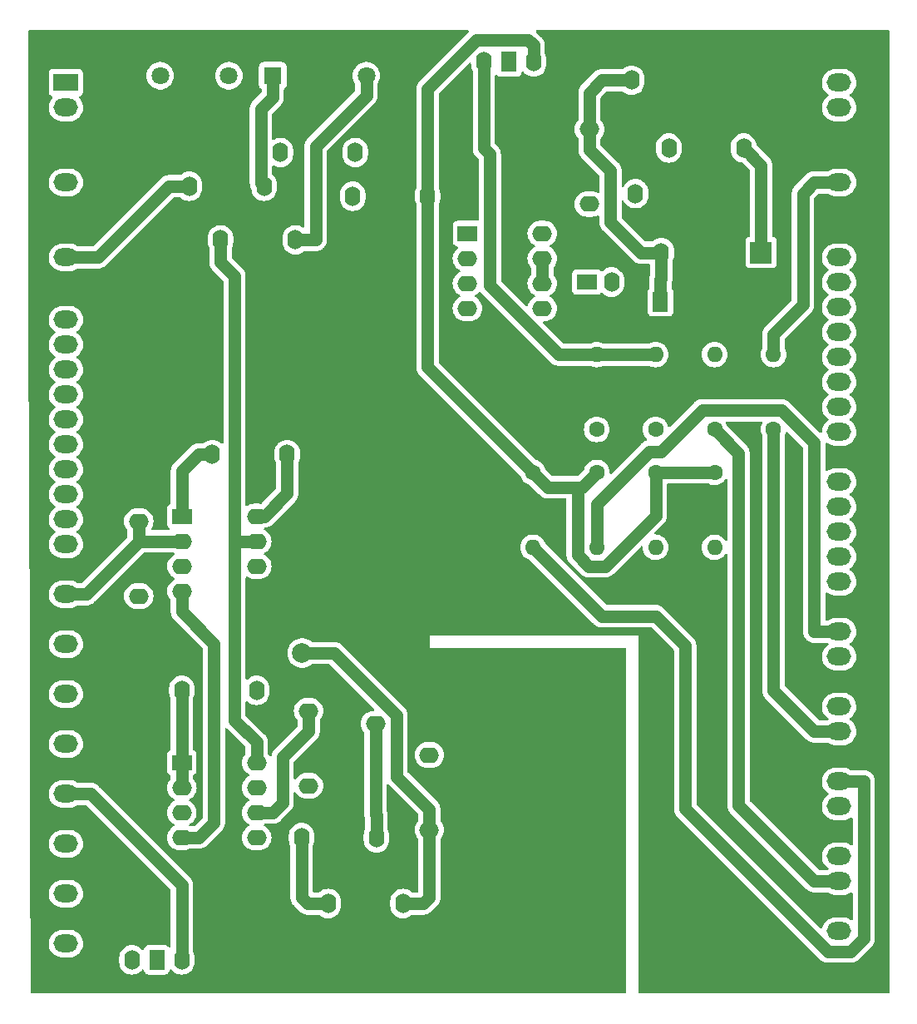
<source format=gtl>
G04 #@! TF.GenerationSoftware,KiCad,Pcbnew,7.0.10-7.0.10~ubuntu20.04.1*
G04 #@! TF.CreationDate,2024-05-27T18:28:39-03:00*
G04 #@! TF.ProjectId,Fonte_corrente_mono_V02,466f6e74-655f-4636-9f72-72656e74655f,v02*
G04 #@! TF.SameCoordinates,Original*
G04 #@! TF.FileFunction,Copper,L1,Top*
G04 #@! TF.FilePolarity,Positive*
%FSLAX46Y46*%
G04 Gerber Fmt 4.6, Leading zero omitted, Abs format (unit mm)*
G04 Created by KiCad (PCBNEW 7.0.10-7.0.10~ubuntu20.04.1) date 2024-05-27 18:28:39*
%MOMM*%
%LPD*%
G01*
G04 APERTURE LIST*
G04 #@! TA.AperFunction,ComponentPad*
%ADD10O,1.600000X2.000000*%
G04 #@! TD*
G04 #@! TA.AperFunction,ComponentPad*
%ADD11R,1.600000X2.000000*%
G04 #@! TD*
G04 #@! TA.AperFunction,ComponentPad*
%ADD12O,2.000000X1.600000*%
G04 #@! TD*
G04 #@! TA.AperFunction,ComponentPad*
%ADD13C,1.600000*%
G04 #@! TD*
G04 #@! TA.AperFunction,ComponentPad*
%ADD14O,1.600000X1.600000*%
G04 #@! TD*
G04 #@! TA.AperFunction,ComponentPad*
%ADD15R,1.800000X1.800000*%
G04 #@! TD*
G04 #@! TA.AperFunction,ComponentPad*
%ADD16C,1.800000*%
G04 #@! TD*
G04 #@! TA.AperFunction,ComponentPad*
%ADD17R,2.500000X1.800000*%
G04 #@! TD*
G04 #@! TA.AperFunction,ComponentPad*
%ADD18O,2.500000X1.800000*%
G04 #@! TD*
G04 #@! TA.AperFunction,ComponentPad*
%ADD19R,2.000000X1.600000*%
G04 #@! TD*
G04 #@! TA.AperFunction,ComponentPad*
%ADD20R,2.200000X2.200000*%
G04 #@! TD*
G04 #@! TA.AperFunction,ViaPad*
%ADD21C,2.000000*%
G04 #@! TD*
G04 #@! TA.AperFunction,Conductor*
%ADD22C,1.270000*%
G04 #@! TD*
G04 APERTURE END LIST*
D10*
X149500000Y-42600000D03*
D11*
X152040000Y-42600000D03*
D10*
X154580000Y-42600000D03*
D12*
X138454000Y-109964000D03*
X138454000Y-102344000D03*
D13*
X167000000Y-84380000D03*
D14*
X167000000Y-92000000D03*
D10*
X126364000Y-106554000D03*
X118744000Y-106554000D03*
X133644000Y-128254000D03*
X141264000Y-128254000D03*
D15*
X121000000Y-44000000D03*
D16*
X123540000Y-44000000D03*
D12*
X114354000Y-96974000D03*
X114354000Y-89354000D03*
D13*
X167000000Y-80000000D03*
D14*
X167000000Y-72380000D03*
D10*
X164944000Y-56000000D03*
X172564000Y-56000000D03*
D15*
X135000000Y-44000000D03*
D16*
X137540000Y-44000000D03*
D12*
X143954000Y-113144000D03*
X143954000Y-120764000D03*
D17*
X106934000Y-44704000D03*
D18*
X106934000Y-47244000D03*
X106934000Y-49784000D03*
X106934000Y-52324000D03*
X106934000Y-54864000D03*
X106934000Y-57404000D03*
X106934000Y-59944000D03*
X106934000Y-62484000D03*
D19*
X118745000Y-113919000D03*
D12*
X118745000Y-116459000D03*
X118745000Y-118999000D03*
X118745000Y-121539000D03*
X126365000Y-121539000D03*
X126365000Y-118999000D03*
X126365000Y-116459000D03*
X126365000Y-113919000D03*
D10*
X121844000Y-82554000D03*
X129464000Y-82554000D03*
D15*
X114000000Y-44000000D03*
D16*
X116540000Y-44000000D03*
D18*
X106934000Y-68834000D03*
X106934000Y-71374000D03*
X106934000Y-73914000D03*
X106934000Y-76454000D03*
X106934000Y-78994000D03*
X106934000Y-81534000D03*
X106934000Y-84074000D03*
X106934000Y-86614000D03*
X106934000Y-89154000D03*
X106934000Y-91694000D03*
X106934000Y-94234000D03*
X106934000Y-96774000D03*
X106934000Y-99314000D03*
X106934000Y-101854000D03*
X106934000Y-104394000D03*
X106934000Y-106934000D03*
X106934000Y-109474000D03*
X106934000Y-112014000D03*
X106934000Y-114554000D03*
X106934000Y-117094000D03*
X106934000Y-119634000D03*
X106934000Y-122174000D03*
X106934000Y-124714000D03*
X106934000Y-127254000D03*
X106934000Y-129794000D03*
X106934000Y-132334000D03*
X106934000Y-134874000D03*
D12*
X131654000Y-108644000D03*
X131654000Y-116264000D03*
D10*
X136398000Y-51816000D03*
X128778000Y-51816000D03*
D18*
X185674000Y-44704000D03*
X185674000Y-47244000D03*
X185674000Y-49784000D03*
X185674000Y-52324000D03*
X185674000Y-54864000D03*
X185674000Y-57404000D03*
X185674000Y-59944000D03*
X185674000Y-62484000D03*
X185674000Y-65024000D03*
X185674000Y-67564000D03*
X185674000Y-70104000D03*
X185674000Y-72644000D03*
X185674000Y-75184000D03*
X185674000Y-77724000D03*
X185674000Y-80264000D03*
X185674000Y-82804000D03*
X185674000Y-85344000D03*
X185674000Y-87884000D03*
X185674000Y-90424000D03*
X185674000Y-92964000D03*
X185674000Y-95504000D03*
X185674000Y-98044000D03*
X185674000Y-100584000D03*
X185674000Y-103124000D03*
X185674000Y-105664000D03*
X185674000Y-108204000D03*
X185674000Y-110744000D03*
X185674000Y-113284000D03*
X185674000Y-115824000D03*
X185674000Y-118364000D03*
X185674000Y-120904000D03*
X185674000Y-123444000D03*
X185674000Y-125984000D03*
X185674000Y-128524000D03*
X185674000Y-131064000D03*
D10*
X113665000Y-133985000D03*
D11*
X116205000Y-133985000D03*
D10*
X118745000Y-133985000D03*
D12*
X160254000Y-57064000D03*
X160254000Y-49444000D03*
D10*
X162500000Y-65000000D03*
D19*
X160000000Y-65000000D03*
D15*
X128000000Y-44000000D03*
D16*
X130540000Y-44000000D03*
D19*
X147828000Y-60071000D03*
D12*
X147828000Y-62611000D03*
X147828000Y-65151000D03*
X147828000Y-67691000D03*
X155448000Y-67691000D03*
X155448000Y-65151000D03*
X155448000Y-62611000D03*
X155448000Y-60071000D03*
D10*
X143764000Y-56261000D03*
X136144000Y-56261000D03*
X175964000Y-51354000D03*
X168344000Y-51354000D03*
D20*
X177734000Y-62000000D03*
D10*
X167574000Y-62000000D03*
D13*
X154500000Y-84380000D03*
D14*
X154500000Y-92000000D03*
D10*
X164548900Y-44454000D03*
D19*
X167048900Y-44454000D03*
D11*
X167474000Y-67000000D03*
D10*
X177634000Y-67000000D03*
D13*
X173000000Y-84380000D03*
D14*
X173000000Y-92000000D03*
D19*
X118754000Y-88854000D03*
D12*
X118754000Y-91394000D03*
X118754000Y-93934000D03*
X118754000Y-96474000D03*
X126374000Y-96474000D03*
X126374000Y-93934000D03*
X126374000Y-91394000D03*
X126374000Y-88854000D03*
D13*
X161000000Y-84380000D03*
D14*
X161000000Y-92000000D03*
D10*
X119507000Y-55245000D03*
X127127000Y-55245000D03*
D13*
X179000000Y-80000000D03*
D14*
X179000000Y-72380000D03*
D13*
X173000000Y-80000000D03*
D14*
X173000000Y-72380000D03*
D10*
X130944000Y-121554000D03*
X138564000Y-121554000D03*
D13*
X161000000Y-80000000D03*
D14*
X161000000Y-72380000D03*
D10*
X122682000Y-60706000D03*
X130302000Y-60706000D03*
D21*
X130995800Y-102763600D03*
D22*
X185674000Y-54864000D02*
X183136000Y-54864000D01*
X183136000Y-54864000D02*
X182000000Y-56000000D01*
X182000000Y-56000000D02*
X182000000Y-67310000D01*
X182000000Y-67310000D02*
X179000000Y-70310000D01*
X179000000Y-70310000D02*
X179000000Y-72380000D01*
X177734000Y-62000000D02*
X177734000Y-53124000D01*
X177734000Y-53124000D02*
X175964000Y-51354000D01*
X161000000Y-72380000D02*
X157125800Y-72380000D01*
X157125800Y-72380000D02*
X150104600Y-65358800D01*
X150104600Y-65358800D02*
X150104600Y-52000000D01*
X150104600Y-52000000D02*
X149500000Y-51395400D01*
X149500000Y-51395400D02*
X149500000Y-42600000D01*
X154580000Y-42600000D02*
X154580000Y-40910000D01*
X154580000Y-40910000D02*
X154000000Y-40330000D01*
X154000000Y-40330000D02*
X148766100Y-40330000D01*
X148766100Y-40330000D02*
X143764000Y-45332100D01*
X143764000Y-45332100D02*
X143764000Y-56261000D01*
X164548900Y-44454000D02*
X161546000Y-44454000D01*
X160254000Y-45746000D02*
X160254000Y-49444000D01*
X161546000Y-44454000D02*
X160254000Y-45746000D01*
X106934000Y-96774000D02*
X109004000Y-96774000D01*
X109004000Y-96774000D02*
X114354000Y-91424000D01*
X118754000Y-91394000D02*
X114384000Y-91394000D01*
X114384000Y-91394000D02*
X114354000Y-91424000D01*
X118754000Y-88854000D02*
X118754000Y-84246000D01*
X118754000Y-84246000D02*
X120446000Y-82554000D01*
X120446000Y-82554000D02*
X121844000Y-82554000D01*
X126374000Y-88854000D02*
X127146000Y-88854000D01*
X127146000Y-88854000D02*
X129464000Y-86536000D01*
X129464000Y-86536000D02*
X129464000Y-82554000D01*
X126365000Y-118999000D02*
X128001000Y-118999000D01*
X128001000Y-118999000D02*
X129000000Y-118000000D01*
X129000000Y-118000000D02*
X129000000Y-113368000D01*
X129000000Y-113368000D02*
X131654000Y-110714000D01*
X131654000Y-110714000D02*
X131654000Y-108644000D01*
X118754000Y-96474000D02*
X118754000Y-98544000D01*
X118754000Y-98544000D02*
X122000000Y-101790000D01*
X122000000Y-101790000D02*
X122000000Y-120000000D01*
X122000000Y-120000000D02*
X120461000Y-121539000D01*
X120461000Y-121539000D02*
X118745000Y-121539000D01*
X185674000Y-115824000D02*
X188194000Y-115824000D01*
X188194000Y-115824000D02*
X188194000Y-131788000D01*
X186844500Y-133137500D02*
X184519575Y-133137500D01*
X188194000Y-131788000D02*
X186844500Y-133137500D01*
X184519575Y-133137500D02*
X170000000Y-118617925D01*
X170000000Y-118617925D02*
X170000000Y-102000000D01*
X161500000Y-99000000D02*
X154500000Y-92000000D01*
X170000000Y-102000000D02*
X167000000Y-99000000D01*
X167000000Y-99000000D02*
X161500000Y-99000000D01*
X126803600Y-54921600D02*
X127127000Y-55245000D01*
X126803600Y-47366400D02*
X126803600Y-54921600D01*
X128000000Y-46170000D02*
X126803600Y-47366400D01*
X128000000Y-44000000D02*
X128000000Y-46170000D01*
X132372000Y-51159100D02*
X132372000Y-60706000D01*
X137540000Y-45991100D02*
X132372000Y-51159100D01*
X137540000Y-44000000D02*
X137540000Y-45991100D01*
X130302000Y-60706000D02*
X132372000Y-60706000D01*
X143954000Y-127634000D02*
X143334000Y-128254000D01*
X143954000Y-120764000D02*
X143954000Y-127634000D01*
X141264000Y-128254000D02*
X143334000Y-128254000D01*
X140611100Y-115351100D02*
X143954000Y-118694000D01*
X140611100Y-109133100D02*
X140611100Y-115351100D01*
X134241600Y-102763600D02*
X140611100Y-109133100D01*
X130995800Y-102763600D02*
X134241600Y-102763600D01*
X143954000Y-120764000D02*
X143954000Y-118694000D01*
X138454000Y-119174000D02*
X138454000Y-109964000D01*
X138564000Y-119284000D02*
X138454000Y-119174000D01*
X138564000Y-121554000D02*
X138564000Y-119284000D01*
X130944000Y-127624000D02*
X131574000Y-128254000D01*
X130944000Y-121554000D02*
X130944000Y-127624000D01*
X133644000Y-128254000D02*
X131574000Y-128254000D01*
X118745000Y-116459000D02*
X118745000Y-113919000D01*
X118744000Y-111848000D02*
X118744000Y-106554000D01*
X118745000Y-111849000D02*
X118744000Y-111848000D01*
X118745000Y-113919000D02*
X118745000Y-111849000D01*
X175444600Y-82444600D02*
X173000000Y-80000000D01*
X175444600Y-118274600D02*
X175444600Y-82444600D01*
X183154000Y-125984000D02*
X175444600Y-118274600D01*
X185674000Y-125984000D02*
X183154000Y-125984000D01*
X179000000Y-106590000D02*
X183154000Y-110744000D01*
X179000000Y-80000000D02*
X179000000Y-106590000D01*
X185674000Y-110744000D02*
X183154000Y-110744000D01*
X155448000Y-62611000D02*
X155448000Y-65151000D01*
X118745000Y-126385000D02*
X118745000Y-133985000D01*
X109454000Y-117094000D02*
X118745000Y-126385000D01*
X106934000Y-117094000D02*
X109454000Y-117094000D01*
X167474000Y-67000000D02*
X167474000Y-64730000D01*
X160254000Y-49444000D02*
X160254000Y-51514000D01*
X167574000Y-64630000D02*
X167574000Y-62000000D01*
X167474000Y-64730000D02*
X167574000Y-64630000D01*
X162391500Y-53651500D02*
X160254000Y-51514000D01*
X162391500Y-58887500D02*
X162391500Y-53651500D01*
X165504000Y-62000000D02*
X162391500Y-58887500D01*
X167574000Y-62000000D02*
X165504000Y-62000000D01*
X114354000Y-89354000D02*
X114354000Y-91195400D01*
X114354000Y-91195400D02*
X114354000Y-91424000D01*
X183154000Y-81379400D02*
X183154000Y-100584000D01*
X179824300Y-78049700D02*
X183154000Y-81379400D01*
X171731400Y-78049700D02*
X179824300Y-78049700D01*
X167540100Y-82241000D02*
X171731400Y-78049700D01*
X166364100Y-82241000D02*
X167540100Y-82241000D01*
X161000000Y-87605100D02*
X166364100Y-82241000D01*
X161000000Y-92000000D02*
X161000000Y-87605100D01*
X185674000Y-100584000D02*
X183154000Y-100584000D01*
X167000000Y-72380000D02*
X161000000Y-72380000D01*
X143764000Y-73644000D02*
X143764000Y-56261000D01*
X154500000Y-84380000D02*
X143764000Y-73644000D01*
X159502700Y-85877300D02*
X159055400Y-85877300D01*
X161000000Y-84380000D02*
X159502700Y-85877300D01*
X155997300Y-85877300D02*
X154500000Y-84380000D01*
X159055400Y-85877300D02*
X155997300Y-85877300D01*
X167000000Y-88776800D02*
X167000000Y-84380000D01*
X161836600Y-93940200D02*
X167000000Y-88776800D01*
X160198900Y-93940200D02*
X161836600Y-93940200D01*
X159055400Y-92796700D02*
X160198900Y-93940200D01*
X159055400Y-85877300D02*
X159055400Y-92796700D01*
X167000000Y-84380000D02*
X173000000Y-84380000D01*
X110198000Y-62484000D02*
X117437000Y-55245000D01*
X106934000Y-62484000D02*
X110198000Y-62484000D01*
X119507000Y-55245000D02*
X117437000Y-55245000D01*
X126374000Y-91394000D02*
X124104000Y-91394000D01*
X126365000Y-113919000D02*
X126365000Y-111849000D01*
X124104000Y-64398000D02*
X122682000Y-62976000D01*
X124104000Y-91394000D02*
X124104000Y-64398000D01*
X122682000Y-60706000D02*
X122682000Y-62976000D01*
X124104000Y-109588000D02*
X124104000Y-91394000D01*
X126365000Y-111849000D02*
X124104000Y-109588000D01*
G04 #@! TA.AperFunction,Conductor*
G36*
X147899937Y-39377685D02*
G01*
X147945692Y-39430489D01*
X147955636Y-39499647D01*
X147926611Y-39563203D01*
X147920579Y-39569681D01*
X143035437Y-44454822D01*
X143019691Y-44468143D01*
X143017028Y-44470039D01*
X143017015Y-44470050D01*
X142952560Y-44537647D01*
X142950503Y-44539754D01*
X142922844Y-44567414D01*
X142922839Y-44567419D01*
X142917022Y-44574464D01*
X142911157Y-44581071D01*
X142867378Y-44626986D01*
X142867376Y-44626989D01*
X142849320Y-44655083D01*
X142840629Y-44666985D01*
X142819358Y-44692748D01*
X142788948Y-44748439D01*
X142784434Y-44756047D01*
X142750137Y-44809416D01*
X142737725Y-44840418D01*
X142731444Y-44853751D01*
X142715432Y-44883076D01*
X142715432Y-44883077D01*
X142696109Y-44943520D01*
X142693116Y-44951844D01*
X142669541Y-45010733D01*
X142669539Y-45010741D01*
X142663217Y-45043536D01*
X142659573Y-45057816D01*
X142649402Y-45089636D01*
X142641870Y-45152631D01*
X142640506Y-45161375D01*
X142628500Y-45223670D01*
X142628500Y-45257072D01*
X142627623Y-45271792D01*
X142623658Y-45304950D01*
X142623658Y-45304956D01*
X142628184Y-45368237D01*
X142628500Y-45377082D01*
X142628500Y-55391351D01*
X142616882Y-55443756D01*
X142537262Y-55614502D01*
X142537258Y-55614511D01*
X142478366Y-55834302D01*
X142478364Y-55834312D01*
X142463500Y-56004214D01*
X142463500Y-56517785D01*
X142478364Y-56687687D01*
X142478366Y-56687697D01*
X142537258Y-56907488D01*
X142537261Y-56907497D01*
X142616882Y-57078242D01*
X142628500Y-57130647D01*
X142628500Y-73538838D01*
X142626783Y-73559403D01*
X142626241Y-73562621D01*
X142626241Y-73562625D01*
X142628465Y-73656047D01*
X142628500Y-73658997D01*
X142628500Y-73698091D01*
X142629366Y-73707161D01*
X142629891Y-73715984D01*
X142631402Y-73779420D01*
X142638501Y-73812057D01*
X142640772Y-73826623D01*
X142643946Y-73859864D01*
X142643947Y-73859867D01*
X142643947Y-73859869D01*
X142643948Y-73859872D01*
X142661822Y-73920746D01*
X142664010Y-73929318D01*
X142677498Y-73991317D01*
X142677499Y-73991319D01*
X142690644Y-74022016D01*
X142695631Y-74035891D01*
X142705043Y-74067942D01*
X142734114Y-74124331D01*
X142737886Y-74132338D01*
X142762860Y-74190658D01*
X142762862Y-74190660D01*
X142762863Y-74190663D01*
X142776033Y-74210121D01*
X142781582Y-74218320D01*
X142789106Y-74231001D01*
X142804412Y-74260690D01*
X142843631Y-74310561D01*
X142848844Y-74317700D01*
X142882201Y-74366985D01*
X142884411Y-74370250D01*
X142884414Y-74370253D01*
X142908021Y-74393860D01*
X142917810Y-74404888D01*
X142938463Y-74431150D01*
X142986419Y-74472704D01*
X142992897Y-74478736D01*
X153225097Y-84710936D01*
X153257190Y-84766521D01*
X153273261Y-84826496D01*
X153369431Y-85032732D01*
X153369432Y-85032734D01*
X153499954Y-85219141D01*
X153660858Y-85380045D01*
X153660861Y-85380047D01*
X153847266Y-85510568D01*
X154053504Y-85606739D01*
X154053507Y-85606739D01*
X154053516Y-85606743D01*
X154113472Y-85622807D01*
X154169062Y-85654901D01*
X155120020Y-86605860D01*
X155133344Y-86621611D01*
X155135243Y-86624277D01*
X155202866Y-86688755D01*
X155204936Y-86690776D01*
X155220887Y-86706727D01*
X155232627Y-86718467D01*
X155232640Y-86718478D01*
X155239650Y-86724266D01*
X155246277Y-86730147D01*
X155292188Y-86773923D01*
X155320286Y-86791980D01*
X155332175Y-86800661D01*
X155357948Y-86821941D01*
X155413642Y-86852352D01*
X155421240Y-86856860D01*
X155474617Y-86891163D01*
X155505626Y-86903577D01*
X155518956Y-86909858D01*
X155548275Y-86925867D01*
X155548277Y-86925868D01*
X155608723Y-86945190D01*
X155617027Y-86948175D01*
X155675938Y-86971760D01*
X155708739Y-86978082D01*
X155723021Y-86981727D01*
X155733331Y-86985023D01*
X155754834Y-86991897D01*
X155817824Y-86999428D01*
X155826572Y-87000792D01*
X155888867Y-87012799D01*
X155888868Y-87012799D01*
X155888873Y-87012800D01*
X155922273Y-87012800D01*
X155936993Y-87013676D01*
X155970155Y-87017642D01*
X156033438Y-87013116D01*
X156042283Y-87012800D01*
X157795900Y-87012800D01*
X157862939Y-87032485D01*
X157908694Y-87085289D01*
X157919900Y-87136800D01*
X157919900Y-92691538D01*
X157918183Y-92712103D01*
X157917641Y-92715321D01*
X157917641Y-92715325D01*
X157919865Y-92808747D01*
X157919900Y-92811697D01*
X157919900Y-92850791D01*
X157920638Y-92858523D01*
X157920766Y-92859861D01*
X157921291Y-92868684D01*
X157922802Y-92932120D01*
X157929901Y-92964757D01*
X157932172Y-92979323D01*
X157935346Y-93012564D01*
X157935347Y-93012567D01*
X157935347Y-93012569D01*
X157935348Y-93012572D01*
X157938601Y-93023650D01*
X157953222Y-93073446D01*
X157955410Y-93082018D01*
X157968898Y-93144017D01*
X157968899Y-93144019D01*
X157982044Y-93174716D01*
X157987031Y-93188591D01*
X157996443Y-93220642D01*
X158007870Y-93242807D01*
X158025514Y-93277031D01*
X158029286Y-93285038D01*
X158054260Y-93343358D01*
X158054262Y-93343360D01*
X158054263Y-93343363D01*
X158069736Y-93366224D01*
X158072982Y-93371020D01*
X158080506Y-93383701D01*
X158095812Y-93413390D01*
X158135031Y-93463261D01*
X158140244Y-93470400D01*
X158152206Y-93488074D01*
X158175811Y-93522950D01*
X158175814Y-93522953D01*
X158199421Y-93546560D01*
X158209210Y-93557588D01*
X158229863Y-93583850D01*
X158277818Y-93625403D01*
X158284296Y-93631435D01*
X159321620Y-94668760D01*
X159334944Y-94684511D01*
X159336843Y-94687177D01*
X159362144Y-94711301D01*
X159404466Y-94751655D01*
X159406536Y-94753676D01*
X159425999Y-94773139D01*
X159434227Y-94781367D01*
X159434240Y-94781378D01*
X159441250Y-94787166D01*
X159447877Y-94793047D01*
X159493788Y-94836823D01*
X159521886Y-94854880D01*
X159533775Y-94863561D01*
X159559548Y-94884841D01*
X159559552Y-94884844D01*
X159595313Y-94904370D01*
X159615248Y-94915255D01*
X159622842Y-94919761D01*
X159676217Y-94954063D01*
X159707218Y-94966473D01*
X159720560Y-94972760D01*
X159749873Y-94988767D01*
X159749872Y-94988767D01*
X159762117Y-94992681D01*
X159810332Y-95008093D01*
X159818626Y-95011075D01*
X159877538Y-95034660D01*
X159910334Y-95040980D01*
X159924621Y-95044627D01*
X159956434Y-95054797D01*
X159956436Y-95054797D01*
X159956439Y-95054798D01*
X159985308Y-95058249D01*
X160019434Y-95062329D01*
X160028144Y-95063686D01*
X160090473Y-95075700D01*
X160123872Y-95075700D01*
X160138592Y-95076577D01*
X160142932Y-95077095D01*
X160171755Y-95080542D01*
X160235038Y-95076016D01*
X160243883Y-95075700D01*
X161731438Y-95075700D01*
X161752002Y-95077416D01*
X161755226Y-95077959D01*
X161848648Y-95075735D01*
X161851598Y-95075700D01*
X161890682Y-95075700D01*
X161890691Y-95075700D01*
X161899756Y-95074834D01*
X161908572Y-95074308D01*
X161972019Y-95072798D01*
X162004648Y-95065699D01*
X162019218Y-95063428D01*
X162037771Y-95061655D01*
X162052472Y-95060252D01*
X162113374Y-95042368D01*
X162121903Y-95040192D01*
X162183917Y-95026702D01*
X162214612Y-95013556D01*
X162228484Y-95008569D01*
X162260542Y-94999157D01*
X162316943Y-94970078D01*
X162324950Y-94966307D01*
X162383263Y-94941337D01*
X162410922Y-94922616D01*
X162423603Y-94915091D01*
X162453290Y-94899788D01*
X162503175Y-94860556D01*
X162510287Y-94855363D01*
X162562850Y-94819789D01*
X162586474Y-94796163D01*
X162597499Y-94786380D01*
X162614335Y-94773141D01*
X162623749Y-94765738D01*
X162665317Y-94717764D01*
X162671322Y-94711315D01*
X165483535Y-91899102D01*
X165544856Y-91865619D01*
X165614548Y-91870603D01*
X165670481Y-91912475D01*
X165694898Y-91977939D01*
X165694743Y-91997584D01*
X165694532Y-91999997D01*
X165694532Y-92000001D01*
X165714364Y-92226686D01*
X165714366Y-92226697D01*
X165773258Y-92446488D01*
X165773261Y-92446497D01*
X165869431Y-92652732D01*
X165869432Y-92652734D01*
X165999954Y-92839141D01*
X166160858Y-93000045D01*
X166178749Y-93012572D01*
X166347266Y-93130568D01*
X166553504Y-93226739D01*
X166553509Y-93226740D01*
X166553511Y-93226741D01*
X166606415Y-93240916D01*
X166773308Y-93285635D01*
X166935230Y-93299801D01*
X166999998Y-93305468D01*
X167000000Y-93305468D01*
X167000002Y-93305468D01*
X167056673Y-93300509D01*
X167226692Y-93285635D01*
X167446496Y-93226739D01*
X167652734Y-93130568D01*
X167839139Y-93000047D01*
X168000047Y-92839139D01*
X168130568Y-92652734D01*
X168226739Y-92446496D01*
X168285635Y-92226692D01*
X168305468Y-92000000D01*
X168285635Y-91773308D01*
X168236110Y-91588478D01*
X168226741Y-91553511D01*
X168226738Y-91553502D01*
X168152361Y-91394001D01*
X168130568Y-91347266D01*
X168000047Y-91160861D01*
X168000045Y-91160858D01*
X167839141Y-90999954D01*
X167652734Y-90869432D01*
X167652732Y-90869431D01*
X167446497Y-90773261D01*
X167446488Y-90773258D01*
X167226697Y-90714366D01*
X167226693Y-90714365D01*
X167226692Y-90714365D01*
X167226691Y-90714364D01*
X167226686Y-90714364D01*
X167000002Y-90694532D01*
X167000000Y-90694532D01*
X166997587Y-90694743D01*
X166996537Y-90694532D01*
X166994586Y-90694532D01*
X166994586Y-90694139D01*
X166929088Y-90680972D01*
X166878907Y-90632354D01*
X166862978Y-90564325D01*
X166886356Y-90498483D01*
X166899100Y-90483538D01*
X167728561Y-89654076D01*
X167744316Y-89640750D01*
X167746977Y-89638857D01*
X167811477Y-89571209D01*
X167813501Y-89569138D01*
X167841163Y-89541477D01*
X167841163Y-89541476D01*
X167841168Y-89541472D01*
X167846973Y-89534439D01*
X167852835Y-89527834D01*
X167896623Y-89481912D01*
X167914684Y-89453807D01*
X167923371Y-89441912D01*
X167944639Y-89416154D01*
X167944641Y-89416152D01*
X167948413Y-89409245D01*
X167975053Y-89360455D01*
X167979572Y-89352839D01*
X168013861Y-89299486D01*
X168013860Y-89299486D01*
X168013863Y-89299483D01*
X168026277Y-89268471D01*
X168032559Y-89255140D01*
X168048568Y-89225824D01*
X168052460Y-89213650D01*
X168057806Y-89196923D01*
X168067891Y-89165371D01*
X168070876Y-89157069D01*
X168094460Y-89098162D01*
X168100781Y-89065359D01*
X168104430Y-89051068D01*
X168105258Y-89048478D01*
X168114597Y-89019266D01*
X168122128Y-88956268D01*
X168123487Y-88947550D01*
X168135500Y-88885227D01*
X168135500Y-88851826D01*
X168136377Y-88837105D01*
X168137420Y-88828382D01*
X168140342Y-88803945D01*
X168135816Y-88740661D01*
X168135500Y-88731816D01*
X168135500Y-85639500D01*
X168155185Y-85572461D01*
X168207989Y-85526706D01*
X168259500Y-85515500D01*
X172330353Y-85515500D01*
X172382757Y-85527117D01*
X172553504Y-85606739D01*
X172553509Y-85606740D01*
X172553511Y-85606741D01*
X172606415Y-85620916D01*
X172773308Y-85665635D01*
X172935230Y-85679801D01*
X172999998Y-85685468D01*
X173000000Y-85685468D01*
X173000002Y-85685468D01*
X173056673Y-85680509D01*
X173226692Y-85665635D01*
X173446496Y-85606739D01*
X173652734Y-85510568D01*
X173839139Y-85380047D01*
X174000047Y-85219139D01*
X174083526Y-85099917D01*
X174138101Y-85056293D01*
X174207599Y-85049099D01*
X174269954Y-85080621D01*
X174305369Y-85140851D01*
X174309100Y-85171041D01*
X174309100Y-91208958D01*
X174289415Y-91275997D01*
X174236611Y-91321752D01*
X174167453Y-91331696D01*
X174103897Y-91302671D01*
X174083525Y-91280081D01*
X174000045Y-91160858D01*
X173839141Y-90999954D01*
X173652734Y-90869432D01*
X173652732Y-90869431D01*
X173446497Y-90773261D01*
X173446488Y-90773258D01*
X173226697Y-90714366D01*
X173226693Y-90714365D01*
X173226692Y-90714365D01*
X173226691Y-90714364D01*
X173226686Y-90714364D01*
X173000002Y-90694532D01*
X172999998Y-90694532D01*
X172773313Y-90714364D01*
X172773302Y-90714366D01*
X172553511Y-90773258D01*
X172553502Y-90773261D01*
X172347267Y-90869431D01*
X172347265Y-90869432D01*
X172160858Y-90999954D01*
X171999954Y-91160858D01*
X171869432Y-91347265D01*
X171869431Y-91347267D01*
X171773261Y-91553502D01*
X171773258Y-91553511D01*
X171714366Y-91773302D01*
X171714364Y-91773313D01*
X171694532Y-91999998D01*
X171694532Y-92000001D01*
X171714364Y-92226686D01*
X171714366Y-92226697D01*
X171773258Y-92446488D01*
X171773261Y-92446497D01*
X171869431Y-92652732D01*
X171869432Y-92652734D01*
X171999954Y-92839141D01*
X172160858Y-93000045D01*
X172178749Y-93012572D01*
X172347266Y-93130568D01*
X172553504Y-93226739D01*
X172553509Y-93226740D01*
X172553511Y-93226741D01*
X172606415Y-93240916D01*
X172773308Y-93285635D01*
X172935230Y-93299801D01*
X172999998Y-93305468D01*
X173000000Y-93305468D01*
X173000002Y-93305468D01*
X173056673Y-93300509D01*
X173226692Y-93285635D01*
X173446496Y-93226739D01*
X173652734Y-93130568D01*
X173839139Y-93000047D01*
X174000047Y-92839139D01*
X174083526Y-92719917D01*
X174138101Y-92676293D01*
X174207599Y-92669099D01*
X174269954Y-92700621D01*
X174305369Y-92760851D01*
X174309100Y-92791041D01*
X174309100Y-118169438D01*
X174307383Y-118190003D01*
X174306841Y-118193221D01*
X174306841Y-118193225D01*
X174309065Y-118286647D01*
X174309100Y-118289597D01*
X174309100Y-118328691D01*
X174309966Y-118337761D01*
X174310491Y-118346584D01*
X174312002Y-118410020D01*
X174319101Y-118442657D01*
X174321372Y-118457223D01*
X174324546Y-118490464D01*
X174324547Y-118490467D01*
X174324547Y-118490469D01*
X174324548Y-118490472D01*
X174338078Y-118536551D01*
X174342422Y-118551346D01*
X174344610Y-118559918D01*
X174358098Y-118621917D01*
X174365802Y-118639909D01*
X174371244Y-118652616D01*
X174376231Y-118666491D01*
X174385643Y-118698542D01*
X174413896Y-118753344D01*
X174414714Y-118754931D01*
X174418486Y-118762938D01*
X174443460Y-118821258D01*
X174443462Y-118821260D01*
X174443463Y-118821263D01*
X174458936Y-118844124D01*
X174462182Y-118848920D01*
X174469706Y-118861601D01*
X174470915Y-118863946D01*
X174485012Y-118891290D01*
X174524231Y-118941161D01*
X174529444Y-118948300D01*
X174565011Y-119000850D01*
X174565014Y-119000853D01*
X174588621Y-119024460D01*
X174598410Y-119035488D01*
X174619063Y-119061750D01*
X174667018Y-119103303D01*
X174673496Y-119109335D01*
X182276721Y-126712561D01*
X182290049Y-126728317D01*
X182291942Y-126730976D01*
X182291949Y-126730984D01*
X182359565Y-126795455D01*
X182361637Y-126797477D01*
X182383180Y-126819020D01*
X182389327Y-126825167D01*
X182389340Y-126825178D01*
X182396350Y-126830966D01*
X182402977Y-126836847D01*
X182448888Y-126880623D01*
X182476986Y-126898680D01*
X182488875Y-126907361D01*
X182514648Y-126928641D01*
X182570342Y-126959052D01*
X182577940Y-126963560D01*
X182631317Y-126997863D01*
X182662326Y-127010277D01*
X182675656Y-127016558D01*
X182704972Y-127032566D01*
X182704976Y-127032567D01*
X182704977Y-127032568D01*
X182765430Y-127051892D01*
X182773731Y-127054877D01*
X182832638Y-127078460D01*
X182865434Y-127084780D01*
X182879721Y-127088427D01*
X182911534Y-127098597D01*
X182911536Y-127098597D01*
X182911539Y-127098598D01*
X182940408Y-127102049D01*
X182974534Y-127106129D01*
X182983244Y-127107486D01*
X183045573Y-127119500D01*
X183078972Y-127119500D01*
X183093692Y-127120377D01*
X183098032Y-127120895D01*
X183126855Y-127124342D01*
X183190138Y-127119816D01*
X183198983Y-127119500D01*
X184457164Y-127119500D01*
X184524203Y-127139185D01*
X184535058Y-127147019D01*
X184536920Y-127148523D01*
X184745046Y-127264790D01*
X184969829Y-127344211D01*
X185204790Y-127384499D01*
X185204798Y-127384499D01*
X185204800Y-127384500D01*
X185204801Y-127384500D01*
X186083496Y-127384500D01*
X186083497Y-127384500D01*
X186083498Y-127384499D01*
X186083515Y-127384499D01*
X186261536Y-127369347D01*
X186261539Y-127369346D01*
X186261541Y-127369346D01*
X186492249Y-127309275D01*
X186701122Y-127214858D01*
X186709480Y-127211080D01*
X186709481Y-127211078D01*
X186709486Y-127211077D01*
X186865064Y-127105924D01*
X186931628Y-127084693D01*
X186999106Y-127102820D01*
X187046071Y-127154550D01*
X187058500Y-127208660D01*
X187058500Y-129839756D01*
X187038815Y-129906795D01*
X186986011Y-129952550D01*
X186916853Y-129962494D01*
X186856601Y-129936233D01*
X186811080Y-129899477D01*
X186774967Y-129879303D01*
X186602955Y-129783210D01*
X186378170Y-129703788D01*
X186143209Y-129663500D01*
X186143200Y-129663500D01*
X185264503Y-129663500D01*
X185264484Y-129663500D01*
X185086463Y-129678652D01*
X184855751Y-129738724D01*
X184638519Y-129836919D01*
X184638511Y-129836924D01*
X184441006Y-129970413D01*
X184440997Y-129970421D01*
X184268881Y-130135379D01*
X184127123Y-130327050D01*
X184127120Y-130327054D01*
X184019796Y-130539920D01*
X184019790Y-130539934D01*
X183964852Y-130719323D01*
X183926400Y-130777659D01*
X183862512Y-130805946D01*
X183793473Y-130795202D01*
X183758607Y-130770693D01*
X177525493Y-124537579D01*
X171171819Y-118183904D01*
X171138334Y-118122581D01*
X171135500Y-118096223D01*
X171135500Y-102105162D01*
X171137218Y-102084595D01*
X171137757Y-102081385D01*
X171137759Y-102081374D01*
X171135535Y-101987951D01*
X171135500Y-101985001D01*
X171135500Y-101945917D01*
X171135500Y-101945909D01*
X171134631Y-101936820D01*
X171134108Y-101928024D01*
X171132598Y-101864581D01*
X171129875Y-101852066D01*
X171125500Y-101831952D01*
X171123228Y-101817381D01*
X171120052Y-101784133D01*
X171120052Y-101784128D01*
X171102173Y-101723239D01*
X171099989Y-101714687D01*
X171086502Y-101652684D01*
X171075975Y-101628100D01*
X171073355Y-101621981D01*
X171068367Y-101608104D01*
X171058957Y-101576059D01*
X171058957Y-101576058D01*
X171029878Y-101519655D01*
X171026120Y-101511680D01*
X171001138Y-101453337D01*
X170985867Y-101430774D01*
X170982415Y-101425674D01*
X170974893Y-101412997D01*
X170959588Y-101383310D01*
X170920362Y-101333429D01*
X170915154Y-101326296D01*
X170879589Y-101273750D01*
X170868181Y-101262342D01*
X170855967Y-101250128D01*
X170846183Y-101239104D01*
X170832111Y-101221210D01*
X170825538Y-101212851D01*
X170811503Y-101200690D01*
X170777580Y-101171295D01*
X170771102Y-101165263D01*
X167877278Y-98271438D01*
X167863954Y-98255687D01*
X167862057Y-98253023D01*
X167862052Y-98253018D01*
X167862050Y-98253015D01*
X167794433Y-98188543D01*
X167792360Y-98186520D01*
X167764672Y-98158832D01*
X167757644Y-98153029D01*
X167751024Y-98147154D01*
X167705115Y-98103380D01*
X167705112Y-98103377D01*
X167705110Y-98103375D01*
X167705108Y-98103374D01*
X167677018Y-98085321D01*
X167665114Y-98076629D01*
X167639354Y-98055361D01*
X167639355Y-98055361D01*
X167639352Y-98055359D01*
X167583653Y-98024944D01*
X167576052Y-98020434D01*
X167522683Y-97986137D01*
X167522677Y-97986133D01*
X167491674Y-97973721D01*
X167478338Y-97967438D01*
X167449029Y-97951435D01*
X167449026Y-97951433D01*
X167449023Y-97951432D01*
X167449020Y-97951431D01*
X167388583Y-97932110D01*
X167380257Y-97929117D01*
X167321362Y-97905540D01*
X167321364Y-97905540D01*
X167288562Y-97899218D01*
X167274275Y-97895571D01*
X167242466Y-97885402D01*
X167179467Y-97877870D01*
X167170722Y-97876506D01*
X167108428Y-97864500D01*
X167108427Y-97864500D01*
X167075028Y-97864500D01*
X167060308Y-97863623D01*
X167027146Y-97859658D01*
X167027145Y-97859658D01*
X166979282Y-97863081D01*
X166963862Y-97864184D01*
X166955017Y-97864500D01*
X162021701Y-97864500D01*
X161954662Y-97844815D01*
X161934020Y-97828181D01*
X158859557Y-94753718D01*
X155774901Y-91669061D01*
X155742807Y-91613472D01*
X155726742Y-91553513D01*
X155726738Y-91553502D01*
X155652361Y-91394001D01*
X155630568Y-91347266D01*
X155500047Y-91160861D01*
X155500045Y-91160858D01*
X155339141Y-90999954D01*
X155152734Y-90869432D01*
X155152732Y-90869431D01*
X154946497Y-90773261D01*
X154946488Y-90773258D01*
X154726697Y-90714366D01*
X154726693Y-90714365D01*
X154726692Y-90714365D01*
X154726691Y-90714364D01*
X154726686Y-90714364D01*
X154500002Y-90694532D01*
X154499998Y-90694532D01*
X154273313Y-90714364D01*
X154273302Y-90714366D01*
X154053511Y-90773258D01*
X154053502Y-90773261D01*
X153847267Y-90869431D01*
X153847265Y-90869432D01*
X153660858Y-90999954D01*
X153499954Y-91160858D01*
X153369432Y-91347265D01*
X153369431Y-91347267D01*
X153273261Y-91553502D01*
X153273258Y-91553511D01*
X153214366Y-91773302D01*
X153214364Y-91773313D01*
X153194532Y-91999998D01*
X153194532Y-92000001D01*
X153214364Y-92226686D01*
X153214366Y-92226697D01*
X153273258Y-92446488D01*
X153273261Y-92446497D01*
X153369431Y-92652732D01*
X153369432Y-92652734D01*
X153499954Y-92839141D01*
X153660858Y-93000045D01*
X153678749Y-93012572D01*
X153847266Y-93130568D01*
X154053504Y-93226739D01*
X154053507Y-93226739D01*
X154053516Y-93226743D01*
X154113472Y-93242807D01*
X154169062Y-93274901D01*
X160622721Y-99728561D01*
X160636049Y-99744317D01*
X160637942Y-99746976D01*
X160637949Y-99746984D01*
X160705565Y-99811455D01*
X160707637Y-99813477D01*
X160735327Y-99841167D01*
X160735340Y-99841178D01*
X160742350Y-99846966D01*
X160748977Y-99852847D01*
X160794888Y-99896623D01*
X160822986Y-99914680D01*
X160834875Y-99923361D01*
X160860648Y-99944641D01*
X160916342Y-99975052D01*
X160923940Y-99979560D01*
X160977317Y-100013863D01*
X161008326Y-100026277D01*
X161021656Y-100032558D01*
X161050977Y-100048568D01*
X161111423Y-100067890D01*
X161119727Y-100070875D01*
X161178638Y-100094460D01*
X161211439Y-100100782D01*
X161225721Y-100104427D01*
X161242979Y-100109944D01*
X161257534Y-100114597D01*
X161320524Y-100122128D01*
X161329272Y-100123492D01*
X161391567Y-100135499D01*
X161391568Y-100135499D01*
X161391573Y-100135500D01*
X161424973Y-100135500D01*
X161439693Y-100136376D01*
X161472855Y-100140342D01*
X161536138Y-100135816D01*
X161544983Y-100135500D01*
X166478299Y-100135500D01*
X166545338Y-100155185D01*
X166565980Y-100171819D01*
X168828181Y-102434020D01*
X168861666Y-102495343D01*
X168864500Y-102521701D01*
X168864500Y-118512763D01*
X168862783Y-118533328D01*
X168862241Y-118536546D01*
X168862241Y-118536550D01*
X168864465Y-118629972D01*
X168864500Y-118632922D01*
X168864500Y-118672016D01*
X168865167Y-118679001D01*
X168865366Y-118681086D01*
X168865891Y-118689909D01*
X168867402Y-118753345D01*
X168874501Y-118785982D01*
X168876772Y-118800548D01*
X168879946Y-118833789D01*
X168879947Y-118833792D01*
X168879947Y-118833794D01*
X168879948Y-118833797D01*
X168897822Y-118894671D01*
X168900010Y-118903243D01*
X168913498Y-118965242D01*
X168913499Y-118965244D01*
X168926644Y-118995941D01*
X168931631Y-119009816D01*
X168941043Y-119041867D01*
X168970114Y-119098256D01*
X168973886Y-119106263D01*
X168998860Y-119164583D01*
X168998862Y-119164585D01*
X168998863Y-119164588D01*
X169013387Y-119186047D01*
X169017582Y-119192245D01*
X169025106Y-119204926D01*
X169040412Y-119234615D01*
X169079631Y-119284486D01*
X169084844Y-119291625D01*
X169096888Y-119309420D01*
X169120411Y-119344175D01*
X169120414Y-119344178D01*
X169144021Y-119367785D01*
X169153810Y-119378813D01*
X169174463Y-119405075D01*
X169222418Y-119446628D01*
X169228896Y-119452660D01*
X183642296Y-133866061D01*
X183655624Y-133881817D01*
X183657517Y-133884476D01*
X183657524Y-133884484D01*
X183725140Y-133948955D01*
X183727212Y-133950977D01*
X183754902Y-133978667D01*
X183754915Y-133978678D01*
X183761925Y-133984466D01*
X183768552Y-133990347D01*
X183814463Y-134034123D01*
X183842561Y-134052180D01*
X183854450Y-134060861D01*
X183880223Y-134082141D01*
X183935917Y-134112552D01*
X183943515Y-134117060D01*
X183996892Y-134151363D01*
X184027901Y-134163777D01*
X184041231Y-134170058D01*
X184070552Y-134186068D01*
X184130998Y-134205390D01*
X184139302Y-134208375D01*
X184198213Y-134231960D01*
X184231014Y-134238282D01*
X184245296Y-134241927D01*
X184262554Y-134247444D01*
X184277109Y-134252097D01*
X184340099Y-134259628D01*
X184348847Y-134260992D01*
X184411142Y-134272999D01*
X184411143Y-134272999D01*
X184411148Y-134273000D01*
X184444548Y-134273000D01*
X184459268Y-134273876D01*
X184492430Y-134277842D01*
X184555713Y-134273316D01*
X184564558Y-134273000D01*
X186739338Y-134273000D01*
X186759902Y-134274716D01*
X186763126Y-134275259D01*
X186856548Y-134273035D01*
X186859498Y-134273000D01*
X186898582Y-134273000D01*
X186898591Y-134273000D01*
X186907656Y-134272134D01*
X186916472Y-134271608D01*
X186979919Y-134270098D01*
X187012548Y-134262999D01*
X187027118Y-134260728D01*
X187045671Y-134258955D01*
X187060372Y-134257552D01*
X187121274Y-134239668D01*
X187129803Y-134237492D01*
X187191817Y-134224002D01*
X187222512Y-134210856D01*
X187236384Y-134205869D01*
X187268442Y-134196457D01*
X187324843Y-134167378D01*
X187332850Y-134163607D01*
X187391163Y-134138637D01*
X187418822Y-134119916D01*
X187431503Y-134112391D01*
X187461190Y-134097088D01*
X187511075Y-134057856D01*
X187518187Y-134052663D01*
X187570750Y-134017089D01*
X187594374Y-133993463D01*
X187605399Y-133983680D01*
X187631646Y-133963040D01*
X187631649Y-133963038D01*
X187673217Y-133915064D01*
X187679222Y-133908615D01*
X188922564Y-132665274D01*
X188938317Y-132651950D01*
X188940977Y-132650057D01*
X189005478Y-132582408D01*
X189007501Y-132580338D01*
X189035163Y-132552677D01*
X189035163Y-132552676D01*
X189035168Y-132552672D01*
X189040973Y-132545639D01*
X189046835Y-132539034D01*
X189090623Y-132493112D01*
X189108684Y-132465007D01*
X189117371Y-132453112D01*
X189138639Y-132427354D01*
X189138641Y-132427352D01*
X189169055Y-132371650D01*
X189173572Y-132364039D01*
X189207861Y-132310686D01*
X189207860Y-132310686D01*
X189207863Y-132310683D01*
X189220277Y-132279671D01*
X189226559Y-132266340D01*
X189242568Y-132237024D01*
X189261891Y-132176571D01*
X189264876Y-132168269D01*
X189288460Y-132109362D01*
X189294781Y-132076559D01*
X189298430Y-132062268D01*
X189308597Y-132030466D01*
X189316128Y-131967468D01*
X189317487Y-131958750D01*
X189329500Y-131896427D01*
X189329500Y-131863026D01*
X189330377Y-131848305D01*
X189334342Y-131815145D01*
X189329816Y-131751861D01*
X189329500Y-131743016D01*
X189329500Y-115914080D01*
X189330762Y-115896434D01*
X189333373Y-115878275D01*
X189329640Y-115799906D01*
X189329500Y-115794006D01*
X189329500Y-115769914D01*
X189329386Y-115768725D01*
X189327206Y-115745891D01*
X189326788Y-115740049D01*
X189323055Y-115661666D01*
X189318729Y-115643838D01*
X189315795Y-115626391D01*
X189314052Y-115608128D01*
X189291952Y-115532863D01*
X189290424Y-115527163D01*
X189284793Y-115503951D01*
X189271929Y-115450925D01*
X189264305Y-115434232D01*
X189258126Y-115417666D01*
X189252957Y-115400058D01*
X189217003Y-115330318D01*
X189214427Y-115325013D01*
X189181847Y-115253671D01*
X189181843Y-115253665D01*
X189171202Y-115238722D01*
X189161993Y-115223614D01*
X189153587Y-115207309D01*
X189105095Y-115145645D01*
X189101560Y-115140922D01*
X189056061Y-115077027D01*
X189056049Y-115077014D01*
X189042779Y-115064361D01*
X189030880Y-115051273D01*
X189019860Y-115037261D01*
X189019538Y-115036851D01*
X189019535Y-115036848D01*
X188960248Y-114985475D01*
X188955893Y-114981517D01*
X188899112Y-114927377D01*
X188899110Y-114927375D01*
X188883677Y-114917457D01*
X188869522Y-114906861D01*
X188855651Y-114894842D01*
X188855646Y-114894839D01*
X188787717Y-114855620D01*
X188782678Y-114852549D01*
X188742116Y-114826482D01*
X188716683Y-114810137D01*
X188716680Y-114810136D01*
X188716679Y-114810135D01*
X188699645Y-114803315D01*
X188683735Y-114795587D01*
X188667849Y-114786415D01*
X188667842Y-114786412D01*
X188667841Y-114786412D01*
X188593723Y-114760759D01*
X188588195Y-114758697D01*
X188515362Y-114729540D01*
X188497343Y-114726067D01*
X188480258Y-114721489D01*
X188471312Y-114718393D01*
X188462923Y-114715489D01*
X188385267Y-114704323D01*
X188379450Y-114703344D01*
X188302429Y-114688500D01*
X188302427Y-114688500D01*
X188284081Y-114688500D01*
X188266436Y-114687238D01*
X188256160Y-114685760D01*
X188248275Y-114684627D01*
X188248274Y-114684627D01*
X188169907Y-114688360D01*
X188164007Y-114688500D01*
X186890836Y-114688500D01*
X186823797Y-114668815D01*
X186812940Y-114660979D01*
X186811080Y-114659477D01*
X186602955Y-114543210D01*
X186378170Y-114463788D01*
X186143209Y-114423500D01*
X186143200Y-114423500D01*
X185264503Y-114423500D01*
X185264484Y-114423500D01*
X185086463Y-114438652D01*
X184855751Y-114498724D01*
X184638519Y-114596919D01*
X184638511Y-114596924D01*
X184441006Y-114730413D01*
X184440997Y-114730421D01*
X184268881Y-114895379D01*
X184127123Y-115087050D01*
X184127120Y-115087054D01*
X184019796Y-115299920D01*
X184019793Y-115299926D01*
X183949983Y-115527878D01*
X183919702Y-115764346D01*
X183929819Y-116002528D01*
X183929819Y-116002532D01*
X183980045Y-116235580D01*
X184068935Y-116456788D01*
X184068936Y-116456790D01*
X184193931Y-116659795D01*
X184351436Y-116838755D01*
X184536920Y-116988523D01*
X184536935Y-116988531D01*
X184536942Y-116988538D01*
X184541291Y-116991478D01*
X184540693Y-116992362D01*
X184585861Y-117038411D01*
X184600053Y-117106824D01*
X184575005Y-117172050D01*
X184545897Y-117199520D01*
X184441007Y-117270413D01*
X184440997Y-117270421D01*
X184268881Y-117435379D01*
X184127123Y-117627050D01*
X184127120Y-117627054D01*
X184019796Y-117839920D01*
X184019793Y-117839926D01*
X183949983Y-118067878D01*
X183919702Y-118304346D01*
X183929819Y-118542528D01*
X183929819Y-118542532D01*
X183980045Y-118775580D01*
X184068595Y-118995941D01*
X184068936Y-118996790D01*
X184193931Y-119199795D01*
X184351436Y-119378755D01*
X184536920Y-119528523D01*
X184725273Y-119633744D01*
X184729488Y-119636099D01*
X184745046Y-119644790D01*
X184783207Y-119658273D01*
X184969829Y-119724211D01*
X185204790Y-119764499D01*
X185204798Y-119764499D01*
X185204800Y-119764500D01*
X185204801Y-119764500D01*
X186083496Y-119764500D01*
X186083497Y-119764500D01*
X186083498Y-119764499D01*
X186083515Y-119764499D01*
X186261536Y-119749347D01*
X186261539Y-119749346D01*
X186261541Y-119749346D01*
X186492249Y-119689275D01*
X186624973Y-119629279D01*
X186709480Y-119591080D01*
X186709481Y-119591078D01*
X186709486Y-119591077D01*
X186865064Y-119485924D01*
X186931628Y-119464693D01*
X186999106Y-119482820D01*
X187046071Y-119534550D01*
X187058500Y-119588660D01*
X187058500Y-122219756D01*
X187038815Y-122286795D01*
X186986011Y-122332550D01*
X186916853Y-122342494D01*
X186856601Y-122316233D01*
X186852893Y-122313239D01*
X186811080Y-122279477D01*
X186729054Y-122233654D01*
X186602955Y-122163210D01*
X186378170Y-122083788D01*
X186143209Y-122043500D01*
X186143200Y-122043500D01*
X185264503Y-122043500D01*
X185264484Y-122043500D01*
X185086463Y-122058652D01*
X184855751Y-122118724D01*
X184638519Y-122216919D01*
X184638511Y-122216924D01*
X184441006Y-122350413D01*
X184440997Y-122350421D01*
X184268881Y-122515379D01*
X184127123Y-122707050D01*
X184127120Y-122707054D01*
X184019796Y-122919920D01*
X184019793Y-122919926D01*
X183949983Y-123147878D01*
X183919702Y-123384346D01*
X183929819Y-123622528D01*
X183929819Y-123622532D01*
X183980045Y-123855580D01*
X184068935Y-124076788D01*
X184068936Y-124076790D01*
X184193931Y-124279795D01*
X184351436Y-124458755D01*
X184536920Y-124608523D01*
X184536935Y-124608531D01*
X184536942Y-124608538D01*
X184541291Y-124611478D01*
X184540693Y-124612362D01*
X184585861Y-124658411D01*
X184600053Y-124726824D01*
X184575005Y-124792050D01*
X184545904Y-124819515D01*
X184534491Y-124827230D01*
X184467927Y-124848467D01*
X184465047Y-124848500D01*
X183675701Y-124848500D01*
X183608662Y-124828815D01*
X183588020Y-124812181D01*
X176616419Y-117840579D01*
X176582934Y-117779256D01*
X176580100Y-117752898D01*
X176580100Y-82549762D01*
X176581818Y-82529195D01*
X176582357Y-82525985D01*
X176582359Y-82525974D01*
X176580135Y-82432569D01*
X176580100Y-82429618D01*
X176580100Y-82390518D01*
X176580100Y-82390509D01*
X176579233Y-82381437D01*
X176578707Y-82372615D01*
X176577197Y-82309181D01*
X176570099Y-82276554D01*
X176567828Y-82261995D01*
X176564652Y-82228728D01*
X176546768Y-82167824D01*
X176544587Y-82159281D01*
X176531102Y-82097283D01*
X176531100Y-82097278D01*
X176531100Y-82097276D01*
X176517956Y-82066584D01*
X176512968Y-82052712D01*
X176503557Y-82020658D01*
X176503555Y-82020655D01*
X176503555Y-82020653D01*
X176474481Y-81964258D01*
X176470714Y-81956266D01*
X176445737Y-81897937D01*
X176427010Y-81870268D01*
X176419493Y-81857598D01*
X176404188Y-81827910D01*
X176368782Y-81782887D01*
X176364976Y-81778047D01*
X176359758Y-81770901D01*
X176324192Y-81718353D01*
X176324186Y-81718346D01*
X176300571Y-81694731D01*
X176290781Y-81683701D01*
X176270138Y-81657451D01*
X176222187Y-81615901D01*
X176215709Y-81609869D01*
X174274901Y-79669061D01*
X174242807Y-79613472D01*
X174226742Y-79553513D01*
X174226738Y-79553502D01*
X174214405Y-79527054D01*
X174137253Y-79361603D01*
X174126762Y-79292528D01*
X174155282Y-79228744D01*
X174213758Y-79190504D01*
X174249636Y-79185200D01*
X177750364Y-79185200D01*
X177817403Y-79204885D01*
X177863158Y-79257689D01*
X177873102Y-79326847D01*
X177862746Y-79361605D01*
X177773261Y-79553502D01*
X177773258Y-79553511D01*
X177714366Y-79773302D01*
X177714364Y-79773313D01*
X177694532Y-79999998D01*
X177694532Y-80000001D01*
X177714364Y-80226686D01*
X177714366Y-80226697D01*
X177773258Y-80446488D01*
X177773261Y-80446497D01*
X177852882Y-80617242D01*
X177864500Y-80669647D01*
X177864500Y-106484838D01*
X177862783Y-106505403D01*
X177862241Y-106508621D01*
X177862241Y-106508625D01*
X177864465Y-106602047D01*
X177864500Y-106604997D01*
X177864500Y-106644091D01*
X177865366Y-106653161D01*
X177865891Y-106661984D01*
X177867402Y-106725420D01*
X177874501Y-106758057D01*
X177876772Y-106772623D01*
X177879946Y-106805864D01*
X177879947Y-106805867D01*
X177879947Y-106805869D01*
X177879948Y-106805872D01*
X177883701Y-106818654D01*
X177897822Y-106866746D01*
X177900010Y-106875318D01*
X177913498Y-106937317D01*
X177913499Y-106937319D01*
X177926644Y-106968016D01*
X177931631Y-106981891D01*
X177941043Y-107013942D01*
X177970114Y-107070331D01*
X177973886Y-107078338D01*
X177998860Y-107136658D01*
X177998862Y-107136660D01*
X177998863Y-107136663D01*
X178014336Y-107159524D01*
X178017582Y-107164320D01*
X178025106Y-107177001D01*
X178037215Y-107200488D01*
X178040412Y-107206690D01*
X178079631Y-107256561D01*
X178084844Y-107263700D01*
X178120411Y-107316250D01*
X178120414Y-107316253D01*
X178144021Y-107339860D01*
X178153810Y-107350888D01*
X178174463Y-107377150D01*
X178222418Y-107418703D01*
X178228896Y-107424735D01*
X182276718Y-111472557D01*
X182290050Y-111488319D01*
X182291943Y-111490978D01*
X182359565Y-111555455D01*
X182361637Y-111557477D01*
X182376406Y-111572246D01*
X182389327Y-111585167D01*
X182389340Y-111585178D01*
X182396350Y-111590966D01*
X182402977Y-111596847D01*
X182448888Y-111640623D01*
X182476986Y-111658680D01*
X182488875Y-111667361D01*
X182514648Y-111688641D01*
X182514652Y-111688644D01*
X182550413Y-111708170D01*
X182570348Y-111719055D01*
X182577942Y-111723561D01*
X182631317Y-111757863D01*
X182662318Y-111770273D01*
X182675660Y-111776560D01*
X182704973Y-111792567D01*
X182704972Y-111792567D01*
X182712324Y-111794917D01*
X182765432Y-111811893D01*
X182773726Y-111814875D01*
X182832638Y-111838460D01*
X182865434Y-111844780D01*
X182879721Y-111848427D01*
X182911534Y-111858597D01*
X182911536Y-111858597D01*
X182911539Y-111858598D01*
X182940408Y-111862049D01*
X182974534Y-111866129D01*
X182983244Y-111867486D01*
X183045573Y-111879500D01*
X183078972Y-111879500D01*
X183093692Y-111880377D01*
X183098032Y-111880895D01*
X183126855Y-111884342D01*
X183190138Y-111879816D01*
X183198983Y-111879500D01*
X184457164Y-111879500D01*
X184524203Y-111899185D01*
X184535058Y-111907019D01*
X184536920Y-111908523D01*
X184701352Y-112000381D01*
X184724712Y-112013431D01*
X184745046Y-112024790D01*
X184969829Y-112104211D01*
X185204790Y-112144499D01*
X185204798Y-112144499D01*
X185204800Y-112144500D01*
X185204801Y-112144500D01*
X186083496Y-112144500D01*
X186083497Y-112144500D01*
X186083498Y-112144499D01*
X186083515Y-112144499D01*
X186261536Y-112129347D01*
X186261539Y-112129346D01*
X186261541Y-112129346D01*
X186492249Y-112069275D01*
X186624973Y-112009279D01*
X186709480Y-111971080D01*
X186709481Y-111971078D01*
X186709486Y-111971077D01*
X186871586Y-111861517D01*
X186906993Y-111837586D01*
X186906994Y-111837584D01*
X186907003Y-111837579D01*
X187079118Y-111672621D01*
X187220879Y-111480947D01*
X187328207Y-111268074D01*
X187398016Y-111040123D01*
X187428298Y-110803654D01*
X187418180Y-110565468D01*
X187367954Y-110332419D01*
X187279064Y-110111210D01*
X187154069Y-109908205D01*
X186996564Y-109729245D01*
X186811080Y-109579477D01*
X186811074Y-109579474D01*
X186811071Y-109579471D01*
X186811057Y-109579463D01*
X186811051Y-109579457D01*
X186806709Y-109576522D01*
X186807306Y-109575638D01*
X186762134Y-109529580D01*
X186747947Y-109461165D01*
X186772999Y-109395942D01*
X186802099Y-109368481D01*
X186907003Y-109297579D01*
X187079118Y-109132621D01*
X187220879Y-108940947D01*
X187328207Y-108728074D01*
X187398016Y-108500123D01*
X187428298Y-108263654D01*
X187418180Y-108025468D01*
X187387813Y-107884567D01*
X187367954Y-107792419D01*
X187312836Y-107655255D01*
X187279064Y-107571210D01*
X187154069Y-107368205D01*
X186996564Y-107189245D01*
X186811080Y-107039477D01*
X186683160Y-106968016D01*
X186602955Y-106923210D01*
X186378170Y-106843788D01*
X186143209Y-106803500D01*
X186143200Y-106803500D01*
X185264503Y-106803500D01*
X185264484Y-106803500D01*
X185086463Y-106818652D01*
X184855751Y-106878724D01*
X184638519Y-106976919D01*
X184638511Y-106976924D01*
X184441006Y-107110413D01*
X184440997Y-107110421D01*
X184268881Y-107275379D01*
X184127123Y-107467050D01*
X184127120Y-107467054D01*
X184019796Y-107679920D01*
X184019793Y-107679926D01*
X183949983Y-107907878D01*
X183919702Y-108144346D01*
X183929819Y-108382528D01*
X183929819Y-108382532D01*
X183980045Y-108615580D01*
X184068935Y-108836788D01*
X184068936Y-108836790D01*
X184193931Y-109039795D01*
X184351436Y-109218755D01*
X184536920Y-109368523D01*
X184536935Y-109368531D01*
X184536942Y-109368538D01*
X184541291Y-109371478D01*
X184540693Y-109372362D01*
X184585861Y-109418411D01*
X184600053Y-109486824D01*
X184575005Y-109552050D01*
X184545904Y-109579515D01*
X184534491Y-109587230D01*
X184467927Y-109608467D01*
X184465047Y-109608500D01*
X183675701Y-109608500D01*
X183608662Y-109588815D01*
X183588020Y-109572181D01*
X180171819Y-106155979D01*
X180138334Y-106094656D01*
X180135500Y-106068298D01*
X180135500Y-80669647D01*
X180147118Y-80617242D01*
X180192815Y-80519245D01*
X180226739Y-80446496D01*
X180253254Y-80347538D01*
X180289618Y-80287878D01*
X180352465Y-80257348D01*
X180421841Y-80265642D01*
X180460710Y-80291950D01*
X181982181Y-81813420D01*
X182015666Y-81874743D01*
X182018500Y-81901101D01*
X182018500Y-100493919D01*
X182017238Y-100511564D01*
X182014627Y-100529725D01*
X182018360Y-100608092D01*
X182018500Y-100613992D01*
X182018500Y-100638093D01*
X182020791Y-100662106D01*
X182021211Y-100667981D01*
X182024944Y-100746331D01*
X182024945Y-100746336D01*
X182029271Y-100764168D01*
X182032203Y-100781604D01*
X182033948Y-100799871D01*
X182056050Y-100875146D01*
X182057576Y-100880843D01*
X182076069Y-100957071D01*
X182076070Y-100957072D01*
X182083691Y-100973760D01*
X182089873Y-100990334D01*
X182095044Y-101007944D01*
X182095045Y-101007948D01*
X182130988Y-101077668D01*
X182133565Y-101082974D01*
X182166153Y-101154329D01*
X182176799Y-101169280D01*
X182186003Y-101184382D01*
X182194407Y-101200683D01*
X182194409Y-101200686D01*
X182194411Y-101200689D01*
X182194412Y-101200690D01*
X182203975Y-101212851D01*
X182242895Y-101262342D01*
X182246431Y-101267065D01*
X182291218Y-101329960D01*
X182291943Y-101330977D01*
X182299469Y-101338153D01*
X182305224Y-101343641D01*
X182317120Y-101356727D01*
X182328462Y-101371149D01*
X182328463Y-101371150D01*
X182387750Y-101422523D01*
X182392116Y-101426492D01*
X182448888Y-101480623D01*
X182456700Y-101485643D01*
X182464317Y-101490539D01*
X182478481Y-101501142D01*
X182492338Y-101513149D01*
X182492341Y-101513151D01*
X182492349Y-101513158D01*
X182560321Y-101552401D01*
X182565304Y-101555439D01*
X182631317Y-101597863D01*
X182636952Y-101600119D01*
X182648350Y-101604682D01*
X182664266Y-101612413D01*
X182680151Y-101621585D01*
X182754315Y-101647253D01*
X182759796Y-101649298D01*
X182832638Y-101678460D01*
X182832641Y-101678460D01*
X182832642Y-101678461D01*
X182845005Y-101680843D01*
X182850651Y-101681931D01*
X182867742Y-101686510D01*
X182885075Y-101692510D01*
X182885078Y-101692511D01*
X182962729Y-101703675D01*
X182968537Y-101704652D01*
X183005235Y-101711725D01*
X183045567Y-101719499D01*
X183045568Y-101719499D01*
X183045573Y-101719500D01*
X183063919Y-101719500D01*
X183081564Y-101720762D01*
X183084429Y-101721173D01*
X183099725Y-101723373D01*
X183178093Y-101719640D01*
X183183993Y-101719500D01*
X184457164Y-101719500D01*
X184524203Y-101739185D01*
X184535058Y-101747019D01*
X184536920Y-101748523D01*
X184536935Y-101748531D01*
X184536942Y-101748538D01*
X184541291Y-101751478D01*
X184540693Y-101752362D01*
X184585861Y-101798411D01*
X184600053Y-101866824D01*
X184575005Y-101932050D01*
X184545897Y-101959520D01*
X184441007Y-102030413D01*
X184440997Y-102030421D01*
X184268881Y-102195379D01*
X184127123Y-102387050D01*
X184127120Y-102387054D01*
X184019796Y-102599920D01*
X184019793Y-102599926D01*
X183949983Y-102827878D01*
X183919702Y-103064346D01*
X183929819Y-103302528D01*
X183929819Y-103302532D01*
X183980045Y-103535580D01*
X184041447Y-103688382D01*
X184068936Y-103756790D01*
X184193931Y-103959795D01*
X184351436Y-104138755D01*
X184536920Y-104288523D01*
X184745046Y-104404790D01*
X184870951Y-104449275D01*
X184969829Y-104484211D01*
X185204790Y-104524499D01*
X185204798Y-104524499D01*
X185204800Y-104524500D01*
X185204801Y-104524500D01*
X186083496Y-104524500D01*
X186083497Y-104524500D01*
X186083498Y-104524499D01*
X186083515Y-104524499D01*
X186261536Y-104509347D01*
X186261539Y-104509346D01*
X186261541Y-104509346D01*
X186492249Y-104449275D01*
X186624973Y-104389279D01*
X186709480Y-104351080D01*
X186709481Y-104351078D01*
X186709486Y-104351077D01*
X186853434Y-104253784D01*
X186906993Y-104217586D01*
X186906994Y-104217584D01*
X186907003Y-104217579D01*
X187079118Y-104052621D01*
X187220879Y-103860947D01*
X187328207Y-103648074D01*
X187398016Y-103420123D01*
X187428298Y-103183654D01*
X187418180Y-102945468D01*
X187367954Y-102712419D01*
X187279064Y-102491210D01*
X187154069Y-102288205D01*
X186996564Y-102109245D01*
X186811080Y-101959477D01*
X186811074Y-101959474D01*
X186811071Y-101959471D01*
X186811057Y-101959463D01*
X186811051Y-101959457D01*
X186806709Y-101956522D01*
X186807306Y-101955638D01*
X186762134Y-101909580D01*
X186747947Y-101841165D01*
X186772999Y-101775942D01*
X186802099Y-101748481D01*
X186907003Y-101677579D01*
X187079118Y-101512621D01*
X187220879Y-101320947D01*
X187328207Y-101108074D01*
X187398016Y-100880123D01*
X187428298Y-100643654D01*
X187418180Y-100405468D01*
X187367954Y-100172419D01*
X187279064Y-99951210D01*
X187154069Y-99748205D01*
X186996564Y-99569245D01*
X186811080Y-99419477D01*
X186641065Y-99324500D01*
X186602955Y-99303210D01*
X186378170Y-99223788D01*
X186143209Y-99183500D01*
X186143200Y-99183500D01*
X185264503Y-99183500D01*
X185264484Y-99183500D01*
X185086463Y-99198652D01*
X184855751Y-99258724D01*
X184638519Y-99356919D01*
X184638511Y-99356924D01*
X184534484Y-99427235D01*
X184467919Y-99448467D01*
X184465047Y-99448500D01*
X184413500Y-99448500D01*
X184346461Y-99428815D01*
X184300706Y-99376011D01*
X184289500Y-99324500D01*
X184289500Y-96728243D01*
X184309185Y-96661204D01*
X184361989Y-96615449D01*
X184431147Y-96605505D01*
X184491396Y-96631765D01*
X184536920Y-96668523D01*
X184745046Y-96784790D01*
X184870951Y-96829275D01*
X184969829Y-96864211D01*
X185204790Y-96904499D01*
X185204798Y-96904499D01*
X185204800Y-96904500D01*
X185204801Y-96904500D01*
X186083496Y-96904500D01*
X186083497Y-96904500D01*
X186083498Y-96904499D01*
X186083515Y-96904499D01*
X186261536Y-96889347D01*
X186261539Y-96889346D01*
X186261541Y-96889346D01*
X186492249Y-96829275D01*
X186624973Y-96769279D01*
X186709480Y-96731080D01*
X186709481Y-96731078D01*
X186709486Y-96731077D01*
X186856420Y-96631767D01*
X186906993Y-96597586D01*
X186906994Y-96597584D01*
X186907003Y-96597579D01*
X187079118Y-96432621D01*
X187220879Y-96240947D01*
X187328207Y-96028074D01*
X187398016Y-95800123D01*
X187428298Y-95563654D01*
X187418180Y-95325468D01*
X187367954Y-95092419D01*
X187279064Y-94871210D01*
X187154069Y-94668205D01*
X186996564Y-94489245D01*
X186811080Y-94339477D01*
X186811074Y-94339474D01*
X186811071Y-94339471D01*
X186811057Y-94339463D01*
X186811051Y-94339457D01*
X186806709Y-94336522D01*
X186807306Y-94335638D01*
X186762134Y-94289580D01*
X186747947Y-94221165D01*
X186772999Y-94155942D01*
X186802099Y-94128481D01*
X186907003Y-94057579D01*
X187079118Y-93892621D01*
X187220879Y-93700947D01*
X187328207Y-93488074D01*
X187398016Y-93260123D01*
X187428298Y-93023654D01*
X187426102Y-92971969D01*
X187420955Y-92850791D01*
X187418180Y-92785468D01*
X187397936Y-92691538D01*
X187367954Y-92552419D01*
X187356762Y-92524567D01*
X187279064Y-92331210D01*
X187154069Y-92128205D01*
X186996564Y-91949245D01*
X186811080Y-91799477D01*
X186811074Y-91799474D01*
X186811071Y-91799471D01*
X186811057Y-91799463D01*
X186811051Y-91799457D01*
X186806709Y-91796522D01*
X186807306Y-91795638D01*
X186762134Y-91749580D01*
X186747947Y-91681165D01*
X186772999Y-91615942D01*
X186802099Y-91588481D01*
X186907003Y-91517579D01*
X187079118Y-91352621D01*
X187220879Y-91160947D01*
X187328207Y-90948074D01*
X187398016Y-90720123D01*
X187428298Y-90483654D01*
X187418180Y-90245468D01*
X187413161Y-90222182D01*
X187367954Y-90012419D01*
X187327986Y-89912957D01*
X187279064Y-89791210D01*
X187154069Y-89588205D01*
X186996564Y-89409245D01*
X186811080Y-89259477D01*
X186811074Y-89259474D01*
X186811071Y-89259471D01*
X186811057Y-89259463D01*
X186811051Y-89259457D01*
X186806709Y-89256522D01*
X186807306Y-89255638D01*
X186762134Y-89209580D01*
X186747947Y-89141165D01*
X186772999Y-89075942D01*
X186802099Y-89048481D01*
X186907003Y-88977579D01*
X187079118Y-88812621D01*
X187220879Y-88620947D01*
X187328207Y-88408074D01*
X187398016Y-88180123D01*
X187428298Y-87943654D01*
X187418180Y-87705468D01*
X187416237Y-87696454D01*
X187367954Y-87472419D01*
X187338832Y-87399946D01*
X187279064Y-87251210D01*
X187154069Y-87048205D01*
X186996564Y-86869245D01*
X186811080Y-86719477D01*
X186811074Y-86719474D01*
X186811071Y-86719471D01*
X186811057Y-86719463D01*
X186811051Y-86719457D01*
X186806709Y-86716522D01*
X186807306Y-86715638D01*
X186762134Y-86669580D01*
X186747947Y-86601165D01*
X186772999Y-86535942D01*
X186802099Y-86508481D01*
X186907003Y-86437579D01*
X187079118Y-86272621D01*
X187220879Y-86080947D01*
X187328207Y-85868074D01*
X187398016Y-85640123D01*
X187428298Y-85403654D01*
X187418180Y-85165468D01*
X187381924Y-84997242D01*
X187367954Y-84932419D01*
X187358863Y-84909795D01*
X187279064Y-84711210D01*
X187154069Y-84508205D01*
X186996564Y-84329245D01*
X186811080Y-84179477D01*
X186697130Y-84115820D01*
X186602955Y-84063210D01*
X186378170Y-83983788D01*
X186143209Y-83943500D01*
X186143200Y-83943500D01*
X185264503Y-83943500D01*
X185264484Y-83943500D01*
X185086463Y-83958652D01*
X184855751Y-84018724D01*
X184638519Y-84116919D01*
X184638511Y-84116924D01*
X184482937Y-84222074D01*
X184416371Y-84243306D01*
X184348894Y-84225179D01*
X184301929Y-84173448D01*
X184289500Y-84119339D01*
X184289500Y-81488243D01*
X184309185Y-81421204D01*
X184361989Y-81375449D01*
X184431147Y-81365505D01*
X184491396Y-81391765D01*
X184536920Y-81428523D01*
X184745046Y-81544790D01*
X184969829Y-81624211D01*
X185204790Y-81664499D01*
X185204798Y-81664499D01*
X185204800Y-81664500D01*
X185204801Y-81664500D01*
X186083496Y-81664500D01*
X186083497Y-81664500D01*
X186083498Y-81664499D01*
X186083515Y-81664499D01*
X186261536Y-81649347D01*
X186261539Y-81649346D01*
X186261541Y-81649346D01*
X186492249Y-81589275D01*
X186656877Y-81514858D01*
X186709480Y-81491080D01*
X186709481Y-81491078D01*
X186709486Y-81491077D01*
X186858666Y-81390249D01*
X186906993Y-81357586D01*
X186906994Y-81357584D01*
X186907003Y-81357579D01*
X187079118Y-81192621D01*
X187220879Y-81000947D01*
X187328207Y-80788074D01*
X187398016Y-80560123D01*
X187428298Y-80323654D01*
X187427459Y-80303914D01*
X187418180Y-80085471D01*
X187418180Y-80085467D01*
X187367954Y-79852419D01*
X187319141Y-79730945D01*
X187279064Y-79631210D01*
X187154069Y-79428205D01*
X186996564Y-79249245D01*
X186811080Y-79099477D01*
X186811074Y-79099474D01*
X186811071Y-79099471D01*
X186811057Y-79099463D01*
X186811051Y-79099457D01*
X186806709Y-79096522D01*
X186807306Y-79095638D01*
X186762134Y-79049580D01*
X186747947Y-78981165D01*
X186772999Y-78915942D01*
X186802099Y-78888481D01*
X186907003Y-78817579D01*
X187079118Y-78652621D01*
X187220879Y-78460947D01*
X187328207Y-78248074D01*
X187398016Y-78020123D01*
X187428298Y-77783654D01*
X187418180Y-77545468D01*
X187367954Y-77312419D01*
X187279064Y-77091210D01*
X187154069Y-76888205D01*
X186996564Y-76709245D01*
X186811080Y-76559477D01*
X186811074Y-76559474D01*
X186811071Y-76559471D01*
X186811057Y-76559463D01*
X186811051Y-76559457D01*
X186806709Y-76556522D01*
X186807306Y-76555638D01*
X186762134Y-76509580D01*
X186747947Y-76441165D01*
X186772999Y-76375942D01*
X186802099Y-76348481D01*
X186907003Y-76277579D01*
X187079118Y-76112621D01*
X187220879Y-75920947D01*
X187328207Y-75708074D01*
X187398016Y-75480123D01*
X187428298Y-75243654D01*
X187418180Y-75005468D01*
X187367954Y-74772419D01*
X187279064Y-74551210D01*
X187154069Y-74348205D01*
X186996564Y-74169245D01*
X186811080Y-74019477D01*
X186811074Y-74019474D01*
X186811071Y-74019471D01*
X186811057Y-74019463D01*
X186811051Y-74019457D01*
X186806709Y-74016522D01*
X186807306Y-74015638D01*
X186762134Y-73969580D01*
X186747947Y-73901165D01*
X186772999Y-73835942D01*
X186802099Y-73808481D01*
X186907003Y-73737579D01*
X187079118Y-73572621D01*
X187220879Y-73380947D01*
X187328207Y-73168074D01*
X187398016Y-72940123D01*
X187428298Y-72703654D01*
X187418180Y-72465468D01*
X187399760Y-72380001D01*
X187367954Y-72232419D01*
X187279064Y-72011211D01*
X187279064Y-72011210D01*
X187154069Y-71808205D01*
X186996564Y-71629245D01*
X186811080Y-71479477D01*
X186811074Y-71479474D01*
X186811071Y-71479471D01*
X186811057Y-71479463D01*
X186811051Y-71479457D01*
X186806709Y-71476522D01*
X186807306Y-71475638D01*
X186762134Y-71429580D01*
X186747947Y-71361165D01*
X186772999Y-71295942D01*
X186802099Y-71268481D01*
X186907003Y-71197579D01*
X187079118Y-71032621D01*
X187220879Y-70840947D01*
X187328207Y-70628074D01*
X187398016Y-70400123D01*
X187428298Y-70163654D01*
X187427262Y-70139275D01*
X187418180Y-69925471D01*
X187418180Y-69925467D01*
X187367954Y-69692419D01*
X187319141Y-69570945D01*
X187279064Y-69471210D01*
X187154069Y-69268205D01*
X186996564Y-69089245D01*
X186811080Y-68939477D01*
X186811074Y-68939474D01*
X186811071Y-68939471D01*
X186811057Y-68939463D01*
X186811051Y-68939457D01*
X186806709Y-68936522D01*
X186807306Y-68935638D01*
X186762134Y-68889580D01*
X186747947Y-68821165D01*
X186772999Y-68755942D01*
X186802099Y-68728481D01*
X186907003Y-68657579D01*
X187079118Y-68492621D01*
X187220879Y-68300947D01*
X187328207Y-68088074D01*
X187398016Y-67860123D01*
X187428298Y-67623654D01*
X187427248Y-67598946D01*
X187422411Y-67485075D01*
X187418180Y-67385468D01*
X187387799Y-67244502D01*
X187367954Y-67152419D01*
X187322083Y-67038266D01*
X187279064Y-66931210D01*
X187154069Y-66728205D01*
X186996564Y-66549245D01*
X186811080Y-66399477D01*
X186811074Y-66399474D01*
X186811071Y-66399471D01*
X186811057Y-66399463D01*
X186811051Y-66399457D01*
X186806709Y-66396522D01*
X186807306Y-66395638D01*
X186762134Y-66349580D01*
X186747947Y-66281165D01*
X186772999Y-66215942D01*
X186802099Y-66188481D01*
X186907003Y-66117579D01*
X187079118Y-65952621D01*
X187220879Y-65760947D01*
X187328207Y-65548074D01*
X187398016Y-65320123D01*
X187428298Y-65083654D01*
X187428101Y-65079027D01*
X187419327Y-64872461D01*
X187418180Y-64845468D01*
X187409474Y-64805074D01*
X187367954Y-64612419D01*
X187322083Y-64498266D01*
X187279064Y-64391210D01*
X187154069Y-64188205D01*
X186996564Y-64009245D01*
X186811080Y-63859477D01*
X186811074Y-63859474D01*
X186811071Y-63859471D01*
X186811057Y-63859463D01*
X186811051Y-63859457D01*
X186806709Y-63856522D01*
X186807306Y-63855638D01*
X186762134Y-63809580D01*
X186747947Y-63741165D01*
X186772999Y-63675942D01*
X186802099Y-63648481D01*
X186907003Y-63577579D01*
X187079118Y-63412621D01*
X187220879Y-63220947D01*
X187328207Y-63008074D01*
X187398016Y-62780123D01*
X187428298Y-62543654D01*
X187418180Y-62305468D01*
X187397921Y-62211468D01*
X187367954Y-62072419D01*
X187322083Y-61958266D01*
X187279064Y-61851210D01*
X187154069Y-61648205D01*
X186996564Y-61469245D01*
X186811080Y-61319477D01*
X186697130Y-61255820D01*
X186602955Y-61203210D01*
X186378170Y-61123788D01*
X186143209Y-61083500D01*
X186143200Y-61083500D01*
X185264503Y-61083500D01*
X185264484Y-61083500D01*
X185086463Y-61098652D01*
X184855751Y-61158724D01*
X184638519Y-61256919D01*
X184638511Y-61256924D01*
X184441006Y-61390413D01*
X184440997Y-61390421D01*
X184268881Y-61555379D01*
X184127123Y-61747050D01*
X184127120Y-61747054D01*
X184019796Y-61959920D01*
X184019793Y-61959926D01*
X183949983Y-62187878D01*
X183919702Y-62424346D01*
X183929819Y-62662528D01*
X183929819Y-62662532D01*
X183980045Y-62895580D01*
X184059963Y-63094460D01*
X184068936Y-63116790D01*
X184193931Y-63319795D01*
X184351436Y-63498755D01*
X184536920Y-63648523D01*
X184536935Y-63648531D01*
X184536942Y-63648538D01*
X184541291Y-63651478D01*
X184540693Y-63652362D01*
X184585861Y-63698411D01*
X184600053Y-63766824D01*
X184575005Y-63832050D01*
X184545897Y-63859520D01*
X184441007Y-63930413D01*
X184440997Y-63930421D01*
X184268881Y-64095379D01*
X184127123Y-64287050D01*
X184127120Y-64287054D01*
X184019796Y-64499920D01*
X184019793Y-64499926D01*
X183949983Y-64727878D01*
X183919702Y-64964346D01*
X183929819Y-65202528D01*
X183929819Y-65202532D01*
X183980045Y-65435580D01*
X184063175Y-65642454D01*
X184068936Y-65656790D01*
X184189583Y-65852734D01*
X184193932Y-65859796D01*
X184342710Y-66028841D01*
X184351436Y-66038755D01*
X184536920Y-66188523D01*
X184536935Y-66188531D01*
X184536942Y-66188538D01*
X184541291Y-66191478D01*
X184540693Y-66192362D01*
X184585861Y-66238411D01*
X184600053Y-66306824D01*
X184575005Y-66372050D01*
X184545897Y-66399520D01*
X184441007Y-66470413D01*
X184440997Y-66470421D01*
X184268881Y-66635379D01*
X184127123Y-66827050D01*
X184127120Y-66827054D01*
X184019796Y-67039920D01*
X184019793Y-67039926D01*
X183949983Y-67267878D01*
X183919702Y-67504346D01*
X183929819Y-67742528D01*
X183929819Y-67742532D01*
X183980045Y-67975580D01*
X184065116Y-68187283D01*
X184068936Y-68196790D01*
X184193931Y-68399795D01*
X184351436Y-68578755D01*
X184536920Y-68728523D01*
X184536935Y-68728531D01*
X184536942Y-68728538D01*
X184541291Y-68731478D01*
X184540693Y-68732362D01*
X184585861Y-68778411D01*
X184600053Y-68846824D01*
X184575005Y-68912050D01*
X184545897Y-68939520D01*
X184441007Y-69010413D01*
X184440997Y-69010421D01*
X184268881Y-69175379D01*
X184127123Y-69367050D01*
X184127120Y-69367054D01*
X184019796Y-69579920D01*
X184019793Y-69579926D01*
X183949983Y-69807878D01*
X183919702Y-70044346D01*
X183929819Y-70282528D01*
X183929819Y-70282532D01*
X183980045Y-70515580D01*
X184028858Y-70637053D01*
X184068936Y-70736790D01*
X184193931Y-70939795D01*
X184351436Y-71118755D01*
X184536920Y-71268523D01*
X184536935Y-71268531D01*
X184536942Y-71268538D01*
X184541291Y-71271478D01*
X184540693Y-71272362D01*
X184585861Y-71318411D01*
X184600053Y-71386824D01*
X184575005Y-71452050D01*
X184545897Y-71479520D01*
X184441007Y-71550413D01*
X184440997Y-71550421D01*
X184268881Y-71715379D01*
X184127123Y-71907050D01*
X184127120Y-71907054D01*
X184019796Y-72119920D01*
X184019793Y-72119926D01*
X183949983Y-72347878D01*
X183919702Y-72584346D01*
X183929819Y-72822528D01*
X183929819Y-72822532D01*
X183980045Y-73055580D01*
X184046585Y-73221168D01*
X184068936Y-73276790D01*
X184193931Y-73479795D01*
X184351436Y-73658755D01*
X184536920Y-73808523D01*
X184536935Y-73808531D01*
X184536942Y-73808538D01*
X184541291Y-73811478D01*
X184540693Y-73812362D01*
X184585861Y-73858411D01*
X184600053Y-73926824D01*
X184575005Y-73992050D01*
X184545897Y-74019520D01*
X184441007Y-74090413D01*
X184440997Y-74090421D01*
X184268881Y-74255379D01*
X184127123Y-74447050D01*
X184127120Y-74447054D01*
X184019796Y-74659920D01*
X184019793Y-74659926D01*
X183949983Y-74887878D01*
X183919702Y-75124346D01*
X183929819Y-75362528D01*
X183929819Y-75362532D01*
X183980045Y-75595580D01*
X184028858Y-75717053D01*
X184068936Y-75816790D01*
X184193931Y-76019795D01*
X184351436Y-76198755D01*
X184536920Y-76348523D01*
X184536935Y-76348531D01*
X184536942Y-76348538D01*
X184541291Y-76351478D01*
X184540693Y-76352362D01*
X184585861Y-76398411D01*
X184600053Y-76466824D01*
X184575005Y-76532050D01*
X184545897Y-76559520D01*
X184441007Y-76630413D01*
X184440997Y-76630421D01*
X184268881Y-76795379D01*
X184127123Y-76987050D01*
X184127120Y-76987054D01*
X184019796Y-77199920D01*
X184019793Y-77199926D01*
X183949983Y-77427878D01*
X183919702Y-77664346D01*
X183929819Y-77902528D01*
X183929819Y-77902532D01*
X183980045Y-78135580D01*
X184028858Y-78257053D01*
X184068936Y-78356790D01*
X184193931Y-78559795D01*
X184351436Y-78738755D01*
X184536920Y-78888523D01*
X184536935Y-78888531D01*
X184536942Y-78888538D01*
X184541291Y-78891478D01*
X184540693Y-78892362D01*
X184585861Y-78938411D01*
X184600053Y-79006824D01*
X184575005Y-79072050D01*
X184545897Y-79099520D01*
X184441007Y-79170413D01*
X184440997Y-79170421D01*
X184268881Y-79335379D01*
X184127123Y-79527050D01*
X184127120Y-79527054D01*
X184019796Y-79739920D01*
X184019793Y-79739926D01*
X183949983Y-79967878D01*
X183919701Y-80204349D01*
X183921050Y-80236100D01*
X183904228Y-80303914D01*
X183853413Y-80351868D01*
X183784739Y-80364737D01*
X183720009Y-80338435D01*
X183709481Y-80329042D01*
X182296381Y-78915942D01*
X180701578Y-77321138D01*
X180688254Y-77305387D01*
X180686357Y-77302723D01*
X180686352Y-77302718D01*
X180686350Y-77302715D01*
X180618733Y-77238243D01*
X180616660Y-77236220D01*
X180588972Y-77208532D01*
X180581944Y-77202729D01*
X180575324Y-77196854D01*
X180529415Y-77153080D01*
X180529412Y-77153077D01*
X180529410Y-77153075D01*
X180529408Y-77153074D01*
X180501318Y-77135021D01*
X180489414Y-77126329D01*
X180463654Y-77105061D01*
X180463655Y-77105061D01*
X180463652Y-77105059D01*
X180407953Y-77074644D01*
X180400352Y-77070134D01*
X180346983Y-77035837D01*
X180346977Y-77035833D01*
X180315974Y-77023421D01*
X180302638Y-77017138D01*
X180273329Y-77001135D01*
X180273326Y-77001133D01*
X180273323Y-77001132D01*
X180273320Y-77001131D01*
X180212883Y-76981810D01*
X180204557Y-76978817D01*
X180145662Y-76955240D01*
X180145664Y-76955240D01*
X180112862Y-76948918D01*
X180098575Y-76945271D01*
X180066766Y-76935102D01*
X180003767Y-76927570D01*
X179995022Y-76926206D01*
X179932728Y-76914200D01*
X179932727Y-76914200D01*
X179899328Y-76914200D01*
X179884608Y-76913323D01*
X179851446Y-76909358D01*
X179851445Y-76909358D01*
X179807765Y-76912482D01*
X179788162Y-76913884D01*
X179779317Y-76914200D01*
X171836562Y-76914200D01*
X171815995Y-76912482D01*
X171812785Y-76911942D01*
X171812776Y-76911941D01*
X171812774Y-76911941D01*
X171754733Y-76913323D01*
X171719370Y-76914165D01*
X171716419Y-76914200D01*
X171677309Y-76914200D01*
X171668219Y-76915067D01*
X171659406Y-76915592D01*
X171601809Y-76916964D01*
X171595981Y-76917103D01*
X171595980Y-76917103D01*
X171595971Y-76917104D01*
X171563344Y-76924201D01*
X171548779Y-76926472D01*
X171515533Y-76929647D01*
X171515530Y-76929647D01*
X171515528Y-76929648D01*
X171476721Y-76941042D01*
X171454640Y-76947526D01*
X171446066Y-76949714D01*
X171384089Y-76963196D01*
X171384080Y-76963199D01*
X171353384Y-76976343D01*
X171339513Y-76981329D01*
X171307463Y-76990740D01*
X171251055Y-77019820D01*
X171243049Y-77023591D01*
X171184737Y-77048563D01*
X171169657Y-77058769D01*
X171157076Y-77067284D01*
X171144398Y-77074806D01*
X171114711Y-77090110D01*
X171064835Y-77129333D01*
X171057688Y-77134551D01*
X171005159Y-77170103D01*
X171005150Y-77170111D01*
X170981526Y-77193733D01*
X170970502Y-77203517D01*
X170944253Y-77224159D01*
X170902695Y-77272118D01*
X170896665Y-77278594D01*
X168462083Y-79713175D01*
X168400760Y-79746660D01*
X168331068Y-79741676D01*
X168275135Y-79699804D01*
X168254628Y-79657588D01*
X168241235Y-79607604D01*
X168226742Y-79553513D01*
X168226738Y-79553502D01*
X168214405Y-79527054D01*
X168130568Y-79347266D01*
X168000047Y-79160861D01*
X168000045Y-79160858D01*
X167839141Y-78999954D01*
X167652734Y-78869432D01*
X167652732Y-78869431D01*
X167446497Y-78773261D01*
X167446488Y-78773258D01*
X167226697Y-78714366D01*
X167226693Y-78714365D01*
X167226692Y-78714365D01*
X167226691Y-78714364D01*
X167226686Y-78714364D01*
X167000002Y-78694532D01*
X166999998Y-78694532D01*
X166773313Y-78714364D01*
X166773302Y-78714366D01*
X166553511Y-78773258D01*
X166553502Y-78773261D01*
X166347267Y-78869431D01*
X166347265Y-78869432D01*
X166160858Y-78999954D01*
X165999954Y-79160858D01*
X165869432Y-79347265D01*
X165869431Y-79347267D01*
X165773261Y-79553502D01*
X165773258Y-79553511D01*
X165714366Y-79773302D01*
X165714364Y-79773313D01*
X165694532Y-79999998D01*
X165694532Y-80000001D01*
X165714364Y-80226686D01*
X165714366Y-80226697D01*
X165773258Y-80446488D01*
X165773261Y-80446497D01*
X165869431Y-80652732D01*
X165869432Y-80652734D01*
X165999954Y-80839141D01*
X166101396Y-80940583D01*
X166134881Y-81001906D01*
X166129897Y-81071598D01*
X166088025Y-81127531D01*
X166040080Y-81149429D01*
X166016782Y-81154498D01*
X166016773Y-81154501D01*
X165986085Y-81167642D01*
X165972213Y-81172629D01*
X165940163Y-81182040D01*
X165883755Y-81211120D01*
X165875751Y-81214891D01*
X165822075Y-81237877D01*
X165817437Y-81239863D01*
X165811353Y-81243981D01*
X165789776Y-81258584D01*
X165777098Y-81266106D01*
X165747411Y-81281410D01*
X165697535Y-81320633D01*
X165690388Y-81325851D01*
X165637859Y-81361403D01*
X165637850Y-81361411D01*
X165614226Y-81385033D01*
X165603202Y-81394817D01*
X165576953Y-81415459D01*
X165535395Y-81463418D01*
X165529365Y-81469894D01*
X162516284Y-84482974D01*
X162454961Y-84516459D01*
X162385269Y-84511475D01*
X162329336Y-84469603D01*
X162304919Y-84404139D01*
X162305076Y-84384477D01*
X162305468Y-84380000D01*
X162305468Y-84379998D01*
X162294316Y-84252532D01*
X162285635Y-84153308D01*
X162233152Y-83957436D01*
X162226741Y-83933511D01*
X162226738Y-83933502D01*
X162209002Y-83895467D01*
X162130568Y-83727266D01*
X162000047Y-83540861D01*
X162000045Y-83540858D01*
X161839141Y-83379954D01*
X161652734Y-83249432D01*
X161652732Y-83249431D01*
X161446497Y-83153261D01*
X161446488Y-83153258D01*
X161226697Y-83094366D01*
X161226693Y-83094365D01*
X161226692Y-83094365D01*
X161226691Y-83094364D01*
X161226686Y-83094364D01*
X161000002Y-83074532D01*
X160999998Y-83074532D01*
X160773313Y-83094364D01*
X160773302Y-83094366D01*
X160553511Y-83153258D01*
X160553502Y-83153261D01*
X160347267Y-83249431D01*
X160347265Y-83249432D01*
X160160858Y-83379954D01*
X159999954Y-83540858D01*
X159869432Y-83727265D01*
X159869431Y-83727267D01*
X159773260Y-83933504D01*
X159757190Y-83993477D01*
X159725097Y-84049062D01*
X159068678Y-84705481D01*
X159007355Y-84738966D01*
X158980997Y-84741800D01*
X156519001Y-84741800D01*
X156451962Y-84722115D01*
X156431320Y-84705481D01*
X156105839Y-84380000D01*
X155774901Y-84049061D01*
X155742807Y-83993472D01*
X155726742Y-83933513D01*
X155726738Y-83933502D01*
X155709002Y-83895467D01*
X155630568Y-83727266D01*
X155500047Y-83540861D01*
X155500045Y-83540858D01*
X155339141Y-83379954D01*
X155152734Y-83249432D01*
X155152732Y-83249431D01*
X154946496Y-83153261D01*
X154886521Y-83137190D01*
X154830936Y-83105097D01*
X151725840Y-80000001D01*
X159694532Y-80000001D01*
X159714364Y-80226686D01*
X159714366Y-80226697D01*
X159773258Y-80446488D01*
X159773261Y-80446497D01*
X159869431Y-80652732D01*
X159869432Y-80652734D01*
X159999954Y-80839141D01*
X160160858Y-81000045D01*
X160160861Y-81000047D01*
X160347266Y-81130568D01*
X160553504Y-81226739D01*
X160553509Y-81226740D01*
X160553511Y-81226741D01*
X160602480Y-81239862D01*
X160773308Y-81285635D01*
X160935230Y-81299801D01*
X160999998Y-81305468D01*
X161000000Y-81305468D01*
X161000002Y-81305468D01*
X161056673Y-81300509D01*
X161226692Y-81285635D01*
X161446496Y-81226739D01*
X161652734Y-81130568D01*
X161839139Y-81000047D01*
X162000047Y-80839139D01*
X162130568Y-80652734D01*
X162226739Y-80446496D01*
X162285635Y-80226692D01*
X162305468Y-80000000D01*
X162285635Y-79773308D01*
X162240916Y-79606415D01*
X162226741Y-79553511D01*
X162226738Y-79553502D01*
X162214405Y-79527054D01*
X162130568Y-79347266D01*
X162000047Y-79160861D01*
X162000045Y-79160858D01*
X161839141Y-78999954D01*
X161652734Y-78869432D01*
X161652732Y-78869431D01*
X161446497Y-78773261D01*
X161446488Y-78773258D01*
X161226697Y-78714366D01*
X161226693Y-78714365D01*
X161226692Y-78714365D01*
X161226691Y-78714364D01*
X161226686Y-78714364D01*
X161000002Y-78694532D01*
X160999998Y-78694532D01*
X160773313Y-78714364D01*
X160773302Y-78714366D01*
X160553511Y-78773258D01*
X160553502Y-78773261D01*
X160347267Y-78869431D01*
X160347265Y-78869432D01*
X160160858Y-78999954D01*
X159999954Y-79160858D01*
X159869432Y-79347265D01*
X159869431Y-79347267D01*
X159773261Y-79553502D01*
X159773258Y-79553511D01*
X159714366Y-79773302D01*
X159714364Y-79773313D01*
X159694532Y-79999998D01*
X159694532Y-80000001D01*
X151725840Y-80000001D01*
X144935819Y-73209979D01*
X144902334Y-73148656D01*
X144899500Y-73122298D01*
X144899500Y-57130647D01*
X144911118Y-57078242D01*
X144929352Y-57039139D01*
X144990739Y-56907496D01*
X145049635Y-56687692D01*
X145064500Y-56517784D01*
X145064500Y-56004216D01*
X145049635Y-55834308D01*
X144992143Y-55619744D01*
X144990741Y-55614511D01*
X144990740Y-55614510D01*
X144990739Y-55614504D01*
X144926818Y-55477425D01*
X144911118Y-55443756D01*
X144899500Y-55391351D01*
X144899500Y-45853801D01*
X144919185Y-45786762D01*
X144935819Y-45766120D01*
X147987819Y-42714120D01*
X148049142Y-42680635D01*
X148118834Y-42685619D01*
X148174767Y-42727491D01*
X148199184Y-42792955D01*
X148199500Y-42801801D01*
X148199500Y-42856785D01*
X148214364Y-43026687D01*
X148214366Y-43026697D01*
X148273258Y-43246488D01*
X148273261Y-43246497D01*
X148352882Y-43417242D01*
X148364500Y-43469647D01*
X148364500Y-51290238D01*
X148362783Y-51310803D01*
X148362241Y-51314021D01*
X148362241Y-51314025D01*
X148364465Y-51407447D01*
X148364500Y-51410397D01*
X148364500Y-51449491D01*
X148364868Y-51453343D01*
X148365366Y-51458561D01*
X148365891Y-51467384D01*
X148367402Y-51530820D01*
X148374501Y-51563457D01*
X148376772Y-51578023D01*
X148379946Y-51611264D01*
X148379947Y-51611267D01*
X148379947Y-51611269D01*
X148379948Y-51611272D01*
X148392108Y-51652685D01*
X148397822Y-51672146D01*
X148400010Y-51680718D01*
X148413498Y-51742717D01*
X148413499Y-51742719D01*
X148426644Y-51773416D01*
X148431632Y-51787292D01*
X148440466Y-51817379D01*
X148441043Y-51819342D01*
X148464366Y-51864582D01*
X148470114Y-51875731D01*
X148473886Y-51883738D01*
X148498860Y-51942058D01*
X148498862Y-51942060D01*
X148498863Y-51942063D01*
X148501473Y-51945919D01*
X148517582Y-51969720D01*
X148525106Y-51982401D01*
X148540412Y-52012090D01*
X148579631Y-52061961D01*
X148584844Y-52069100D01*
X148602243Y-52094807D01*
X148620411Y-52121650D01*
X148620414Y-52121653D01*
X148644021Y-52145260D01*
X148653810Y-52156288D01*
X148674463Y-52182550D01*
X148722419Y-52224104D01*
X148728897Y-52230136D01*
X148932781Y-52434020D01*
X148966266Y-52495343D01*
X148969100Y-52521701D01*
X148969100Y-58646500D01*
X148949415Y-58713539D01*
X148896611Y-58759294D01*
X148845100Y-58770500D01*
X146780129Y-58770500D01*
X146780123Y-58770501D01*
X146720516Y-58776908D01*
X146585671Y-58827202D01*
X146585664Y-58827206D01*
X146470455Y-58913452D01*
X146470452Y-58913455D01*
X146384206Y-59028664D01*
X146384202Y-59028671D01*
X146333908Y-59163517D01*
X146327501Y-59223116D01*
X146327500Y-59223135D01*
X146327500Y-60918870D01*
X146327501Y-60918876D01*
X146333908Y-60978483D01*
X146384202Y-61113328D01*
X146384206Y-61113335D01*
X146470452Y-61228544D01*
X146470455Y-61228547D01*
X146585664Y-61314793D01*
X146585671Y-61314797D01*
X146598219Y-61319477D01*
X146720517Y-61365091D01*
X146755596Y-61368862D01*
X146820144Y-61395599D01*
X146859993Y-61452991D01*
X146862488Y-61522816D01*
X146826836Y-61582905D01*
X146813464Y-61593725D01*
X146788858Y-61610954D01*
X146627954Y-61771858D01*
X146497432Y-61958265D01*
X146497431Y-61958267D01*
X146401261Y-62164502D01*
X146401258Y-62164511D01*
X146342366Y-62384302D01*
X146342364Y-62384313D01*
X146322532Y-62610998D01*
X146322532Y-62611001D01*
X146342364Y-62837686D01*
X146342366Y-62837697D01*
X146401258Y-63057488D01*
X146401261Y-63057497D01*
X146497431Y-63263732D01*
X146497432Y-63263734D01*
X146627954Y-63450141D01*
X146788858Y-63611045D01*
X146788861Y-63611047D01*
X146975266Y-63741568D01*
X147033275Y-63768618D01*
X147085714Y-63814791D01*
X147104866Y-63881984D01*
X147084650Y-63948865D01*
X147033275Y-63993382D01*
X146975267Y-64020431D01*
X146975265Y-64020432D01*
X146788858Y-64150954D01*
X146627954Y-64311858D01*
X146497432Y-64498265D01*
X146497431Y-64498267D01*
X146401261Y-64704502D01*
X146401258Y-64704511D01*
X146342366Y-64924302D01*
X146342364Y-64924313D01*
X146322532Y-65150998D01*
X146322532Y-65151001D01*
X146342364Y-65377686D01*
X146342366Y-65377697D01*
X146401258Y-65597488D01*
X146401261Y-65597497D01*
X146497431Y-65803732D01*
X146497432Y-65803734D01*
X146627954Y-65990141D01*
X146788858Y-66151045D01*
X146788861Y-66151047D01*
X146975266Y-66281568D01*
X147033275Y-66308618D01*
X147085714Y-66354791D01*
X147104866Y-66421984D01*
X147084650Y-66488865D01*
X147033275Y-66533382D01*
X146975267Y-66560431D01*
X146975265Y-66560432D01*
X146788858Y-66690954D01*
X146627954Y-66851858D01*
X146497432Y-67038265D01*
X146497431Y-67038267D01*
X146401261Y-67244502D01*
X146401258Y-67244511D01*
X146342366Y-67464302D01*
X146342364Y-67464313D01*
X146322532Y-67690998D01*
X146322532Y-67691001D01*
X146342364Y-67917686D01*
X146342366Y-67917697D01*
X146401258Y-68137488D01*
X146401261Y-68137497D01*
X146497431Y-68343732D01*
X146497432Y-68343734D01*
X146627954Y-68530141D01*
X146788858Y-68691045D01*
X146788861Y-68691047D01*
X146975266Y-68821568D01*
X147181504Y-68917739D01*
X147401308Y-68976635D01*
X147571214Y-68991499D01*
X147571215Y-68991500D01*
X147571216Y-68991500D01*
X148084785Y-68991500D01*
X148084785Y-68991499D01*
X148254692Y-68976635D01*
X148474496Y-68917739D01*
X148680734Y-68821568D01*
X148867139Y-68691047D01*
X149028047Y-68530139D01*
X149158568Y-68343734D01*
X149254739Y-68137496D01*
X149313635Y-67917692D01*
X149333468Y-67691000D01*
X149313635Y-67464308D01*
X149254739Y-67244504D01*
X149158568Y-67038266D01*
X149028047Y-66851861D01*
X149028045Y-66851858D01*
X148867141Y-66690954D01*
X148680734Y-66560432D01*
X148680728Y-66560429D01*
X148622725Y-66533382D01*
X148570285Y-66487210D01*
X148551133Y-66420017D01*
X148571348Y-66353135D01*
X148622725Y-66308618D01*
X148680734Y-66281568D01*
X148867139Y-66151047D01*
X149001007Y-66017178D01*
X149062328Y-65983695D01*
X149132020Y-65988679D01*
X149187954Y-66030550D01*
X149191376Y-66035357D01*
X149225003Y-66085040D01*
X149225014Y-66085053D01*
X149248621Y-66108660D01*
X149258410Y-66119688D01*
X149279063Y-66145950D01*
X149327018Y-66187503D01*
X149333496Y-66193535D01*
X156248521Y-73108561D01*
X156261849Y-73124317D01*
X156263742Y-73126976D01*
X156263749Y-73126984D01*
X156331365Y-73191455D01*
X156333437Y-73193477D01*
X156349939Y-73209979D01*
X156361127Y-73221167D01*
X156361140Y-73221178D01*
X156368150Y-73226966D01*
X156374777Y-73232847D01*
X156420688Y-73276623D01*
X156448786Y-73294680D01*
X156460675Y-73303361D01*
X156486448Y-73324641D01*
X156486452Y-73324644D01*
X156522213Y-73344170D01*
X156542148Y-73355055D01*
X156549742Y-73359561D01*
X156603117Y-73393863D01*
X156634118Y-73406273D01*
X156647460Y-73412560D01*
X156676773Y-73428567D01*
X156676772Y-73428567D01*
X156695328Y-73434498D01*
X156737232Y-73447893D01*
X156745526Y-73450875D01*
X156804438Y-73474460D01*
X156837234Y-73480780D01*
X156851521Y-73484427D01*
X156883334Y-73494597D01*
X156883336Y-73494597D01*
X156883339Y-73494598D01*
X156912208Y-73498049D01*
X156946334Y-73502129D01*
X156955044Y-73503486D01*
X157017373Y-73515500D01*
X157050772Y-73515500D01*
X157065492Y-73516377D01*
X157069832Y-73516895D01*
X157098655Y-73520342D01*
X157161938Y-73515816D01*
X157170783Y-73515500D01*
X160330353Y-73515500D01*
X160382757Y-73527117D01*
X160553504Y-73606739D01*
X160553509Y-73606740D01*
X160553511Y-73606741D01*
X160606415Y-73620916D01*
X160773308Y-73665635D01*
X160935230Y-73679801D01*
X160999998Y-73685468D01*
X161000000Y-73685468D01*
X161000002Y-73685468D01*
X161056673Y-73680509D01*
X161226692Y-73665635D01*
X161446496Y-73606739D01*
X161617242Y-73527117D01*
X161669647Y-73515500D01*
X166330353Y-73515500D01*
X166382757Y-73527117D01*
X166553504Y-73606739D01*
X166553509Y-73606740D01*
X166553511Y-73606741D01*
X166606415Y-73620916D01*
X166773308Y-73665635D01*
X166935230Y-73679801D01*
X166999998Y-73685468D01*
X167000000Y-73685468D01*
X167000002Y-73685468D01*
X167056673Y-73680509D01*
X167226692Y-73665635D01*
X167446496Y-73606739D01*
X167652734Y-73510568D01*
X167839139Y-73380047D01*
X168000047Y-73219139D01*
X168130568Y-73032734D01*
X168226739Y-72826496D01*
X168285635Y-72606692D01*
X168305468Y-72380001D01*
X171694532Y-72380001D01*
X171714364Y-72606686D01*
X171714366Y-72606697D01*
X171773258Y-72826488D01*
X171773261Y-72826497D01*
X171869431Y-73032732D01*
X171869432Y-73032734D01*
X171999954Y-73219141D01*
X172160858Y-73380045D01*
X172160861Y-73380047D01*
X172347266Y-73510568D01*
X172553504Y-73606739D01*
X172553509Y-73606740D01*
X172553511Y-73606741D01*
X172606415Y-73620916D01*
X172773308Y-73665635D01*
X172935230Y-73679801D01*
X172999998Y-73685468D01*
X173000000Y-73685468D01*
X173000002Y-73685468D01*
X173056673Y-73680509D01*
X173226692Y-73665635D01*
X173446496Y-73606739D01*
X173652734Y-73510568D01*
X173839139Y-73380047D01*
X174000047Y-73219139D01*
X174130568Y-73032734D01*
X174226739Y-72826496D01*
X174285635Y-72606692D01*
X174305468Y-72380001D01*
X177694532Y-72380001D01*
X177714364Y-72606686D01*
X177714366Y-72606697D01*
X177773258Y-72826488D01*
X177773261Y-72826497D01*
X177869431Y-73032732D01*
X177869432Y-73032734D01*
X177999954Y-73219141D01*
X178160858Y-73380045D01*
X178160861Y-73380047D01*
X178347266Y-73510568D01*
X178553504Y-73606739D01*
X178553509Y-73606740D01*
X178553511Y-73606741D01*
X178606415Y-73620916D01*
X178773308Y-73665635D01*
X178935230Y-73679801D01*
X178999998Y-73685468D01*
X179000000Y-73685468D01*
X179000002Y-73685468D01*
X179056673Y-73680509D01*
X179226692Y-73665635D01*
X179446496Y-73606739D01*
X179652734Y-73510568D01*
X179839139Y-73380047D01*
X180000047Y-73219139D01*
X180130568Y-73032734D01*
X180226739Y-72826496D01*
X180285635Y-72606692D01*
X180305468Y-72380000D01*
X180285635Y-72153308D01*
X180226739Y-71933504D01*
X180147118Y-71762756D01*
X180135500Y-71710351D01*
X180135500Y-70831700D01*
X180155185Y-70764661D01*
X180171814Y-70744024D01*
X182728560Y-68187277D01*
X182744313Y-68173953D01*
X182746977Y-68172057D01*
X182811497Y-68104388D01*
X182813521Y-68102317D01*
X182841162Y-68074677D01*
X182841162Y-68074676D01*
X182841168Y-68074671D01*
X182846972Y-68067640D01*
X182852827Y-68061042D01*
X182896623Y-68015112D01*
X182914679Y-67987014D01*
X182923366Y-67975117D01*
X182944641Y-67949352D01*
X182975054Y-67893652D01*
X182979557Y-67886061D01*
X183013863Y-67832683D01*
X183026277Y-67801672D01*
X183032553Y-67788351D01*
X183048568Y-67759023D01*
X183067889Y-67698578D01*
X183070883Y-67690252D01*
X183094456Y-67631373D01*
X183094456Y-67631370D01*
X183094460Y-67631362D01*
X183100784Y-67598547D01*
X183104423Y-67584290D01*
X183114597Y-67552465D01*
X183122129Y-67489461D01*
X183123485Y-67480759D01*
X183135500Y-67418427D01*
X183135500Y-67385026D01*
X183136377Y-67370305D01*
X183140342Y-67337145D01*
X183135816Y-67273861D01*
X183135500Y-67265016D01*
X183135500Y-56521701D01*
X183155185Y-56454662D01*
X183171819Y-56434020D01*
X183570020Y-56035819D01*
X183631343Y-56002334D01*
X183657701Y-55999500D01*
X184457164Y-55999500D01*
X184524203Y-56019185D01*
X184535058Y-56027019D01*
X184536920Y-56028523D01*
X184745046Y-56144790D01*
X184870951Y-56189275D01*
X184969829Y-56224211D01*
X185204790Y-56264499D01*
X185204798Y-56264499D01*
X185204800Y-56264500D01*
X185204801Y-56264500D01*
X186083496Y-56264500D01*
X186083497Y-56264500D01*
X186083498Y-56264499D01*
X186083515Y-56264499D01*
X186261536Y-56249347D01*
X186261539Y-56249346D01*
X186261541Y-56249346D01*
X186492249Y-56189275D01*
X186624973Y-56129279D01*
X186709480Y-56091080D01*
X186709481Y-56091078D01*
X186709486Y-56091077D01*
X186884400Y-55972856D01*
X186906993Y-55957586D01*
X186906994Y-55957584D01*
X186907003Y-55957579D01*
X187079118Y-55792621D01*
X187220879Y-55600947D01*
X187328207Y-55388074D01*
X187398016Y-55160123D01*
X187428298Y-54923654D01*
X187418180Y-54685468D01*
X187393997Y-54573261D01*
X187367954Y-54452419D01*
X187322748Y-54339920D01*
X187279064Y-54231210D01*
X187154069Y-54028205D01*
X186996564Y-53849245D01*
X186811080Y-53699477D01*
X186667635Y-53619343D01*
X186602955Y-53583210D01*
X186378170Y-53503788D01*
X186143209Y-53463500D01*
X186143200Y-53463500D01*
X185264503Y-53463500D01*
X185264484Y-53463500D01*
X185086463Y-53478652D01*
X184855751Y-53538724D01*
X184638519Y-53636919D01*
X184638511Y-53636924D01*
X184534484Y-53707235D01*
X184467919Y-53728467D01*
X184465047Y-53728500D01*
X183241162Y-53728500D01*
X183220597Y-53726783D01*
X183217376Y-53726241D01*
X183217374Y-53726241D01*
X183132500Y-53728261D01*
X183123953Y-53728465D01*
X183121003Y-53728500D01*
X183081909Y-53728500D01*
X183072831Y-53729366D01*
X183064016Y-53729891D01*
X183000577Y-53731402D01*
X182967940Y-53738501D01*
X182953377Y-53740772D01*
X182920130Y-53743947D01*
X182920128Y-53743947D01*
X182859234Y-53761826D01*
X182850665Y-53764013D01*
X182788688Y-53777497D01*
X182788686Y-53777497D01*
X182788684Y-53777498D01*
X182788680Y-53777499D01*
X182788676Y-53777501D01*
X182757979Y-53790645D01*
X182744112Y-53795630D01*
X182732217Y-53799123D01*
X182712057Y-53805043D01*
X182655656Y-53834119D01*
X182647652Y-53837890D01*
X182589335Y-53862863D01*
X182589329Y-53862866D01*
X182561667Y-53881588D01*
X182548990Y-53889110D01*
X182519312Y-53904411D01*
X182519302Y-53904417D01*
X182469436Y-53943630D01*
X182462294Y-53948845D01*
X182409751Y-53984409D01*
X182409746Y-53984413D01*
X182386126Y-54008032D01*
X182375101Y-54017818D01*
X182348853Y-54038459D01*
X182307295Y-54086418D01*
X182301265Y-54092894D01*
X181271437Y-55122721D01*
X181255695Y-55136039D01*
X181253025Y-55137940D01*
X181253023Y-55137942D01*
X181188561Y-55205547D01*
X181186503Y-55207654D01*
X181158844Y-55235314D01*
X181158839Y-55235319D01*
X181153022Y-55242364D01*
X181147157Y-55248971D01*
X181103378Y-55294886D01*
X181103376Y-55294889D01*
X181085320Y-55322983D01*
X181076629Y-55334885D01*
X181055358Y-55360648D01*
X181024948Y-55416339D01*
X181020434Y-55423947D01*
X180986137Y-55477316D01*
X180973725Y-55508318D01*
X180967444Y-55521651D01*
X180951432Y-55550976D01*
X180951432Y-55550977D01*
X180932109Y-55611420D01*
X180929116Y-55619744D01*
X180905541Y-55678633D01*
X180905539Y-55678641D01*
X180899217Y-55711436D01*
X180895573Y-55725716D01*
X180885402Y-55757536D01*
X180877870Y-55820531D01*
X180876506Y-55829275D01*
X180864500Y-55891570D01*
X180864500Y-55924972D01*
X180863623Y-55939692D01*
X180859658Y-55972850D01*
X180859658Y-55972856D01*
X180864184Y-56036137D01*
X180864500Y-56044982D01*
X180864500Y-66788297D01*
X180844815Y-66855336D01*
X180828181Y-66875978D01*
X178271437Y-69432721D01*
X178255695Y-69446039D01*
X178253025Y-69447940D01*
X178253023Y-69447942D01*
X178188561Y-69515547D01*
X178186503Y-69517654D01*
X178158844Y-69545314D01*
X178158839Y-69545319D01*
X178153022Y-69552364D01*
X178147157Y-69558971D01*
X178103378Y-69604886D01*
X178103376Y-69604889D01*
X178085320Y-69632983D01*
X178076629Y-69644885D01*
X178055358Y-69670648D01*
X178024948Y-69726339D01*
X178020434Y-69733947D01*
X177986137Y-69787316D01*
X177973725Y-69818318D01*
X177967444Y-69831651D01*
X177951432Y-69860976D01*
X177951432Y-69860977D01*
X177932109Y-69921420D01*
X177929116Y-69929744D01*
X177905541Y-69988633D01*
X177905539Y-69988641D01*
X177899217Y-70021436D01*
X177895573Y-70035716D01*
X177885402Y-70067536D01*
X177877870Y-70130531D01*
X177876506Y-70139275D01*
X177864500Y-70201570D01*
X177864500Y-70234972D01*
X177863623Y-70249692D01*
X177859658Y-70282850D01*
X177859658Y-70282856D01*
X177864184Y-70346137D01*
X177864500Y-70354982D01*
X177864500Y-71710351D01*
X177852882Y-71762756D01*
X177773262Y-71933502D01*
X177773258Y-71933511D01*
X177714366Y-72153302D01*
X177714364Y-72153313D01*
X177694532Y-72379998D01*
X177694532Y-72380001D01*
X174305468Y-72380001D01*
X174305468Y-72380000D01*
X174285635Y-72153308D01*
X174226739Y-71933504D01*
X174130568Y-71727266D01*
X174000047Y-71540861D01*
X174000045Y-71540858D01*
X173839141Y-71379954D01*
X173652734Y-71249432D01*
X173652732Y-71249431D01*
X173446497Y-71153261D01*
X173446488Y-71153258D01*
X173226697Y-71094366D01*
X173226693Y-71094365D01*
X173226692Y-71094365D01*
X173226691Y-71094364D01*
X173226686Y-71094364D01*
X173000002Y-71074532D01*
X172999998Y-71074532D01*
X172773313Y-71094364D01*
X172773302Y-71094366D01*
X172553511Y-71153258D01*
X172553502Y-71153261D01*
X172347267Y-71249431D01*
X172347265Y-71249432D01*
X172160858Y-71379954D01*
X171999954Y-71540858D01*
X171869432Y-71727265D01*
X171869431Y-71727267D01*
X171773261Y-71933502D01*
X171773258Y-71933511D01*
X171714366Y-72153302D01*
X171714364Y-72153313D01*
X171694532Y-72379998D01*
X171694532Y-72380001D01*
X168305468Y-72380001D01*
X168305468Y-72380000D01*
X168285635Y-72153308D01*
X168226739Y-71933504D01*
X168130568Y-71727266D01*
X168000047Y-71540861D01*
X168000045Y-71540858D01*
X167839141Y-71379954D01*
X167652734Y-71249432D01*
X167652732Y-71249431D01*
X167446497Y-71153261D01*
X167446488Y-71153258D01*
X167226697Y-71094366D01*
X167226693Y-71094365D01*
X167226692Y-71094365D01*
X167226691Y-71094364D01*
X167226686Y-71094364D01*
X167000002Y-71074532D01*
X166999998Y-71074532D01*
X166773313Y-71094364D01*
X166773302Y-71094366D01*
X166553511Y-71153258D01*
X166553502Y-71153261D01*
X166382758Y-71232882D01*
X166330353Y-71244500D01*
X161669647Y-71244500D01*
X161617242Y-71232882D01*
X161446497Y-71153261D01*
X161446488Y-71153258D01*
X161226697Y-71094366D01*
X161226693Y-71094365D01*
X161226692Y-71094365D01*
X161226691Y-71094364D01*
X161226686Y-71094364D01*
X161000002Y-71074532D01*
X160999998Y-71074532D01*
X160773313Y-71094364D01*
X160773302Y-71094366D01*
X160553511Y-71153258D01*
X160553502Y-71153261D01*
X160382758Y-71232882D01*
X160330353Y-71244500D01*
X157647501Y-71244500D01*
X157580462Y-71224815D01*
X157559820Y-71208181D01*
X155554820Y-69203181D01*
X155521335Y-69141858D01*
X155526319Y-69072166D01*
X155568191Y-69016233D01*
X155633655Y-68991816D01*
X155642501Y-68991500D01*
X155704785Y-68991500D01*
X155704785Y-68991499D01*
X155874692Y-68976635D01*
X156094496Y-68917739D01*
X156300734Y-68821568D01*
X156487139Y-68691047D01*
X156648047Y-68530139D01*
X156778568Y-68343734D01*
X156874739Y-68137496D01*
X156933635Y-67917692D01*
X156953468Y-67691000D01*
X156933635Y-67464308D01*
X156874739Y-67244504D01*
X156778568Y-67038266D01*
X156648047Y-66851861D01*
X156648045Y-66851858D01*
X156487141Y-66690954D01*
X156300734Y-66560432D01*
X156300728Y-66560429D01*
X156242725Y-66533382D01*
X156190285Y-66487210D01*
X156171133Y-66420017D01*
X156191348Y-66353135D01*
X156242725Y-66308618D01*
X156300734Y-66281568D01*
X156487139Y-66151047D01*
X156648047Y-65990139D01*
X156747664Y-65847870D01*
X158499500Y-65847870D01*
X158499501Y-65847876D01*
X158505908Y-65907483D01*
X158556202Y-66042328D01*
X158556206Y-66042335D01*
X158642452Y-66157544D01*
X158642455Y-66157547D01*
X158757664Y-66243793D01*
X158757671Y-66243797D01*
X158892517Y-66294091D01*
X158892516Y-66294091D01*
X158899444Y-66294835D01*
X158952127Y-66300500D01*
X161047872Y-66300499D01*
X161107483Y-66294091D01*
X161242331Y-66243796D01*
X161357546Y-66157546D01*
X161383445Y-66122949D01*
X161439377Y-66081078D01*
X161509069Y-66076094D01*
X161570392Y-66109578D01*
X161570392Y-66109579D01*
X161660858Y-66200045D01*
X161660861Y-66200047D01*
X161847266Y-66330568D01*
X162053504Y-66426739D01*
X162273308Y-66485635D01*
X162435230Y-66499801D01*
X162499998Y-66505468D01*
X162500000Y-66505468D01*
X162500002Y-66505468D01*
X162556673Y-66500509D01*
X162726692Y-66485635D01*
X162946496Y-66426739D01*
X163152734Y-66330568D01*
X163339139Y-66200047D01*
X163500047Y-66039139D01*
X163630568Y-65852734D01*
X163726739Y-65646496D01*
X163785635Y-65426692D01*
X163800500Y-65256784D01*
X163800500Y-64743216D01*
X163785635Y-64573308D01*
X163735433Y-64385951D01*
X163726741Y-64353511D01*
X163726738Y-64353502D01*
X163722265Y-64343909D01*
X163630568Y-64147266D01*
X163522818Y-63993382D01*
X163500045Y-63960858D01*
X163339141Y-63799954D01*
X163152734Y-63669432D01*
X163152732Y-63669431D01*
X162946497Y-63573261D01*
X162946488Y-63573258D01*
X162726697Y-63514366D01*
X162726693Y-63514365D01*
X162726692Y-63514365D01*
X162726691Y-63514364D01*
X162726686Y-63514364D01*
X162500002Y-63494532D01*
X162499998Y-63494532D01*
X162273313Y-63514364D01*
X162273302Y-63514366D01*
X162053511Y-63573258D01*
X162053502Y-63573261D01*
X161847267Y-63669431D01*
X161847265Y-63669432D01*
X161660862Y-63799951D01*
X161570392Y-63890421D01*
X161509068Y-63923905D01*
X161439377Y-63918921D01*
X161383445Y-63877050D01*
X161357546Y-63842454D01*
X161315517Y-63810991D01*
X161242335Y-63756206D01*
X161242328Y-63756202D01*
X161107482Y-63705908D01*
X161107483Y-63705908D01*
X161047883Y-63699501D01*
X161047881Y-63699500D01*
X161047873Y-63699500D01*
X161047864Y-63699500D01*
X158952129Y-63699500D01*
X158952123Y-63699501D01*
X158892516Y-63705908D01*
X158757671Y-63756202D01*
X158757664Y-63756206D01*
X158642455Y-63842452D01*
X158642452Y-63842455D01*
X158556206Y-63957664D01*
X158556202Y-63957671D01*
X158505908Y-64092517D01*
X158499501Y-64152116D01*
X158499500Y-64152135D01*
X158499500Y-65847870D01*
X156747664Y-65847870D01*
X156778568Y-65803734D01*
X156874739Y-65597496D01*
X156933635Y-65377692D01*
X156953468Y-65151000D01*
X156933635Y-64924308D01*
X156874739Y-64704504D01*
X156778568Y-64498266D01*
X156648047Y-64311861D01*
X156648045Y-64311858D01*
X156619819Y-64283632D01*
X156586334Y-64222309D01*
X156583500Y-64195951D01*
X156583500Y-63566048D01*
X156603185Y-63499009D01*
X156619815Y-63478370D01*
X156648047Y-63450139D01*
X156778568Y-63263734D01*
X156874739Y-63057496D01*
X156933635Y-62837692D01*
X156953468Y-62611000D01*
X156933635Y-62384308D01*
X156874739Y-62164504D01*
X156778568Y-61958266D01*
X156648047Y-61771861D01*
X156648045Y-61771858D01*
X156487141Y-61610954D01*
X156300734Y-61480432D01*
X156300728Y-61480429D01*
X156242725Y-61453382D01*
X156190285Y-61407210D01*
X156171133Y-61340017D01*
X156191348Y-61273135D01*
X156242725Y-61228618D01*
X156300734Y-61201568D01*
X156487139Y-61071047D01*
X156648047Y-60910139D01*
X156778568Y-60723734D01*
X156874739Y-60517496D01*
X156933635Y-60297692D01*
X156953468Y-60071000D01*
X156933635Y-59844308D01*
X156874739Y-59624504D01*
X156778568Y-59418266D01*
X156648047Y-59231861D01*
X156648045Y-59231858D01*
X156487141Y-59070954D01*
X156300734Y-58940432D01*
X156300732Y-58940431D01*
X156094497Y-58844261D01*
X156094488Y-58844258D01*
X155874697Y-58785366D01*
X155874687Y-58785364D01*
X155704785Y-58770500D01*
X155704784Y-58770500D01*
X155191216Y-58770500D01*
X155191215Y-58770500D01*
X155021312Y-58785364D01*
X155021302Y-58785366D01*
X154801511Y-58844258D01*
X154801502Y-58844261D01*
X154595267Y-58940431D01*
X154595265Y-58940432D01*
X154408858Y-59070954D01*
X154247954Y-59231858D01*
X154117432Y-59418265D01*
X154117431Y-59418267D01*
X154021261Y-59624502D01*
X154021258Y-59624511D01*
X153962366Y-59844302D01*
X153962364Y-59844313D01*
X153942532Y-60070998D01*
X153942532Y-60071001D01*
X153962364Y-60297686D01*
X153962366Y-60297697D01*
X154021258Y-60517488D01*
X154021261Y-60517497D01*
X154117431Y-60723732D01*
X154117432Y-60723734D01*
X154247954Y-60910141D01*
X154408858Y-61071045D01*
X154408861Y-61071047D01*
X154595266Y-61201568D01*
X154653275Y-61228618D01*
X154705714Y-61274791D01*
X154724866Y-61341984D01*
X154704650Y-61408865D01*
X154653275Y-61453382D01*
X154595267Y-61480431D01*
X154595265Y-61480432D01*
X154408858Y-61610954D01*
X154247954Y-61771858D01*
X154117432Y-61958265D01*
X154117431Y-61958267D01*
X154021261Y-62164502D01*
X154021258Y-62164511D01*
X153962366Y-62384302D01*
X153962364Y-62384313D01*
X153942532Y-62610998D01*
X153942532Y-62611001D01*
X153962364Y-62837686D01*
X153962366Y-62837697D01*
X154021258Y-63057488D01*
X154021261Y-63057497D01*
X154117431Y-63263732D01*
X154117432Y-63263734D01*
X154247951Y-63450137D01*
X154247952Y-63450138D01*
X154247953Y-63450139D01*
X154276181Y-63478367D01*
X154309666Y-63539688D01*
X154312500Y-63566048D01*
X154312500Y-64195951D01*
X154292815Y-64262990D01*
X154276181Y-64283632D01*
X154247954Y-64311858D01*
X154117432Y-64498265D01*
X154117431Y-64498267D01*
X154021261Y-64704502D01*
X154021258Y-64704511D01*
X153962366Y-64924302D01*
X153962364Y-64924313D01*
X153942532Y-65150998D01*
X153942532Y-65151001D01*
X153962364Y-65377686D01*
X153962366Y-65377697D01*
X154021258Y-65597488D01*
X154021261Y-65597497D01*
X154117431Y-65803732D01*
X154117432Y-65803734D01*
X154247954Y-65990141D01*
X154408858Y-66151045D01*
X154408861Y-66151047D01*
X154595266Y-66281568D01*
X154653275Y-66308618D01*
X154705714Y-66354791D01*
X154724866Y-66421984D01*
X154704650Y-66488865D01*
X154653275Y-66533382D01*
X154595267Y-66560431D01*
X154595265Y-66560432D01*
X154408858Y-66690954D01*
X154247954Y-66851858D01*
X154117432Y-67038265D01*
X154117431Y-67038267D01*
X154021261Y-67244502D01*
X154021259Y-67244509D01*
X153987010Y-67372328D01*
X153950645Y-67431988D01*
X153887797Y-67462517D01*
X153818422Y-67454222D01*
X153779554Y-67427915D01*
X152590050Y-66238411D01*
X151276419Y-64924779D01*
X151242934Y-64863456D01*
X151240100Y-64837098D01*
X151240100Y-57064001D01*
X158748532Y-57064001D01*
X158768364Y-57290686D01*
X158768366Y-57290697D01*
X158827258Y-57510488D01*
X158827261Y-57510497D01*
X158923431Y-57716732D01*
X158923432Y-57716734D01*
X159053954Y-57903141D01*
X159214858Y-58064045D01*
X159214861Y-58064047D01*
X159401266Y-58194568D01*
X159607504Y-58290739D01*
X159827308Y-58349635D01*
X159997214Y-58364499D01*
X159997215Y-58364500D01*
X159997216Y-58364500D01*
X160510785Y-58364500D01*
X160510785Y-58364499D01*
X160680692Y-58349635D01*
X160900496Y-58290739D01*
X161079595Y-58207222D01*
X161148672Y-58196731D01*
X161212456Y-58225251D01*
X161250696Y-58283727D01*
X161256000Y-58319605D01*
X161256000Y-58782338D01*
X161254283Y-58802903D01*
X161253741Y-58806121D01*
X161253741Y-58806125D01*
X161255965Y-58899547D01*
X161256000Y-58902497D01*
X161256000Y-58941591D01*
X161256866Y-58950661D01*
X161257391Y-58959484D01*
X161258902Y-59022920D01*
X161266001Y-59055557D01*
X161268272Y-59070123D01*
X161271446Y-59103364D01*
X161271447Y-59103367D01*
X161289322Y-59164246D01*
X161291510Y-59172818D01*
X161304998Y-59234817D01*
X161304999Y-59234819D01*
X161318144Y-59265516D01*
X161323131Y-59279391D01*
X161332543Y-59311442D01*
X161344443Y-59334524D01*
X161361614Y-59367831D01*
X161365386Y-59375838D01*
X161390360Y-59434158D01*
X161390362Y-59434160D01*
X161390363Y-59434163D01*
X161399267Y-59447318D01*
X161409082Y-59461820D01*
X161416606Y-59474501D01*
X161431912Y-59504190D01*
X161471131Y-59554061D01*
X161476344Y-59561200D01*
X161509701Y-59610485D01*
X161511911Y-59613750D01*
X161511914Y-59613753D01*
X161535521Y-59637360D01*
X161545310Y-59648388D01*
X161559837Y-59666861D01*
X161565963Y-59674650D01*
X161613919Y-59716204D01*
X161620397Y-59722236D01*
X164626717Y-62728556D01*
X164640042Y-62744308D01*
X164641943Y-62746977D01*
X164676704Y-62780121D01*
X164709587Y-62811475D01*
X164711657Y-62813496D01*
X164735847Y-62837686D01*
X164739334Y-62841173D01*
X164739336Y-62841175D01*
X164746352Y-62846968D01*
X164752968Y-62852839D01*
X164798888Y-62896623D01*
X164826980Y-62914677D01*
X164838886Y-62923371D01*
X164864644Y-62944638D01*
X164864648Y-62944641D01*
X164920342Y-62975052D01*
X164927940Y-62979560D01*
X164981317Y-63013863D01*
X165012326Y-63026277D01*
X165025656Y-63032558D01*
X165053907Y-63047984D01*
X165054977Y-63048568D01*
X165115423Y-63067890D01*
X165123727Y-63070875D01*
X165182638Y-63094460D01*
X165215439Y-63100782D01*
X165229721Y-63104427D01*
X165246979Y-63109944D01*
X165261534Y-63114597D01*
X165324524Y-63122128D01*
X165333272Y-63123492D01*
X165395567Y-63135499D01*
X165395568Y-63135499D01*
X165395573Y-63135500D01*
X165428973Y-63135500D01*
X165443693Y-63136376D01*
X165476855Y-63140342D01*
X165540138Y-63135816D01*
X165548983Y-63135500D01*
X166314500Y-63135500D01*
X166381539Y-63155185D01*
X166427294Y-63207989D01*
X166438500Y-63259500D01*
X166438500Y-64225396D01*
X166425903Y-64274757D01*
X166427756Y-64275551D01*
X166425432Y-64280976D01*
X166406108Y-64341421D01*
X166403116Y-64349743D01*
X166379539Y-64408638D01*
X166379539Y-64408641D01*
X166373217Y-64441436D01*
X166369573Y-64455716D01*
X166359402Y-64487536D01*
X166351870Y-64550531D01*
X166350506Y-64559275D01*
X166338500Y-64621570D01*
X166338500Y-64654972D01*
X166337623Y-64669692D01*
X166333658Y-64702850D01*
X166333658Y-64702856D01*
X166338184Y-64766137D01*
X166338500Y-64774982D01*
X166338500Y-65571733D01*
X166318815Y-65638772D01*
X166313766Y-65646044D01*
X166230206Y-65757664D01*
X166230202Y-65757671D01*
X166179908Y-65892517D01*
X166173501Y-65952116D01*
X166173501Y-65952123D01*
X166173500Y-65952135D01*
X166173500Y-68047870D01*
X166173501Y-68047876D01*
X166179908Y-68107483D01*
X166230202Y-68242328D01*
X166230206Y-68242335D01*
X166316452Y-68357544D01*
X166316455Y-68357547D01*
X166431664Y-68443793D01*
X166431671Y-68443797D01*
X166566517Y-68494091D01*
X166566516Y-68494091D01*
X166573444Y-68494835D01*
X166626127Y-68500500D01*
X168321872Y-68500499D01*
X168381483Y-68494091D01*
X168516331Y-68443796D01*
X168631546Y-68357546D01*
X168717796Y-68242331D01*
X168768091Y-68107483D01*
X168774500Y-68047873D01*
X168774499Y-65952128D01*
X168768091Y-65892517D01*
X168767589Y-65891172D01*
X168717797Y-65757671D01*
X168717793Y-65757664D01*
X168634234Y-65646044D01*
X168609816Y-65580580D01*
X168609500Y-65571733D01*
X168609500Y-65134605D01*
X168622102Y-65085250D01*
X168620243Y-65084454D01*
X168622566Y-65079027D01*
X168622568Y-65079024D01*
X168641894Y-65018562D01*
X168644870Y-65010285D01*
X168668460Y-64951362D01*
X168674781Y-64918559D01*
X168678430Y-64904268D01*
X168688597Y-64872466D01*
X168689091Y-64868339D01*
X168696127Y-64809479D01*
X168697487Y-64800750D01*
X168709500Y-64738427D01*
X168709500Y-64705026D01*
X168710377Y-64690305D01*
X168714342Y-64657145D01*
X168709816Y-64593861D01*
X168709500Y-64585016D01*
X168709500Y-62869647D01*
X168721118Y-62817242D01*
X168738428Y-62780121D01*
X168800739Y-62646496D01*
X168859635Y-62426692D01*
X168874500Y-62256784D01*
X168874500Y-61743216D01*
X168859635Y-61573308D01*
X168800739Y-61353504D01*
X168704568Y-61147266D01*
X168575394Y-60962785D01*
X168574045Y-60960858D01*
X168413141Y-60799954D01*
X168226734Y-60669432D01*
X168226732Y-60669431D01*
X168020497Y-60573261D01*
X168020488Y-60573258D01*
X167800697Y-60514366D01*
X167800693Y-60514365D01*
X167800692Y-60514365D01*
X167800691Y-60514364D01*
X167800686Y-60514364D01*
X167574002Y-60494532D01*
X167573998Y-60494532D01*
X167347313Y-60514364D01*
X167347302Y-60514366D01*
X167127511Y-60573258D01*
X167127502Y-60573261D01*
X166921267Y-60669431D01*
X166921265Y-60669432D01*
X166734858Y-60799954D01*
X166706632Y-60828181D01*
X166645309Y-60861666D01*
X166618951Y-60864500D01*
X166025701Y-60864500D01*
X165958662Y-60844815D01*
X165938020Y-60828181D01*
X163563319Y-58453479D01*
X163529834Y-58392156D01*
X163527000Y-58365798D01*
X163527000Y-56797806D01*
X163546685Y-56730767D01*
X163599489Y-56685012D01*
X163668647Y-56675068D01*
X163732203Y-56704093D01*
X163763380Y-56745399D01*
X163806236Y-56837302D01*
X163813431Y-56852732D01*
X163813432Y-56852734D01*
X163943954Y-57039141D01*
X164104858Y-57200045D01*
X164104861Y-57200047D01*
X164291266Y-57330568D01*
X164497504Y-57426739D01*
X164717308Y-57485635D01*
X164879230Y-57499801D01*
X164943998Y-57505468D01*
X164944000Y-57505468D01*
X164944002Y-57505468D01*
X165000673Y-57500509D01*
X165170692Y-57485635D01*
X165390496Y-57426739D01*
X165596734Y-57330568D01*
X165783139Y-57200047D01*
X165944047Y-57039139D01*
X166074568Y-56852734D01*
X166170739Y-56646496D01*
X166229635Y-56426692D01*
X166244500Y-56256784D01*
X166244500Y-55743216D01*
X166229635Y-55573308D01*
X166170739Y-55353504D01*
X166074568Y-55147266D01*
X165966960Y-54993584D01*
X165944045Y-54960858D01*
X165783141Y-54799954D01*
X165596734Y-54669432D01*
X165596732Y-54669431D01*
X165390497Y-54573261D01*
X165390488Y-54573258D01*
X165170697Y-54514366D01*
X165170693Y-54514365D01*
X165170692Y-54514365D01*
X165170691Y-54514364D01*
X165170686Y-54514364D01*
X164944002Y-54494532D01*
X164943998Y-54494532D01*
X164717313Y-54514364D01*
X164717302Y-54514366D01*
X164497511Y-54573258D01*
X164497502Y-54573261D01*
X164291267Y-54669431D01*
X164291265Y-54669432D01*
X164104858Y-54799954D01*
X163943954Y-54960858D01*
X163813432Y-55147265D01*
X163813431Y-55147267D01*
X163763382Y-55254598D01*
X163717209Y-55307037D01*
X163650016Y-55326189D01*
X163583135Y-55305973D01*
X163537800Y-55252808D01*
X163527000Y-55202193D01*
X163527000Y-53756662D01*
X163528718Y-53736095D01*
X163529257Y-53732885D01*
X163529259Y-53732874D01*
X163527035Y-53639469D01*
X163527000Y-53636518D01*
X163527000Y-53597418D01*
X163527000Y-53597409D01*
X163526133Y-53588337D01*
X163525607Y-53579515D01*
X163524097Y-53516081D01*
X163516999Y-53483454D01*
X163514728Y-53468895D01*
X163511552Y-53435628D01*
X163493668Y-53374724D01*
X163491487Y-53366181D01*
X163478002Y-53304183D01*
X163478000Y-53304178D01*
X163478000Y-53304176D01*
X163464856Y-53273484D01*
X163459868Y-53259612D01*
X163450457Y-53227558D01*
X163421371Y-53171140D01*
X163417620Y-53163180D01*
X163392637Y-53104837D01*
X163373910Y-53077168D01*
X163366393Y-53064498D01*
X163362236Y-53056434D01*
X163351088Y-53034810D01*
X163324815Y-53001401D01*
X163311876Y-52984947D01*
X163306658Y-52977801D01*
X163271092Y-52925253D01*
X163271086Y-52925246D01*
X163247471Y-52901631D01*
X163237681Y-52890601D01*
X163217038Y-52864351D01*
X163169087Y-52822801D01*
X163162609Y-52816769D01*
X161956625Y-51610785D01*
X167043500Y-51610785D01*
X167058364Y-51780687D01*
X167058366Y-51780697D01*
X167117258Y-52000488D01*
X167117261Y-52000497D01*
X167213431Y-52206732D01*
X167213432Y-52206734D01*
X167343954Y-52393141D01*
X167504858Y-52554045D01*
X167504861Y-52554047D01*
X167691266Y-52684568D01*
X167897504Y-52780739D01*
X168117308Y-52839635D01*
X168279230Y-52853801D01*
X168343998Y-52859468D01*
X168344000Y-52859468D01*
X168344002Y-52859468D01*
X168400673Y-52854509D01*
X168570692Y-52839635D01*
X168790496Y-52780739D01*
X168996734Y-52684568D01*
X169183139Y-52554047D01*
X169344047Y-52393139D01*
X169474568Y-52206734D01*
X169570739Y-52000496D01*
X169629635Y-51780692D01*
X169644500Y-51610785D01*
X174663500Y-51610785D01*
X174678364Y-51780687D01*
X174678366Y-51780697D01*
X174737258Y-52000488D01*
X174737261Y-52000497D01*
X174833431Y-52206732D01*
X174833432Y-52206734D01*
X174963954Y-52393141D01*
X175124858Y-52554045D01*
X175124861Y-52554047D01*
X175311266Y-52684568D01*
X175517504Y-52780739D01*
X175737308Y-52839635D01*
X175809044Y-52845910D01*
X175874112Y-52871361D01*
X175885918Y-52881757D01*
X176562181Y-53558020D01*
X176595666Y-53619343D01*
X176598500Y-53645701D01*
X176598500Y-60292965D01*
X176578815Y-60360004D01*
X176526011Y-60405759D01*
X176517833Y-60409147D01*
X176391671Y-60456202D01*
X176391664Y-60456206D01*
X176276455Y-60542452D01*
X176276452Y-60542455D01*
X176190206Y-60657664D01*
X176190202Y-60657671D01*
X176139908Y-60792517D01*
X176134286Y-60844815D01*
X176133501Y-60852123D01*
X176133500Y-60852135D01*
X176133500Y-63147870D01*
X176133501Y-63147876D01*
X176139908Y-63207483D01*
X176190202Y-63342328D01*
X176190206Y-63342335D01*
X176276452Y-63457544D01*
X176276455Y-63457547D01*
X176391664Y-63543793D01*
X176391671Y-63543797D01*
X176526517Y-63594091D01*
X176526516Y-63594091D01*
X176533444Y-63594835D01*
X176586127Y-63600500D01*
X178881872Y-63600499D01*
X178941483Y-63594091D01*
X179076331Y-63543796D01*
X179191546Y-63457546D01*
X179277796Y-63342331D01*
X179328091Y-63207483D01*
X179334500Y-63147873D01*
X179334499Y-60852128D01*
X179328091Y-60792517D01*
X179322838Y-60778434D01*
X179277797Y-60657671D01*
X179277793Y-60657664D01*
X179191547Y-60542455D01*
X179191544Y-60542452D01*
X179076335Y-60456206D01*
X179076328Y-60456202D01*
X178950167Y-60409147D01*
X178894233Y-60367276D01*
X178869816Y-60301811D01*
X178869500Y-60292965D01*
X178869500Y-53229162D01*
X178871218Y-53208595D01*
X178871757Y-53205385D01*
X178871759Y-53205374D01*
X178869535Y-53111951D01*
X178869500Y-53109001D01*
X178869500Y-53069917D01*
X178869500Y-53069909D01*
X178868631Y-53060820D01*
X178868108Y-53052024D01*
X178866598Y-52988581D01*
X178859499Y-52955948D01*
X178857228Y-52941382D01*
X178854053Y-52908138D01*
X178854052Y-52908137D01*
X178854052Y-52908128D01*
X178836172Y-52847237D01*
X178833992Y-52838696D01*
X178820502Y-52776683D01*
X178807353Y-52745979D01*
X178802368Y-52732112D01*
X178792957Y-52700058D01*
X178763871Y-52643640D01*
X178760120Y-52635680D01*
X178735137Y-52577337D01*
X178716409Y-52549668D01*
X178708892Y-52536996D01*
X178701007Y-52521701D01*
X178693592Y-52507316D01*
X178693584Y-52507304D01*
X178654371Y-52457442D01*
X178649149Y-52450291D01*
X178613591Y-52397753D01*
X178613589Y-52397750D01*
X178589974Y-52374135D01*
X178580183Y-52363104D01*
X178568883Y-52348735D01*
X178559538Y-52336851D01*
X178511580Y-52295295D01*
X178505102Y-52289263D01*
X177291757Y-51075917D01*
X177258272Y-51014594D01*
X177255911Y-50999050D01*
X177249635Y-50927308D01*
X177207624Y-50770520D01*
X177190741Y-50707511D01*
X177190738Y-50707502D01*
X177130968Y-50579326D01*
X177094568Y-50501266D01*
X176964047Y-50314861D01*
X176964045Y-50314858D01*
X176803141Y-50153954D01*
X176616734Y-50023432D01*
X176616732Y-50023431D01*
X176410497Y-49927261D01*
X176410488Y-49927258D01*
X176190697Y-49868366D01*
X176190693Y-49868365D01*
X176190692Y-49868365D01*
X176190691Y-49868364D01*
X176190686Y-49868364D01*
X175964002Y-49848532D01*
X175963998Y-49848532D01*
X175737313Y-49868364D01*
X175737302Y-49868366D01*
X175517511Y-49927258D01*
X175517502Y-49927261D01*
X175311267Y-50023431D01*
X175311265Y-50023432D01*
X175124858Y-50153954D01*
X174963954Y-50314858D01*
X174833432Y-50501265D01*
X174833431Y-50501267D01*
X174737261Y-50707502D01*
X174737258Y-50707511D01*
X174678366Y-50927302D01*
X174678364Y-50927312D01*
X174663500Y-51097214D01*
X174663500Y-51610785D01*
X169644500Y-51610785D01*
X169644500Y-51610784D01*
X169644500Y-51097216D01*
X169629635Y-50927308D01*
X169584916Y-50760415D01*
X169570741Y-50707511D01*
X169570738Y-50707502D01*
X169510968Y-50579326D01*
X169474568Y-50501266D01*
X169344047Y-50314861D01*
X169344045Y-50314858D01*
X169183141Y-50153954D01*
X168996734Y-50023432D01*
X168996732Y-50023431D01*
X168790497Y-49927261D01*
X168790488Y-49927258D01*
X168570697Y-49868366D01*
X168570693Y-49868365D01*
X168570692Y-49868365D01*
X168570691Y-49868364D01*
X168570686Y-49868364D01*
X168344002Y-49848532D01*
X168343998Y-49848532D01*
X168117313Y-49868364D01*
X168117302Y-49868366D01*
X167897511Y-49927258D01*
X167897502Y-49927261D01*
X167691267Y-50023431D01*
X167691265Y-50023432D01*
X167504858Y-50153954D01*
X167343954Y-50314858D01*
X167213432Y-50501265D01*
X167213431Y-50501267D01*
X167117261Y-50707502D01*
X167117258Y-50707511D01*
X167058366Y-50927302D01*
X167058364Y-50927312D01*
X167043500Y-51097214D01*
X167043500Y-51610785D01*
X161956625Y-51610785D01*
X161425819Y-51079979D01*
X161392334Y-51018656D01*
X161389500Y-50992298D01*
X161389500Y-50399048D01*
X161409185Y-50332009D01*
X161425815Y-50311370D01*
X161454047Y-50283139D01*
X161584568Y-50096734D01*
X161680739Y-49890496D01*
X161739635Y-49670692D01*
X161759468Y-49444000D01*
X161739635Y-49217308D01*
X161680739Y-48997504D01*
X161584568Y-48791266D01*
X161454047Y-48604861D01*
X161454045Y-48604858D01*
X161425819Y-48576632D01*
X161392334Y-48515309D01*
X161389500Y-48488951D01*
X161389500Y-47184346D01*
X183919702Y-47184346D01*
X183929819Y-47422528D01*
X183929819Y-47422532D01*
X183980045Y-47655580D01*
X184046542Y-47821062D01*
X184068936Y-47876790D01*
X184193931Y-48079795D01*
X184351436Y-48258755D01*
X184536920Y-48408523D01*
X184745046Y-48524790D01*
X184870951Y-48569275D01*
X184969829Y-48604211D01*
X185204790Y-48644499D01*
X185204798Y-48644499D01*
X185204800Y-48644500D01*
X185204801Y-48644500D01*
X186083496Y-48644500D01*
X186083497Y-48644500D01*
X186083498Y-48644499D01*
X186083515Y-48644499D01*
X186261536Y-48629347D01*
X186261539Y-48629346D01*
X186261541Y-48629346D01*
X186492249Y-48569275D01*
X186669945Y-48488951D01*
X186709480Y-48471080D01*
X186709481Y-48471078D01*
X186709486Y-48471077D01*
X186907003Y-48337579D01*
X187079118Y-48172621D01*
X187220879Y-47980947D01*
X187328207Y-47768074D01*
X187398016Y-47540123D01*
X187428298Y-47303654D01*
X187426357Y-47257973D01*
X187418180Y-47065471D01*
X187418180Y-47065467D01*
X187367954Y-46832419D01*
X187337154Y-46755771D01*
X187279064Y-46611210D01*
X187154069Y-46408205D01*
X186996564Y-46229245D01*
X186811080Y-46079477D01*
X186811074Y-46079474D01*
X186811071Y-46079471D01*
X186811057Y-46079463D01*
X186811051Y-46079457D01*
X186806709Y-46076522D01*
X186807306Y-46075638D01*
X186762134Y-46029580D01*
X186747947Y-45961165D01*
X186772999Y-45895942D01*
X186802099Y-45868481D01*
X186907003Y-45797579D01*
X187079118Y-45632621D01*
X187220879Y-45440947D01*
X187328207Y-45228074D01*
X187398016Y-45000123D01*
X187428298Y-44763654D01*
X187418180Y-44525468D01*
X187406236Y-44470050D01*
X187367954Y-44292419D01*
X187292830Y-44105468D01*
X187279064Y-44071210D01*
X187154069Y-43868205D01*
X186996564Y-43689245D01*
X186811080Y-43539477D01*
X186689547Y-43471584D01*
X186602955Y-43423210D01*
X186378170Y-43343788D01*
X186143209Y-43303500D01*
X186143200Y-43303500D01*
X185264503Y-43303500D01*
X185264484Y-43303500D01*
X185086463Y-43318652D01*
X184855751Y-43378724D01*
X184638519Y-43476919D01*
X184638511Y-43476924D01*
X184441006Y-43610413D01*
X184440997Y-43610421D01*
X184268881Y-43775379D01*
X184127123Y-43967050D01*
X184127120Y-43967054D01*
X184019796Y-44179920D01*
X184019793Y-44179926D01*
X183949983Y-44407878D01*
X183919702Y-44644346D01*
X183929819Y-44882528D01*
X183929819Y-44882532D01*
X183980045Y-45115580D01*
X184068935Y-45336788D01*
X184068936Y-45336790D01*
X184193931Y-45539795D01*
X184351436Y-45718755D01*
X184536920Y-45868523D01*
X184536935Y-45868531D01*
X184536942Y-45868538D01*
X184541291Y-45871478D01*
X184540693Y-45872362D01*
X184585861Y-45918411D01*
X184600053Y-45986824D01*
X184575005Y-46052050D01*
X184545897Y-46079520D01*
X184441007Y-46150413D01*
X184440997Y-46150421D01*
X184268881Y-46315379D01*
X184127123Y-46507050D01*
X184127120Y-46507054D01*
X184019796Y-46719920D01*
X184019793Y-46719926D01*
X183949983Y-46947878D01*
X183919702Y-47184346D01*
X161389500Y-47184346D01*
X161389500Y-46267701D01*
X161409185Y-46200662D01*
X161425819Y-46180020D01*
X161980021Y-45625819D01*
X162041344Y-45592334D01*
X162067702Y-45589500D01*
X163593851Y-45589500D01*
X163660890Y-45609185D01*
X163681532Y-45625819D01*
X163709758Y-45654045D01*
X163709761Y-45654047D01*
X163896166Y-45784568D01*
X164102404Y-45880739D01*
X164322208Y-45939635D01*
X164484130Y-45953801D01*
X164548898Y-45959468D01*
X164548900Y-45959468D01*
X164548902Y-45959468D01*
X164605573Y-45954509D01*
X164775592Y-45939635D01*
X164995396Y-45880739D01*
X165201634Y-45784568D01*
X165388039Y-45654047D01*
X165548947Y-45493139D01*
X165679468Y-45306734D01*
X165775639Y-45100496D01*
X165834535Y-44880692D01*
X165849400Y-44710784D01*
X165849400Y-44197216D01*
X165834535Y-44027308D01*
X165775639Y-43807504D01*
X165679468Y-43601266D01*
X165548947Y-43414861D01*
X165548945Y-43414858D01*
X165388041Y-43253954D01*
X165201634Y-43123432D01*
X165201632Y-43123431D01*
X164995397Y-43027261D01*
X164995388Y-43027258D01*
X164775597Y-42968366D01*
X164775593Y-42968365D01*
X164775592Y-42968365D01*
X164775591Y-42968364D01*
X164775586Y-42968364D01*
X164548902Y-42948532D01*
X164548898Y-42948532D01*
X164322213Y-42968364D01*
X164322202Y-42968366D01*
X164102411Y-43027258D01*
X164102402Y-43027261D01*
X163896167Y-43123431D01*
X163896165Y-43123432D01*
X163709758Y-43253954D01*
X163681532Y-43282181D01*
X163620209Y-43315666D01*
X163593851Y-43318500D01*
X161651162Y-43318500D01*
X161630597Y-43316783D01*
X161627376Y-43316241D01*
X161627374Y-43316241D01*
X161543092Y-43318247D01*
X161533952Y-43318465D01*
X161531002Y-43318500D01*
X161491909Y-43318500D01*
X161482831Y-43319366D01*
X161474016Y-43319891D01*
X161410578Y-43321402D01*
X161377942Y-43328501D01*
X161363377Y-43330772D01*
X161330135Y-43333946D01*
X161330125Y-43333948D01*
X161269241Y-43351824D01*
X161260672Y-43354011D01*
X161198686Y-43367497D01*
X161198673Y-43367501D01*
X161167985Y-43380642D01*
X161154113Y-43385629D01*
X161122063Y-43395040D01*
X161065655Y-43424120D01*
X161057649Y-43427891D01*
X160999337Y-43452863D01*
X160984257Y-43463069D01*
X160971676Y-43471584D01*
X160958998Y-43479106D01*
X160929311Y-43494410D01*
X160879435Y-43533633D01*
X160872288Y-43538851D01*
X160819759Y-43574403D01*
X160819750Y-43574411D01*
X160796126Y-43598033D01*
X160785102Y-43607817D01*
X160758853Y-43628459D01*
X160717295Y-43676418D01*
X160711265Y-43682894D01*
X159525437Y-44868721D01*
X159509695Y-44882039D01*
X159507025Y-44883940D01*
X159507023Y-44883942D01*
X159442561Y-44951547D01*
X159440503Y-44953654D01*
X159412844Y-44981314D01*
X159412839Y-44981319D01*
X159407022Y-44988364D01*
X159401157Y-44994971D01*
X159357378Y-45040886D01*
X159357376Y-45040889D01*
X159339320Y-45068983D01*
X159330629Y-45080885D01*
X159309358Y-45106648D01*
X159278948Y-45162339D01*
X159274434Y-45169947D01*
X159240137Y-45223316D01*
X159227725Y-45254318D01*
X159221444Y-45267651D01*
X159205432Y-45296976D01*
X159205432Y-45296977D01*
X159186109Y-45357420D01*
X159183116Y-45365744D01*
X159159541Y-45424633D01*
X159159539Y-45424641D01*
X159153217Y-45457436D01*
X159149573Y-45471716D01*
X159139402Y-45503536D01*
X159131870Y-45566531D01*
X159130506Y-45575275D01*
X159118500Y-45637570D01*
X159118500Y-45670972D01*
X159117623Y-45685692D01*
X159113658Y-45718850D01*
X159113658Y-45718856D01*
X159118184Y-45782137D01*
X159118500Y-45790982D01*
X159118500Y-48488951D01*
X159098815Y-48555990D01*
X159082181Y-48576632D01*
X159053954Y-48604858D01*
X158923432Y-48791265D01*
X158923431Y-48791267D01*
X158827261Y-48997502D01*
X158827258Y-48997511D01*
X158768366Y-49217302D01*
X158768364Y-49217313D01*
X158748532Y-49443998D01*
X158748532Y-49444001D01*
X158768364Y-49670686D01*
X158768366Y-49670697D01*
X158827258Y-49890488D01*
X158827261Y-49890497D01*
X158923431Y-50096732D01*
X158923432Y-50096734D01*
X159053951Y-50283137D01*
X159053952Y-50283138D01*
X159053953Y-50283139D01*
X159082181Y-50311367D01*
X159115666Y-50372688D01*
X159118500Y-50399048D01*
X159118500Y-51408838D01*
X159116783Y-51429403D01*
X159116241Y-51432621D01*
X159116241Y-51432625D01*
X159116241Y-51432626D01*
X159116734Y-51453337D01*
X159118465Y-51526047D01*
X159118500Y-51528997D01*
X159118500Y-51568091D01*
X159119261Y-51576063D01*
X159119366Y-51577161D01*
X159119891Y-51585984D01*
X159121402Y-51649420D01*
X159128501Y-51682057D01*
X159130772Y-51696623D01*
X159133946Y-51729864D01*
X159133947Y-51729867D01*
X159133947Y-51729869D01*
X159133948Y-51729872D01*
X159149879Y-51784129D01*
X159151822Y-51790746D01*
X159154010Y-51799318D01*
X159167498Y-51861317D01*
X159175358Y-51879673D01*
X159180644Y-51892016D01*
X159185631Y-51905891D01*
X159195043Y-51937942D01*
X159220825Y-51987951D01*
X159224114Y-51994331D01*
X159227886Y-52002338D01*
X159252860Y-52060658D01*
X159252862Y-52060660D01*
X159252863Y-52060663D01*
X159261067Y-52072784D01*
X159271582Y-52088320D01*
X159279106Y-52101001D01*
X159289753Y-52121653D01*
X159294412Y-52130690D01*
X159333631Y-52180561D01*
X159338844Y-52187700D01*
X159367566Y-52230136D01*
X159374411Y-52240250D01*
X159374414Y-52240253D01*
X159398021Y-52263860D01*
X159407810Y-52274888D01*
X159423858Y-52295295D01*
X159428463Y-52301150D01*
X159476418Y-52342703D01*
X159482896Y-52348735D01*
X161219681Y-54085520D01*
X161253166Y-54146843D01*
X161256000Y-54173201D01*
X161256000Y-55808395D01*
X161236315Y-55875434D01*
X161183511Y-55921189D01*
X161114353Y-55931133D01*
X161079595Y-55920777D01*
X160900496Y-55837261D01*
X160900492Y-55837260D01*
X160900488Y-55837258D01*
X160680697Y-55778366D01*
X160680687Y-55778364D01*
X160510785Y-55763500D01*
X160510784Y-55763500D01*
X159997216Y-55763500D01*
X159997215Y-55763500D01*
X159827312Y-55778364D01*
X159827302Y-55778366D01*
X159607511Y-55837258D01*
X159607502Y-55837261D01*
X159401267Y-55933431D01*
X159401265Y-55933432D01*
X159214858Y-56063954D01*
X159053954Y-56224858D01*
X158923432Y-56411265D01*
X158923431Y-56411267D01*
X158827261Y-56617502D01*
X158827258Y-56617511D01*
X158768366Y-56837302D01*
X158768364Y-56837313D01*
X158748532Y-57063998D01*
X158748532Y-57064001D01*
X151240100Y-57064001D01*
X151240100Y-52105162D01*
X151241818Y-52084595D01*
X151242357Y-52081385D01*
X151242359Y-52081374D01*
X151240135Y-51987951D01*
X151240100Y-51985001D01*
X151240100Y-51945919D01*
X151240100Y-51945909D01*
X151239231Y-51936816D01*
X151238708Y-51928026D01*
X151237198Y-51864582D01*
X151230098Y-51831947D01*
X151227828Y-51817394D01*
X151224652Y-51784128D01*
X151206771Y-51723234D01*
X151204589Y-51714686D01*
X151191102Y-51652684D01*
X151181148Y-51629439D01*
X151177955Y-51621981D01*
X151172967Y-51608104D01*
X151163559Y-51576063D01*
X151163557Y-51576060D01*
X151163557Y-51576058D01*
X151134475Y-51519647D01*
X151130717Y-51511670D01*
X151109860Y-51462965D01*
X151105738Y-51453338D01*
X151087009Y-51425666D01*
X151079492Y-51412996D01*
X151064187Y-51383308D01*
X151024969Y-51333438D01*
X151019749Y-51326289D01*
X151011449Y-51314026D01*
X150984190Y-51273750D01*
X150960571Y-51250131D01*
X150950781Y-51239101D01*
X150930138Y-51212851D01*
X150882187Y-51171301D01*
X150875709Y-51165269D01*
X150671819Y-50961379D01*
X150638334Y-50900056D01*
X150635500Y-50873698D01*
X150635500Y-44000214D01*
X150655185Y-43933175D01*
X150707989Y-43887420D01*
X150777147Y-43877476D01*
X150840703Y-43906501D01*
X150858762Y-43925897D01*
X150882454Y-43957546D01*
X150882455Y-43957546D01*
X150882456Y-43957548D01*
X150997664Y-44043793D01*
X150997671Y-44043797D01*
X151132517Y-44094091D01*
X151132516Y-44094091D01*
X151139444Y-44094835D01*
X151192127Y-44100500D01*
X152887872Y-44100499D01*
X152947483Y-44094091D01*
X153082331Y-44043796D01*
X153197546Y-43957546D01*
X153283796Y-43842331D01*
X153334091Y-43707483D01*
X153337862Y-43672401D01*
X153364599Y-43607855D01*
X153421990Y-43568006D01*
X153491816Y-43565511D01*
X153551905Y-43601163D01*
X153562726Y-43614536D01*
X153579956Y-43639143D01*
X153740858Y-43800045D01*
X153740861Y-43800047D01*
X153927266Y-43930568D01*
X154133504Y-44026739D01*
X154133509Y-44026740D01*
X154133511Y-44026741D01*
X154135642Y-44027312D01*
X154353308Y-44085635D01*
X154515230Y-44099801D01*
X154579998Y-44105468D01*
X154580000Y-44105468D01*
X154580002Y-44105468D01*
X154636807Y-44100498D01*
X154806692Y-44085635D01*
X155026496Y-44026739D01*
X155232734Y-43930568D01*
X155419139Y-43800047D01*
X155580047Y-43639139D01*
X155710568Y-43452734D01*
X155806739Y-43246496D01*
X155865635Y-43026692D01*
X155880500Y-42856784D01*
X155880500Y-42343216D01*
X155865635Y-42173308D01*
X155806739Y-41953504D01*
X155727118Y-41782756D01*
X155715500Y-41730351D01*
X155715500Y-41015162D01*
X155717218Y-40994595D01*
X155717757Y-40991385D01*
X155717759Y-40991374D01*
X155715535Y-40897951D01*
X155715500Y-40895001D01*
X155715500Y-40855917D01*
X155715500Y-40855909D01*
X155714631Y-40846820D01*
X155714108Y-40838024D01*
X155712598Y-40774581D01*
X155705499Y-40741948D01*
X155703228Y-40727382D01*
X155700053Y-40694138D01*
X155700052Y-40694137D01*
X155700052Y-40694128D01*
X155682172Y-40633237D01*
X155679992Y-40624696D01*
X155666502Y-40562683D01*
X155653353Y-40531979D01*
X155648368Y-40518112D01*
X155638957Y-40486058D01*
X155609871Y-40429640D01*
X155606120Y-40421680D01*
X155581137Y-40363337D01*
X155562409Y-40335668D01*
X155554892Y-40322996D01*
X155549185Y-40311927D01*
X155539592Y-40293316D01*
X155539584Y-40293304D01*
X155500371Y-40243442D01*
X155495149Y-40236291D01*
X155459591Y-40183753D01*
X155459589Y-40183750D01*
X155435974Y-40160135D01*
X155426183Y-40149104D01*
X155405538Y-40122851D01*
X155405536Y-40122849D01*
X155357582Y-40081296D01*
X155351105Y-40075265D01*
X154877278Y-39601438D01*
X154863954Y-39585687D01*
X154862057Y-39583023D01*
X154850227Y-39571743D01*
X154815292Y-39511234D01*
X154818617Y-39441444D01*
X154859145Y-39384530D01*
X154924010Y-39358562D01*
X154935797Y-39358000D01*
X190676000Y-39358000D01*
X190743039Y-39377685D01*
X190788794Y-39430489D01*
X190800000Y-39482000D01*
X190800000Y-137278000D01*
X190780315Y-137345039D01*
X190727511Y-137390794D01*
X190676000Y-137402000D01*
X165394000Y-137402000D01*
X165326961Y-137382315D01*
X165281206Y-137329511D01*
X165270000Y-137278000D01*
X165270000Y-101000000D01*
X143980000Y-101000000D01*
X143980000Y-102270000D01*
X163876000Y-102270000D01*
X163943039Y-102289685D01*
X163988794Y-102342489D01*
X164000000Y-102394000D01*
X164000000Y-137278000D01*
X163980315Y-137345039D01*
X163927511Y-137390794D01*
X163876000Y-137402000D01*
X103463680Y-137402000D01*
X103396641Y-137382315D01*
X103350886Y-137329511D01*
X103339680Y-137278321D01*
X103326716Y-132274346D01*
X105179702Y-132274346D01*
X105189819Y-132512528D01*
X105189819Y-132512532D01*
X105240045Y-132745580D01*
X105320525Y-132945858D01*
X105328936Y-132966790D01*
X105453931Y-133169795D01*
X105611436Y-133348755D01*
X105796920Y-133498523D01*
X106005046Y-133614790D01*
X106130951Y-133659275D01*
X106229829Y-133694211D01*
X106464790Y-133734499D01*
X106464798Y-133734499D01*
X106464800Y-133734500D01*
X106464801Y-133734500D01*
X107343496Y-133734500D01*
X107343497Y-133734500D01*
X107343498Y-133734499D01*
X107343515Y-133734499D01*
X107521536Y-133719347D01*
X107521539Y-133719346D01*
X107521541Y-133719346D01*
X107752249Y-133659275D01*
X107884973Y-133599279D01*
X107969480Y-133561080D01*
X107969481Y-133561078D01*
X107969486Y-133561077D01*
X108167003Y-133427579D01*
X108339118Y-133262621D01*
X108480879Y-133070947D01*
X108588207Y-132858074D01*
X108658016Y-132630123D01*
X108688298Y-132393654D01*
X108687363Y-132371655D01*
X108678180Y-132155471D01*
X108678180Y-132155467D01*
X108627954Y-131922419D01*
X108584847Y-131815145D01*
X108539064Y-131701210D01*
X108414069Y-131498205D01*
X108256564Y-131319245D01*
X108071080Y-131169477D01*
X107957130Y-131105820D01*
X107862955Y-131053210D01*
X107638170Y-130973788D01*
X107403209Y-130933500D01*
X107403200Y-130933500D01*
X106524503Y-130933500D01*
X106524484Y-130933500D01*
X106346463Y-130948652D01*
X106115751Y-131008724D01*
X105898519Y-131106919D01*
X105898511Y-131106924D01*
X105701006Y-131240413D01*
X105700997Y-131240421D01*
X105528881Y-131405379D01*
X105387123Y-131597050D01*
X105387120Y-131597054D01*
X105279796Y-131809920D01*
X105279793Y-131809926D01*
X105209983Y-132037878D01*
X105179702Y-132274346D01*
X103326716Y-132274346D01*
X103313556Y-127194346D01*
X105179702Y-127194346D01*
X105189819Y-127432528D01*
X105189819Y-127432532D01*
X105240045Y-127665580D01*
X105324785Y-127876461D01*
X105328936Y-127886790D01*
X105453931Y-128089795D01*
X105611436Y-128268755D01*
X105796920Y-128418523D01*
X106005046Y-128534790D01*
X106130951Y-128579275D01*
X106229829Y-128614211D01*
X106464790Y-128654499D01*
X106464798Y-128654499D01*
X106464800Y-128654500D01*
X106464801Y-128654500D01*
X107343496Y-128654500D01*
X107343497Y-128654500D01*
X107343498Y-128654499D01*
X107343515Y-128654499D01*
X107521536Y-128639347D01*
X107521539Y-128639346D01*
X107521541Y-128639346D01*
X107752249Y-128579275D01*
X107936347Y-128496057D01*
X107969480Y-128481080D01*
X107969481Y-128481078D01*
X107969486Y-128481077D01*
X108167003Y-128347579D01*
X108339118Y-128182621D01*
X108480879Y-127990947D01*
X108588207Y-127778074D01*
X108658016Y-127550123D01*
X108688298Y-127313654D01*
X108678180Y-127075468D01*
X108673543Y-127053954D01*
X108627954Y-126842419D01*
X108621022Y-126825168D01*
X108539064Y-126621210D01*
X108414069Y-126418205D01*
X108256564Y-126239245D01*
X108071080Y-126089477D01*
X107923410Y-126006983D01*
X107862955Y-125973210D01*
X107638170Y-125893788D01*
X107403209Y-125853500D01*
X107403200Y-125853500D01*
X106524503Y-125853500D01*
X106524484Y-125853500D01*
X106346463Y-125868652D01*
X106115751Y-125928724D01*
X105898519Y-126026919D01*
X105898511Y-126026924D01*
X105701006Y-126160413D01*
X105700997Y-126160421D01*
X105528881Y-126325379D01*
X105387123Y-126517050D01*
X105387120Y-126517054D01*
X105279796Y-126729920D01*
X105279793Y-126729926D01*
X105209983Y-126957878D01*
X105179702Y-127194346D01*
X103313556Y-127194346D01*
X103300395Y-122114346D01*
X105179702Y-122114346D01*
X105189819Y-122352528D01*
X105189819Y-122352532D01*
X105240045Y-122585580D01*
X105288858Y-122707053D01*
X105328936Y-122806790D01*
X105453931Y-123009795D01*
X105611436Y-123188755D01*
X105796920Y-123338523D01*
X106005046Y-123454790D01*
X106130951Y-123499275D01*
X106229829Y-123534211D01*
X106464790Y-123574499D01*
X106464798Y-123574499D01*
X106464800Y-123574500D01*
X106464801Y-123574500D01*
X107343496Y-123574500D01*
X107343497Y-123574500D01*
X107343498Y-123574499D01*
X107343515Y-123574499D01*
X107521536Y-123559347D01*
X107521539Y-123559346D01*
X107521541Y-123559346D01*
X107752249Y-123499275D01*
X107884973Y-123439279D01*
X107969480Y-123401080D01*
X107969481Y-123401078D01*
X107969486Y-123401077D01*
X108167003Y-123267579D01*
X108339118Y-123102621D01*
X108480879Y-122910947D01*
X108588207Y-122698074D01*
X108658016Y-122470123D01*
X108688298Y-122233654D01*
X108686889Y-122200496D01*
X108678180Y-121995471D01*
X108678180Y-121995467D01*
X108627954Y-121762419D01*
X108582748Y-121649920D01*
X108539064Y-121541210D01*
X108414069Y-121338205D01*
X108256564Y-121159245D01*
X108071080Y-121009477D01*
X107957130Y-120945820D01*
X107862955Y-120893210D01*
X107638170Y-120813788D01*
X107403209Y-120773500D01*
X107403200Y-120773500D01*
X106524503Y-120773500D01*
X106524484Y-120773500D01*
X106346463Y-120788652D01*
X106115751Y-120848724D01*
X105898519Y-120946919D01*
X105898511Y-120946924D01*
X105701006Y-121080413D01*
X105700997Y-121080421D01*
X105528881Y-121245379D01*
X105387123Y-121437050D01*
X105387120Y-121437054D01*
X105279796Y-121649920D01*
X105279793Y-121649926D01*
X105209983Y-121877878D01*
X105179702Y-122114346D01*
X103300395Y-122114346D01*
X103287234Y-117034346D01*
X105179702Y-117034346D01*
X105189819Y-117272528D01*
X105189819Y-117272532D01*
X105240045Y-117505580D01*
X105288858Y-117627053D01*
X105328936Y-117726790D01*
X105453931Y-117929795D01*
X105483913Y-117963861D01*
X105568794Y-118060305D01*
X105611436Y-118108755D01*
X105796920Y-118258523D01*
X106005046Y-118374790D01*
X106113177Y-118412995D01*
X106229829Y-118454211D01*
X106464790Y-118494499D01*
X106464798Y-118494499D01*
X106464800Y-118494500D01*
X106464801Y-118494500D01*
X107343496Y-118494500D01*
X107343497Y-118494500D01*
X107343498Y-118494499D01*
X107343515Y-118494499D01*
X107521536Y-118479347D01*
X107521539Y-118479346D01*
X107521541Y-118479346D01*
X107752249Y-118419275D01*
X107912835Y-118346685D01*
X107969480Y-118321080D01*
X107969481Y-118321078D01*
X107969486Y-118321077D01*
X108073516Y-118250764D01*
X108140081Y-118229533D01*
X108142953Y-118229500D01*
X108932299Y-118229500D01*
X108999338Y-118249185D01*
X109019980Y-118265819D01*
X117573181Y-126819020D01*
X117606666Y-126880343D01*
X117609500Y-126906701D01*
X117609500Y-132584785D01*
X117589815Y-132651824D01*
X117537011Y-132697579D01*
X117467853Y-132707523D01*
X117404297Y-132678498D01*
X117386234Y-132659097D01*
X117380789Y-132651824D01*
X117362546Y-132627454D01*
X117362544Y-132627453D01*
X117362544Y-132627452D01*
X117247335Y-132541206D01*
X117247328Y-132541202D01*
X117112482Y-132490908D01*
X117112483Y-132490908D01*
X117052883Y-132484501D01*
X117052881Y-132484500D01*
X117052873Y-132484500D01*
X117052864Y-132484500D01*
X115357129Y-132484500D01*
X115357123Y-132484501D01*
X115297516Y-132490908D01*
X115162671Y-132541202D01*
X115162664Y-132541206D01*
X115047455Y-132627452D01*
X115047452Y-132627455D01*
X114961206Y-132742664D01*
X114961202Y-132742671D01*
X114910908Y-132877516D01*
X114907137Y-132912596D01*
X114880398Y-132977146D01*
X114823006Y-133016994D01*
X114753180Y-133019487D01*
X114693092Y-132983834D01*
X114682273Y-132970462D01*
X114665045Y-132945858D01*
X114504141Y-132784954D01*
X114317734Y-132654432D01*
X114317732Y-132654431D01*
X114111497Y-132558261D01*
X114111488Y-132558258D01*
X113891697Y-132499366D01*
X113891693Y-132499365D01*
X113891692Y-132499365D01*
X113891691Y-132499364D01*
X113891686Y-132499364D01*
X113665002Y-132479532D01*
X113664998Y-132479532D01*
X113438313Y-132499364D01*
X113438302Y-132499366D01*
X113218511Y-132558258D01*
X113218502Y-132558261D01*
X113012267Y-132654431D01*
X113012265Y-132654432D01*
X112825858Y-132784954D01*
X112664954Y-132945858D01*
X112534432Y-133132265D01*
X112534431Y-133132267D01*
X112438261Y-133338502D01*
X112438258Y-133338511D01*
X112379366Y-133558302D01*
X112379364Y-133558312D01*
X112364500Y-133728214D01*
X112364500Y-134241785D01*
X112379364Y-134411687D01*
X112379366Y-134411697D01*
X112438258Y-134631488D01*
X112438261Y-134631497D01*
X112534431Y-134837732D01*
X112534432Y-134837734D01*
X112664954Y-135024141D01*
X112825858Y-135185045D01*
X112825861Y-135185047D01*
X113012266Y-135315568D01*
X113218504Y-135411739D01*
X113438308Y-135470635D01*
X113600230Y-135484801D01*
X113664998Y-135490468D01*
X113665000Y-135490468D01*
X113665002Y-135490468D01*
X113721807Y-135485498D01*
X113891692Y-135470635D01*
X114111496Y-135411739D01*
X114317734Y-135315568D01*
X114504139Y-135185047D01*
X114665047Y-135024139D01*
X114682272Y-134999539D01*
X114736848Y-134955913D01*
X114806346Y-134948718D01*
X114868701Y-134980239D01*
X114904116Y-135040468D01*
X114907138Y-135057406D01*
X114910908Y-135092483D01*
X114961202Y-135227328D01*
X114961206Y-135227335D01*
X115047452Y-135342544D01*
X115047455Y-135342547D01*
X115162664Y-135428793D01*
X115162671Y-135428797D01*
X115297517Y-135479091D01*
X115297516Y-135479091D01*
X115304444Y-135479835D01*
X115357127Y-135485500D01*
X117052872Y-135485499D01*
X117112483Y-135479091D01*
X117247331Y-135428796D01*
X117362546Y-135342546D01*
X117448796Y-135227331D01*
X117499091Y-135092483D01*
X117502862Y-135057401D01*
X117529599Y-134992855D01*
X117586990Y-134953006D01*
X117656816Y-134950511D01*
X117716905Y-134986163D01*
X117727726Y-134999536D01*
X117744956Y-135024143D01*
X117905858Y-135185045D01*
X117905861Y-135185047D01*
X118092266Y-135315568D01*
X118298504Y-135411739D01*
X118518308Y-135470635D01*
X118680230Y-135484801D01*
X118744998Y-135490468D01*
X118745000Y-135490468D01*
X118745002Y-135490468D01*
X118801807Y-135485498D01*
X118971692Y-135470635D01*
X119191496Y-135411739D01*
X119397734Y-135315568D01*
X119584139Y-135185047D01*
X119745047Y-135024139D01*
X119875568Y-134837734D01*
X119971739Y-134631496D01*
X120030635Y-134411692D01*
X120045500Y-134241784D01*
X120045500Y-133728216D01*
X120030635Y-133558308D01*
X119974486Y-133348755D01*
X119971741Y-133338511D01*
X119971740Y-133338510D01*
X119971739Y-133338504D01*
X119893069Y-133169796D01*
X119892118Y-133167756D01*
X119880500Y-133115351D01*
X119880500Y-126490162D01*
X119882218Y-126469595D01*
X119882757Y-126466385D01*
X119882759Y-126466374D01*
X119880535Y-126372951D01*
X119880500Y-126370001D01*
X119880500Y-126330917D01*
X119880500Y-126330909D01*
X119879631Y-126321820D01*
X119879108Y-126313024D01*
X119877598Y-126249581D01*
X119870499Y-126216948D01*
X119868228Y-126202382D01*
X119865053Y-126169138D01*
X119865052Y-126169137D01*
X119865052Y-126169128D01*
X119847172Y-126108237D01*
X119844992Y-126099696D01*
X119831502Y-126037683D01*
X119818353Y-126006979D01*
X119813368Y-125993112D01*
X119803957Y-125961058D01*
X119774871Y-125904640D01*
X119771120Y-125896680D01*
X119746137Y-125838337D01*
X119727409Y-125810668D01*
X119719892Y-125797996D01*
X119714185Y-125786927D01*
X119704592Y-125768316D01*
X119704584Y-125768304D01*
X119665371Y-125718442D01*
X119660149Y-125711291D01*
X119624591Y-125658753D01*
X119624589Y-125658750D01*
X119600974Y-125635135D01*
X119591183Y-125624104D01*
X119570538Y-125597851D01*
X119570537Y-125597850D01*
X119522580Y-125556295D01*
X119516102Y-125550263D01*
X110331278Y-116365438D01*
X110317951Y-116349683D01*
X110316057Y-116347023D01*
X110316053Y-116347019D01*
X110316050Y-116347015D01*
X110248433Y-116282543D01*
X110246360Y-116280520D01*
X110218672Y-116252832D01*
X110211644Y-116247029D01*
X110205024Y-116241154D01*
X110159115Y-116197380D01*
X110159112Y-116197377D01*
X110159110Y-116197375D01*
X110159108Y-116197374D01*
X110131018Y-116179321D01*
X110119114Y-116170629D01*
X110093354Y-116149361D01*
X110093355Y-116149361D01*
X110093352Y-116149359D01*
X110037653Y-116118944D01*
X110030052Y-116114434D01*
X109976683Y-116080137D01*
X109976677Y-116080133D01*
X109945674Y-116067721D01*
X109932338Y-116061438D01*
X109903029Y-116045435D01*
X109903026Y-116045433D01*
X109903023Y-116045432D01*
X109903020Y-116045431D01*
X109842583Y-116026110D01*
X109834257Y-116023117D01*
X109775362Y-115999540D01*
X109775364Y-115999540D01*
X109742562Y-115993218D01*
X109728275Y-115989571D01*
X109696466Y-115979402D01*
X109633467Y-115971870D01*
X109624722Y-115970506D01*
X109562428Y-115958500D01*
X109562427Y-115958500D01*
X109529028Y-115958500D01*
X109514308Y-115957623D01*
X109481146Y-115953658D01*
X109481145Y-115953658D01*
X109433282Y-115957081D01*
X109417862Y-115958184D01*
X109409017Y-115958500D01*
X108150836Y-115958500D01*
X108083797Y-115938815D01*
X108072940Y-115930979D01*
X108071080Y-115929477D01*
X107862955Y-115813210D01*
X107638170Y-115733788D01*
X107403209Y-115693500D01*
X107403200Y-115693500D01*
X106524503Y-115693500D01*
X106524484Y-115693500D01*
X106346463Y-115708652D01*
X106115751Y-115768724D01*
X105898519Y-115866919D01*
X105898511Y-115866924D01*
X105701006Y-116000413D01*
X105700997Y-116000421D01*
X105528881Y-116165379D01*
X105387123Y-116357050D01*
X105387120Y-116357054D01*
X105279796Y-116569920D01*
X105279793Y-116569926D01*
X105209983Y-116797878D01*
X105179702Y-117034346D01*
X103287234Y-117034346D01*
X103274074Y-111954346D01*
X105179702Y-111954346D01*
X105189819Y-112192528D01*
X105189819Y-112192532D01*
X105240045Y-112425580D01*
X105319606Y-112623571D01*
X105328936Y-112646790D01*
X105453931Y-112849795D01*
X105611436Y-113028755D01*
X105796920Y-113178523D01*
X106005046Y-113294790D01*
X106219852Y-113370686D01*
X106229829Y-113374211D01*
X106464790Y-113414499D01*
X106464798Y-113414499D01*
X106464800Y-113414500D01*
X106464801Y-113414500D01*
X107343496Y-113414500D01*
X107343497Y-113414500D01*
X107343498Y-113414499D01*
X107343515Y-113414499D01*
X107521536Y-113399347D01*
X107521539Y-113399346D01*
X107521541Y-113399346D01*
X107752249Y-113339275D01*
X107931104Y-113258427D01*
X107969480Y-113241080D01*
X107969481Y-113241078D01*
X107969486Y-113241077D01*
X108167003Y-113107579D01*
X108339118Y-112942621D01*
X108480879Y-112750947D01*
X108588207Y-112538074D01*
X108658016Y-112310123D01*
X108688298Y-112073654D01*
X108678180Y-111835468D01*
X108669438Y-111794907D01*
X108627954Y-111602419D01*
X108621022Y-111585168D01*
X108539064Y-111381210D01*
X108414069Y-111178205D01*
X108256564Y-110999245D01*
X108071080Y-110849477D01*
X107936517Y-110774305D01*
X107862955Y-110733210D01*
X107638170Y-110653788D01*
X107403209Y-110613500D01*
X107403200Y-110613500D01*
X106524503Y-110613500D01*
X106524484Y-110613500D01*
X106346463Y-110628652D01*
X106115751Y-110688724D01*
X105898519Y-110786919D01*
X105898511Y-110786924D01*
X105701006Y-110920413D01*
X105700997Y-110920421D01*
X105528881Y-111085379D01*
X105387123Y-111277050D01*
X105387120Y-111277054D01*
X105279796Y-111489920D01*
X105279793Y-111489926D01*
X105209983Y-111717878D01*
X105179702Y-111954346D01*
X103274074Y-111954346D01*
X103260913Y-106874346D01*
X105179702Y-106874346D01*
X105189819Y-107112528D01*
X105189819Y-107112532D01*
X105240045Y-107345580D01*
X105328935Y-107566788D01*
X105328936Y-107566790D01*
X105453931Y-107769795D01*
X105611436Y-107948755D01*
X105796920Y-108098523D01*
X106005046Y-108214790D01*
X106229829Y-108294211D01*
X106464790Y-108334499D01*
X106464798Y-108334499D01*
X106464800Y-108334500D01*
X106464801Y-108334500D01*
X107343496Y-108334500D01*
X107343497Y-108334500D01*
X107343498Y-108334499D01*
X107343515Y-108334499D01*
X107521536Y-108319347D01*
X107521539Y-108319346D01*
X107521541Y-108319346D01*
X107752249Y-108259275D01*
X107888905Y-108197502D01*
X107969480Y-108161080D01*
X107969481Y-108161078D01*
X107969486Y-108161077D01*
X108167003Y-108027579D01*
X108339118Y-107862621D01*
X108480879Y-107670947D01*
X108588207Y-107458074D01*
X108658016Y-107230123D01*
X108688298Y-106993654D01*
X108687798Y-106981892D01*
X108678180Y-106755471D01*
X108678180Y-106755467D01*
X108627954Y-106522419D01*
X108617013Y-106495192D01*
X108539064Y-106301210D01*
X108414069Y-106098205D01*
X108256564Y-105919245D01*
X108071080Y-105769477D01*
X107933463Y-105692599D01*
X107862955Y-105653210D01*
X107638170Y-105573788D01*
X107403209Y-105533500D01*
X107403200Y-105533500D01*
X106524503Y-105533500D01*
X106524484Y-105533500D01*
X106346463Y-105548652D01*
X106115751Y-105608724D01*
X105898519Y-105706919D01*
X105898511Y-105706924D01*
X105701006Y-105840413D01*
X105700997Y-105840421D01*
X105528881Y-106005379D01*
X105387123Y-106197050D01*
X105387120Y-106197054D01*
X105279796Y-106409920D01*
X105279793Y-106409926D01*
X105209983Y-106637878D01*
X105179702Y-106874346D01*
X103260913Y-106874346D01*
X103247752Y-101794346D01*
X105179702Y-101794346D01*
X105189819Y-102032528D01*
X105189819Y-102032532D01*
X105240045Y-102265580D01*
X105307731Y-102434020D01*
X105328936Y-102486790D01*
X105453931Y-102689795D01*
X105611436Y-102868755D01*
X105796920Y-103018523D01*
X106005046Y-103134790D01*
X106229829Y-103214211D01*
X106464790Y-103254499D01*
X106464798Y-103254499D01*
X106464800Y-103254500D01*
X106464801Y-103254500D01*
X107343496Y-103254500D01*
X107343497Y-103254500D01*
X107343498Y-103254499D01*
X107343515Y-103254499D01*
X107521536Y-103239347D01*
X107521539Y-103239346D01*
X107521541Y-103239346D01*
X107752249Y-103179275D01*
X107884973Y-103119279D01*
X107969480Y-103081080D01*
X107969481Y-103081078D01*
X107969486Y-103081077D01*
X108167003Y-102947579D01*
X108339118Y-102782621D01*
X108480879Y-102590947D01*
X108588207Y-102378074D01*
X108658016Y-102150123D01*
X108688298Y-101913654D01*
X108686213Y-101864581D01*
X108681281Y-101748478D01*
X108678180Y-101675468D01*
X108673954Y-101655861D01*
X108627954Y-101442419D01*
X108572344Y-101304029D01*
X108539064Y-101221210D01*
X108414069Y-101018205D01*
X108256564Y-100839245D01*
X108071080Y-100689477D01*
X107930658Y-100611032D01*
X107862955Y-100573210D01*
X107638170Y-100493788D01*
X107403209Y-100453500D01*
X107403200Y-100453500D01*
X106524503Y-100453500D01*
X106524484Y-100453500D01*
X106346463Y-100468652D01*
X106115751Y-100528724D01*
X105898519Y-100626919D01*
X105898511Y-100626924D01*
X105701006Y-100760413D01*
X105700997Y-100760421D01*
X105528881Y-100925379D01*
X105387123Y-101117050D01*
X105387120Y-101117054D01*
X105279796Y-101329920D01*
X105279793Y-101329926D01*
X105209983Y-101557878D01*
X105179702Y-101794346D01*
X103247752Y-101794346D01*
X103234591Y-96714346D01*
X105179702Y-96714346D01*
X105189819Y-96952528D01*
X105189819Y-96952532D01*
X105240045Y-97185580D01*
X105328935Y-97406788D01*
X105328936Y-97406790D01*
X105453931Y-97609795D01*
X105611436Y-97788755D01*
X105796920Y-97938523D01*
X106005046Y-98054790D01*
X106161246Y-98109979D01*
X106229829Y-98134211D01*
X106464790Y-98174499D01*
X106464798Y-98174499D01*
X106464800Y-98174500D01*
X106464801Y-98174500D01*
X107343496Y-98174500D01*
X107343497Y-98174500D01*
X107343498Y-98174499D01*
X107343515Y-98174499D01*
X107521536Y-98159347D01*
X107521539Y-98159346D01*
X107521541Y-98159346D01*
X107752249Y-98099275D01*
X107884973Y-98039279D01*
X107969480Y-98001080D01*
X107969481Y-98001078D01*
X107969486Y-98001077D01*
X108073516Y-97930764D01*
X108140081Y-97909533D01*
X108142953Y-97909500D01*
X108898838Y-97909500D01*
X108919402Y-97911216D01*
X108922626Y-97911759D01*
X109016048Y-97909535D01*
X109018998Y-97909500D01*
X109058082Y-97909500D01*
X109058091Y-97909500D01*
X109067156Y-97908634D01*
X109075972Y-97908108D01*
X109139419Y-97906598D01*
X109172048Y-97899499D01*
X109186618Y-97897228D01*
X109205171Y-97895455D01*
X109219872Y-97894052D01*
X109280774Y-97876168D01*
X109289303Y-97873992D01*
X109351317Y-97860502D01*
X109382012Y-97847356D01*
X109395884Y-97842369D01*
X109427942Y-97832957D01*
X109484343Y-97803878D01*
X109492350Y-97800107D01*
X109550663Y-97775137D01*
X109578322Y-97756416D01*
X109591003Y-97748891D01*
X109620690Y-97733588D01*
X109670575Y-97694356D01*
X109677687Y-97689163D01*
X109730250Y-97653589D01*
X109753874Y-97629963D01*
X109764899Y-97620180D01*
X109778106Y-97609795D01*
X109791149Y-97599538D01*
X109832704Y-97551579D01*
X109838723Y-97545114D01*
X110409836Y-96974001D01*
X112848532Y-96974001D01*
X112868364Y-97200686D01*
X112868366Y-97200697D01*
X112927258Y-97420488D01*
X112927261Y-97420497D01*
X113023431Y-97626732D01*
X113023432Y-97626734D01*
X113153954Y-97813141D01*
X113314858Y-97974045D01*
X113314861Y-97974047D01*
X113501266Y-98104568D01*
X113707504Y-98200739D01*
X113927308Y-98259635D01*
X114097214Y-98274499D01*
X114097215Y-98274500D01*
X114097216Y-98274500D01*
X114610785Y-98274500D01*
X114610785Y-98274499D01*
X114780692Y-98259635D01*
X115000496Y-98200739D01*
X115206734Y-98104568D01*
X115393139Y-97974047D01*
X115554047Y-97813139D01*
X115684568Y-97626734D01*
X115780739Y-97420496D01*
X115839635Y-97200692D01*
X115859468Y-96974000D01*
X115857589Y-96952528D01*
X115839635Y-96747313D01*
X115839635Y-96747308D01*
X115780739Y-96527504D01*
X115684568Y-96321266D01*
X115554047Y-96134861D01*
X115554045Y-96134858D01*
X115393141Y-95973954D01*
X115206734Y-95843432D01*
X115206732Y-95843431D01*
X115000497Y-95747261D01*
X115000488Y-95747258D01*
X114780697Y-95688366D01*
X114780687Y-95688364D01*
X114610785Y-95673500D01*
X114610784Y-95673500D01*
X114097216Y-95673500D01*
X114097215Y-95673500D01*
X113927312Y-95688364D01*
X113927302Y-95688366D01*
X113707511Y-95747258D01*
X113707502Y-95747261D01*
X113501267Y-95843431D01*
X113501265Y-95843432D01*
X113314858Y-95973954D01*
X113153954Y-96134858D01*
X113023432Y-96321265D01*
X113023431Y-96321267D01*
X112927261Y-96527502D01*
X112927258Y-96527511D01*
X112868366Y-96747302D01*
X112868364Y-96747313D01*
X112848532Y-96973998D01*
X112848532Y-96974001D01*
X110409836Y-96974001D01*
X114818020Y-92565819D01*
X114879343Y-92532334D01*
X114905701Y-92529500D01*
X117884353Y-92529500D01*
X117936760Y-92541119D01*
X117959276Y-92551619D01*
X118011714Y-92597793D01*
X118030865Y-92664987D01*
X118010648Y-92731867D01*
X117959275Y-92776381D01*
X117901266Y-92803432D01*
X117901264Y-92803433D01*
X117714858Y-92933954D01*
X117553954Y-93094858D01*
X117423432Y-93281265D01*
X117423431Y-93281267D01*
X117327261Y-93487502D01*
X117327258Y-93487511D01*
X117268366Y-93707302D01*
X117268364Y-93707313D01*
X117248532Y-93933998D01*
X117248532Y-93934001D01*
X117268364Y-94160686D01*
X117268366Y-94160697D01*
X117327258Y-94380488D01*
X117327261Y-94380497D01*
X117423431Y-94586732D01*
X117423432Y-94586734D01*
X117553954Y-94773141D01*
X117714858Y-94934045D01*
X117714861Y-94934047D01*
X117901266Y-95064568D01*
X117959275Y-95091618D01*
X118011714Y-95137791D01*
X118030866Y-95204984D01*
X118010650Y-95271865D01*
X117959275Y-95316382D01*
X117901267Y-95343431D01*
X117901265Y-95343432D01*
X117714858Y-95473954D01*
X117553954Y-95634858D01*
X117423432Y-95821265D01*
X117423431Y-95821267D01*
X117327261Y-96027502D01*
X117327258Y-96027511D01*
X117268366Y-96247302D01*
X117268364Y-96247313D01*
X117248532Y-96473998D01*
X117248532Y-96474001D01*
X117268364Y-96700686D01*
X117268366Y-96700697D01*
X117327258Y-96920488D01*
X117327261Y-96920497D01*
X117423431Y-97126732D01*
X117423432Y-97126734D01*
X117553951Y-97313137D01*
X117553952Y-97313138D01*
X117553953Y-97313139D01*
X117582181Y-97341367D01*
X117615666Y-97402688D01*
X117618500Y-97429048D01*
X117618500Y-98438838D01*
X117616783Y-98459403D01*
X117616241Y-98462621D01*
X117616241Y-98462625D01*
X117618465Y-98556047D01*
X117618500Y-98558997D01*
X117618500Y-98598091D01*
X117619366Y-98607161D01*
X117619891Y-98615984D01*
X117621402Y-98679420D01*
X117628501Y-98712057D01*
X117630772Y-98726623D01*
X117633946Y-98759864D01*
X117633947Y-98759867D01*
X117651822Y-98820746D01*
X117654010Y-98829318D01*
X117667498Y-98891317D01*
X117667499Y-98891319D01*
X117680644Y-98922016D01*
X117685631Y-98935891D01*
X117695043Y-98967942D01*
X117724114Y-99024331D01*
X117727886Y-99032338D01*
X117752860Y-99090658D01*
X117752862Y-99090660D01*
X117752863Y-99090663D01*
X117768336Y-99113524D01*
X117771582Y-99118320D01*
X117779106Y-99131001D01*
X117794412Y-99160690D01*
X117833631Y-99210561D01*
X117838844Y-99217700D01*
X117866610Y-99258724D01*
X117874411Y-99270250D01*
X117874414Y-99270253D01*
X117898021Y-99293860D01*
X117907810Y-99304888D01*
X117928463Y-99331150D01*
X117976418Y-99372703D01*
X117982896Y-99378735D01*
X120828181Y-102224020D01*
X120861666Y-102285343D01*
X120864500Y-102311701D01*
X120864500Y-119478298D01*
X120844815Y-119545337D01*
X120828181Y-119565979D01*
X120026979Y-120367181D01*
X119965656Y-120400666D01*
X119939298Y-120403500D01*
X119614647Y-120403500D01*
X119562238Y-120391880D01*
X119539721Y-120381379D01*
X119487283Y-120335204D01*
X119468134Y-120268010D01*
X119488353Y-120201130D01*
X119539721Y-120156619D01*
X119597734Y-120129568D01*
X119784139Y-119999047D01*
X119945047Y-119838139D01*
X120075568Y-119651734D01*
X120171739Y-119445496D01*
X120230635Y-119225692D01*
X120249522Y-119009817D01*
X120250468Y-118999001D01*
X120250468Y-118998998D01*
X120241116Y-118892102D01*
X120230635Y-118772308D01*
X120173367Y-118558579D01*
X120171741Y-118552511D01*
X120171738Y-118552502D01*
X120159359Y-118525956D01*
X120075568Y-118346266D01*
X119945047Y-118159861D01*
X119945045Y-118159858D01*
X119784141Y-117998954D01*
X119597734Y-117868432D01*
X119597728Y-117868429D01*
X119539725Y-117841382D01*
X119487285Y-117795210D01*
X119468133Y-117728017D01*
X119488348Y-117661135D01*
X119539725Y-117616618D01*
X119597734Y-117589568D01*
X119784139Y-117459047D01*
X119945047Y-117298139D01*
X120075568Y-117111734D01*
X120171739Y-116905496D01*
X120230635Y-116685692D01*
X120250468Y-116459000D01*
X120250274Y-116456788D01*
X120241549Y-116357053D01*
X120230635Y-116232308D01*
X120171739Y-116012504D01*
X120075568Y-115806266D01*
X119945047Y-115619861D01*
X119945045Y-115619858D01*
X119916819Y-115591632D01*
X119883334Y-115530309D01*
X119880500Y-115503951D01*
X119880500Y-115288736D01*
X119900185Y-115221697D01*
X119952989Y-115175942D01*
X119961162Y-115172556D01*
X119987331Y-115162796D01*
X120102546Y-115076546D01*
X120188796Y-114961331D01*
X120239091Y-114826483D01*
X120245500Y-114766873D01*
X120245499Y-113071128D01*
X120239091Y-113011517D01*
X120230224Y-112987744D01*
X120188797Y-112876671D01*
X120188793Y-112876664D01*
X120102547Y-112761455D01*
X120102544Y-112761452D01*
X119987334Y-112675205D01*
X119961164Y-112665444D01*
X119905231Y-112623571D01*
X119880816Y-112558106D01*
X119880500Y-112549263D01*
X119880500Y-111954162D01*
X119882218Y-111933595D01*
X119882757Y-111930385D01*
X119882759Y-111930374D01*
X119880535Y-111836937D01*
X119880500Y-111833987D01*
X119880500Y-111794907D01*
X119880061Y-111790307D01*
X119879500Y-111778527D01*
X119879500Y-107423647D01*
X119891118Y-107371242D01*
X119903084Y-107345581D01*
X119970739Y-107200496D01*
X120029635Y-106980692D01*
X120044500Y-106810784D01*
X120044500Y-106297216D01*
X120029635Y-106127308D01*
X119970739Y-105907504D01*
X119874568Y-105701266D01*
X119767709Y-105548654D01*
X119744045Y-105514858D01*
X119583141Y-105353954D01*
X119396734Y-105223432D01*
X119396732Y-105223431D01*
X119190497Y-105127261D01*
X119190488Y-105127258D01*
X118970697Y-105068366D01*
X118970693Y-105068365D01*
X118970692Y-105068365D01*
X118970691Y-105068364D01*
X118970686Y-105068364D01*
X118744002Y-105048532D01*
X118743998Y-105048532D01*
X118517313Y-105068364D01*
X118517302Y-105068366D01*
X118297511Y-105127258D01*
X118297502Y-105127261D01*
X118091267Y-105223431D01*
X118091265Y-105223432D01*
X117904858Y-105353954D01*
X117743954Y-105514858D01*
X117613432Y-105701265D01*
X117613431Y-105701267D01*
X117517261Y-105907502D01*
X117517258Y-105907511D01*
X117458366Y-106127302D01*
X117458364Y-106127312D01*
X117443500Y-106297214D01*
X117443500Y-106810785D01*
X117458364Y-106980687D01*
X117458366Y-106980697D01*
X117517258Y-107200488D01*
X117517261Y-107200497D01*
X117596882Y-107371242D01*
X117608500Y-107423647D01*
X117608500Y-111742838D01*
X117606783Y-111763403D01*
X117606241Y-111766621D01*
X117606241Y-111766625D01*
X117606241Y-111766626D01*
X117606488Y-111777007D01*
X117608465Y-111860047D01*
X117608500Y-111862997D01*
X117608500Y-111902088D01*
X117608938Y-111906673D01*
X117609500Y-111918466D01*
X117609500Y-112549263D01*
X117589815Y-112616302D01*
X117537011Y-112662057D01*
X117528836Y-112665444D01*
X117502665Y-112675205D01*
X117387455Y-112761452D01*
X117387452Y-112761455D01*
X117301206Y-112876664D01*
X117301202Y-112876671D01*
X117250908Y-113011517D01*
X117246596Y-113051632D01*
X117244501Y-113071123D01*
X117244500Y-113071135D01*
X117244500Y-114766870D01*
X117244501Y-114766876D01*
X117250908Y-114826483D01*
X117301202Y-114961328D01*
X117301206Y-114961335D01*
X117387452Y-115076544D01*
X117387455Y-115076547D01*
X117502664Y-115162793D01*
X117502671Y-115162797D01*
X117514100Y-115167059D01*
X117528830Y-115172553D01*
X117584765Y-115214423D01*
X117609184Y-115279886D01*
X117609500Y-115288736D01*
X117609500Y-115503951D01*
X117589815Y-115570990D01*
X117573181Y-115591632D01*
X117544954Y-115619858D01*
X117414432Y-115806265D01*
X117414431Y-115806267D01*
X117318261Y-116012502D01*
X117318258Y-116012511D01*
X117259366Y-116232302D01*
X117259364Y-116232313D01*
X117239532Y-116458998D01*
X117239532Y-116459001D01*
X117259364Y-116685686D01*
X117259366Y-116685697D01*
X117318258Y-116905488D01*
X117318261Y-116905497D01*
X117414431Y-117111732D01*
X117414432Y-117111734D01*
X117544954Y-117298141D01*
X117705858Y-117459045D01*
X117751121Y-117490738D01*
X117892266Y-117589568D01*
X117950275Y-117616618D01*
X118002714Y-117662791D01*
X118021866Y-117729984D01*
X118001650Y-117796865D01*
X117950275Y-117841382D01*
X117892267Y-117868431D01*
X117892265Y-117868432D01*
X117705858Y-117998954D01*
X117544954Y-118159858D01*
X117414432Y-118346265D01*
X117414431Y-118346267D01*
X117318261Y-118552502D01*
X117318258Y-118552511D01*
X117259366Y-118772302D01*
X117259364Y-118772313D01*
X117239532Y-118998998D01*
X117239532Y-118999001D01*
X117259364Y-119225686D01*
X117259366Y-119225697D01*
X117318258Y-119445488D01*
X117318261Y-119445497D01*
X117414431Y-119651732D01*
X117414432Y-119651734D01*
X117544954Y-119838141D01*
X117705858Y-119999045D01*
X117705861Y-119999047D01*
X117892266Y-120129568D01*
X117950275Y-120156618D01*
X118002714Y-120202791D01*
X118021866Y-120269984D01*
X118001650Y-120336865D01*
X117950275Y-120381382D01*
X117892267Y-120408431D01*
X117892265Y-120408432D01*
X117705858Y-120538954D01*
X117544954Y-120699858D01*
X117414432Y-120886265D01*
X117414431Y-120886267D01*
X117318261Y-121092502D01*
X117318258Y-121092511D01*
X117259366Y-121312302D01*
X117259364Y-121312313D01*
X117239532Y-121538998D01*
X117239532Y-121539001D01*
X117259364Y-121765686D01*
X117259366Y-121765697D01*
X117318258Y-121985488D01*
X117318261Y-121985497D01*
X117414431Y-122191732D01*
X117414432Y-122191734D01*
X117544954Y-122378141D01*
X117705858Y-122539045D01*
X117705861Y-122539047D01*
X117892266Y-122669568D01*
X118098504Y-122765739D01*
X118318308Y-122824635D01*
X118488214Y-122839499D01*
X118488215Y-122839500D01*
X118488216Y-122839500D01*
X119001785Y-122839500D01*
X119001785Y-122839499D01*
X119171692Y-122824635D01*
X119391496Y-122765739D01*
X119562242Y-122686117D01*
X119614647Y-122674500D01*
X120355838Y-122674500D01*
X120376402Y-122676216D01*
X120379626Y-122676759D01*
X120473048Y-122674535D01*
X120475998Y-122674500D01*
X120515082Y-122674500D01*
X120515091Y-122674500D01*
X120524156Y-122673634D01*
X120532972Y-122673108D01*
X120596419Y-122671598D01*
X120629048Y-122664499D01*
X120643618Y-122662228D01*
X120662171Y-122660455D01*
X120676872Y-122659052D01*
X120737774Y-122641168D01*
X120746303Y-122638992D01*
X120808317Y-122625502D01*
X120839012Y-122612356D01*
X120852884Y-122607369D01*
X120884942Y-122597957D01*
X120941343Y-122568878D01*
X120949350Y-122565107D01*
X121007663Y-122540137D01*
X121035322Y-122521416D01*
X121048003Y-122513891D01*
X121077690Y-122498588D01*
X121127575Y-122459356D01*
X121134687Y-122454163D01*
X121187250Y-122418589D01*
X121210874Y-122394963D01*
X121221899Y-122385180D01*
X121230851Y-122378141D01*
X121248149Y-122364538D01*
X121289704Y-122316579D01*
X121295723Y-122310114D01*
X122728560Y-120877277D01*
X122744313Y-120863953D01*
X122746977Y-120862057D01*
X122811497Y-120794388D01*
X122813521Y-120792317D01*
X122841162Y-120764677D01*
X122841162Y-120764676D01*
X122841168Y-120764671D01*
X122846972Y-120757640D01*
X122852827Y-120751042D01*
X122896623Y-120705112D01*
X122914679Y-120677014D01*
X122923366Y-120665117D01*
X122944641Y-120639352D01*
X122975054Y-120583652D01*
X122979557Y-120576061D01*
X123013863Y-120522683D01*
X123026277Y-120491672D01*
X123032553Y-120478351D01*
X123048568Y-120449023D01*
X123067889Y-120388578D01*
X123070883Y-120380252D01*
X123094456Y-120321373D01*
X123094456Y-120321370D01*
X123094460Y-120321362D01*
X123100784Y-120288547D01*
X123104423Y-120274290D01*
X123114597Y-120242465D01*
X123122129Y-120179461D01*
X123123485Y-120170759D01*
X123135500Y-120108427D01*
X123135500Y-120075026D01*
X123136377Y-120060305D01*
X123136658Y-120057955D01*
X123140342Y-120027145D01*
X123135816Y-119963861D01*
X123135500Y-119955016D01*
X123135500Y-110524701D01*
X123155185Y-110457662D01*
X123207989Y-110411907D01*
X123277147Y-110401963D01*
X123340703Y-110430988D01*
X123347181Y-110437020D01*
X125193181Y-112283020D01*
X125226666Y-112344343D01*
X125229500Y-112370701D01*
X125229500Y-112963951D01*
X125209815Y-113030990D01*
X125193181Y-113051632D01*
X125164954Y-113079858D01*
X125034432Y-113266265D01*
X125034431Y-113266267D01*
X124938261Y-113472502D01*
X124938258Y-113472511D01*
X124879366Y-113692302D01*
X124879364Y-113692313D01*
X124859532Y-113918998D01*
X124859532Y-113919001D01*
X124879364Y-114145686D01*
X124879366Y-114145697D01*
X124938258Y-114365488D01*
X124938261Y-114365497D01*
X125034431Y-114571732D01*
X125034432Y-114571734D01*
X125164954Y-114758141D01*
X125325858Y-114919045D01*
X125372693Y-114951839D01*
X125512266Y-115049568D01*
X125570275Y-115076618D01*
X125622714Y-115122791D01*
X125641866Y-115189984D01*
X125621650Y-115256865D01*
X125570275Y-115301382D01*
X125512267Y-115328431D01*
X125512265Y-115328432D01*
X125325858Y-115458954D01*
X125164954Y-115619858D01*
X125034432Y-115806265D01*
X125034431Y-115806267D01*
X124938261Y-116012502D01*
X124938258Y-116012511D01*
X124879366Y-116232302D01*
X124879364Y-116232313D01*
X124859532Y-116458998D01*
X124859532Y-116459001D01*
X124879364Y-116685686D01*
X124879366Y-116685697D01*
X124938258Y-116905488D01*
X124938261Y-116905497D01*
X125034431Y-117111732D01*
X125034432Y-117111734D01*
X125164954Y-117298141D01*
X125325858Y-117459045D01*
X125371121Y-117490738D01*
X125512266Y-117589568D01*
X125570275Y-117616618D01*
X125622714Y-117662791D01*
X125641866Y-117729984D01*
X125621650Y-117796865D01*
X125570275Y-117841382D01*
X125512267Y-117868431D01*
X125512265Y-117868432D01*
X125325858Y-117998954D01*
X125164954Y-118159858D01*
X125034432Y-118346265D01*
X125034431Y-118346267D01*
X124938261Y-118552502D01*
X124938258Y-118552511D01*
X124879366Y-118772302D01*
X124879364Y-118772313D01*
X124859532Y-118998998D01*
X124859532Y-118999001D01*
X124879364Y-119225686D01*
X124879366Y-119225697D01*
X124938258Y-119445488D01*
X124938261Y-119445497D01*
X125034431Y-119651732D01*
X125034432Y-119651734D01*
X125164954Y-119838141D01*
X125325858Y-119999045D01*
X125325861Y-119999047D01*
X125512266Y-120129568D01*
X125570275Y-120156618D01*
X125622714Y-120202791D01*
X125641866Y-120269984D01*
X125621650Y-120336865D01*
X125570275Y-120381382D01*
X125512267Y-120408431D01*
X125512265Y-120408432D01*
X125325858Y-120538954D01*
X125164954Y-120699858D01*
X125034432Y-120886265D01*
X125034431Y-120886267D01*
X124938261Y-121092502D01*
X124938258Y-121092511D01*
X124879366Y-121312302D01*
X124879364Y-121312313D01*
X124859532Y-121538998D01*
X124859532Y-121539001D01*
X124879364Y-121765686D01*
X124879366Y-121765697D01*
X124938258Y-121985488D01*
X124938261Y-121985497D01*
X125034431Y-122191732D01*
X125034432Y-122191734D01*
X125164954Y-122378141D01*
X125325858Y-122539045D01*
X125325861Y-122539047D01*
X125512266Y-122669568D01*
X125718504Y-122765739D01*
X125938308Y-122824635D01*
X126108214Y-122839499D01*
X126108215Y-122839500D01*
X126108216Y-122839500D01*
X126621785Y-122839500D01*
X126621785Y-122839499D01*
X126791692Y-122824635D01*
X127011496Y-122765739D01*
X127217734Y-122669568D01*
X127404139Y-122539047D01*
X127565047Y-122378139D01*
X127695568Y-122191734D01*
X127791739Y-121985496D01*
X127838552Y-121810785D01*
X129643500Y-121810785D01*
X129658364Y-121980687D01*
X129658366Y-121980697D01*
X129717258Y-122200488D01*
X129717261Y-122200497D01*
X129796882Y-122371242D01*
X129808500Y-122423647D01*
X129808500Y-127518838D01*
X129806783Y-127539403D01*
X129806241Y-127542621D01*
X129806241Y-127542625D01*
X129808465Y-127636047D01*
X129808500Y-127638997D01*
X129808500Y-127678091D01*
X129809366Y-127687161D01*
X129809891Y-127695984D01*
X129811402Y-127759420D01*
X129818501Y-127792057D01*
X129820772Y-127806623D01*
X129823946Y-127839864D01*
X129823947Y-127839867D01*
X129823947Y-127839869D01*
X129823948Y-127839872D01*
X129837724Y-127886790D01*
X129841822Y-127900746D01*
X129844010Y-127909318D01*
X129846891Y-127922562D01*
X129857498Y-127971317D01*
X129868588Y-127997216D01*
X129870644Y-128002016D01*
X129875631Y-128015891D01*
X129885043Y-128047942D01*
X129914114Y-128104331D01*
X129917886Y-128112338D01*
X129942860Y-128170658D01*
X129942862Y-128170660D01*
X129942863Y-128170663D01*
X129950956Y-128182620D01*
X129961582Y-128198320D01*
X129969106Y-128211001D01*
X129984412Y-128240690D01*
X130023631Y-128290561D01*
X130028844Y-128297700D01*
X130037864Y-128311027D01*
X130064411Y-128350250D01*
X130064414Y-128350253D01*
X130088021Y-128373860D01*
X130097810Y-128384888D01*
X130118463Y-128411150D01*
X130166419Y-128452704D01*
X130172897Y-128458736D01*
X130696717Y-128982556D01*
X130710042Y-128998308D01*
X130711943Y-129000977D01*
X130737247Y-129025104D01*
X130779588Y-129065476D01*
X130781699Y-129067538D01*
X130809329Y-129095168D01*
X130809340Y-129095177D01*
X130816348Y-129100963D01*
X130822971Y-129106841D01*
X130868888Y-129150623D01*
X130896981Y-129168677D01*
X130908892Y-129177375D01*
X130934642Y-129198636D01*
X130934646Y-129198639D01*
X130934649Y-129198641D01*
X130934651Y-129198642D01*
X130934654Y-129198644D01*
X130990327Y-129229043D01*
X130997941Y-129233561D01*
X131051310Y-129267859D01*
X131051311Y-129267859D01*
X131051317Y-129267863D01*
X131082328Y-129280277D01*
X131095654Y-129286556D01*
X131124977Y-129302568D01*
X131185423Y-129321890D01*
X131193727Y-129324875D01*
X131252638Y-129348460D01*
X131285439Y-129354782D01*
X131299721Y-129358427D01*
X131316979Y-129363944D01*
X131331534Y-129368597D01*
X131394524Y-129376128D01*
X131403272Y-129377492D01*
X131465567Y-129389499D01*
X131465568Y-129389499D01*
X131465573Y-129389500D01*
X131498973Y-129389500D01*
X131513693Y-129390376D01*
X131546855Y-129394342D01*
X131610138Y-129389816D01*
X131618983Y-129389500D01*
X132688951Y-129389500D01*
X132755990Y-129409185D01*
X132776632Y-129425819D01*
X132804858Y-129454045D01*
X132804861Y-129454047D01*
X132991266Y-129584568D01*
X133197504Y-129680739D01*
X133417308Y-129739635D01*
X133579230Y-129753801D01*
X133643998Y-129759468D01*
X133644000Y-129759468D01*
X133644002Y-129759468D01*
X133700673Y-129754509D01*
X133870692Y-129739635D01*
X134090496Y-129680739D01*
X134296734Y-129584568D01*
X134483139Y-129454047D01*
X134644047Y-129293139D01*
X134774568Y-129106734D01*
X134870739Y-128900496D01*
X134929635Y-128680692D01*
X134944500Y-128510784D01*
X134944500Y-127997216D01*
X134929635Y-127827308D01*
X134884916Y-127660415D01*
X134870741Y-127607511D01*
X134870738Y-127607502D01*
X134862118Y-127589016D01*
X134774568Y-127401266D01*
X134644047Y-127214861D01*
X134644045Y-127214858D01*
X134483141Y-127053954D01*
X134296734Y-126923432D01*
X134296732Y-126923431D01*
X134090497Y-126827261D01*
X134090488Y-126827258D01*
X133870697Y-126768366D01*
X133870693Y-126768365D01*
X133870692Y-126768365D01*
X133870691Y-126768364D01*
X133870686Y-126768364D01*
X133644002Y-126748532D01*
X133643998Y-126748532D01*
X133417313Y-126768364D01*
X133417302Y-126768366D01*
X133197511Y-126827258D01*
X133197502Y-126827261D01*
X132991267Y-126923431D01*
X132991265Y-126923432D01*
X132804858Y-127053954D01*
X132776632Y-127082181D01*
X132715309Y-127115666D01*
X132688951Y-127118500D01*
X132203500Y-127118500D01*
X132136461Y-127098815D01*
X132090706Y-127046011D01*
X132079500Y-126994500D01*
X132079500Y-122423647D01*
X132091118Y-122371242D01*
X132094244Y-122364538D01*
X132170739Y-122200496D01*
X132229635Y-121980692D01*
X132244500Y-121810784D01*
X132244500Y-121297216D01*
X132229635Y-121127308D01*
X132170739Y-120907504D01*
X132074568Y-120701266D01*
X131944047Y-120514861D01*
X131944045Y-120514858D01*
X131783141Y-120353954D01*
X131596734Y-120223432D01*
X131596732Y-120223431D01*
X131390497Y-120127261D01*
X131390488Y-120127258D01*
X131170697Y-120068366D01*
X131170693Y-120068365D01*
X131170692Y-120068365D01*
X131170691Y-120068364D01*
X131170686Y-120068364D01*
X130944002Y-120048532D01*
X130943998Y-120048532D01*
X130717313Y-120068364D01*
X130717302Y-120068366D01*
X130497511Y-120127258D01*
X130497502Y-120127261D01*
X130291267Y-120223431D01*
X130291265Y-120223432D01*
X130104858Y-120353954D01*
X129943954Y-120514858D01*
X129813432Y-120701265D01*
X129813431Y-120701267D01*
X129717261Y-120907502D01*
X129717258Y-120907511D01*
X129658366Y-121127302D01*
X129658364Y-121127312D01*
X129643500Y-121297214D01*
X129643500Y-121810785D01*
X127838552Y-121810785D01*
X127850635Y-121765692D01*
X127870468Y-121539000D01*
X127850635Y-121312308D01*
X127791739Y-121092504D01*
X127695568Y-120886266D01*
X127573436Y-120711842D01*
X127565045Y-120699858D01*
X127404141Y-120538954D01*
X127217734Y-120408432D01*
X127217732Y-120408431D01*
X127182238Y-120391880D01*
X127159724Y-120381381D01*
X127107286Y-120335209D01*
X127088134Y-120268016D01*
X127108350Y-120201135D01*
X127159725Y-120156618D01*
X127182242Y-120146118D01*
X127234647Y-120134500D01*
X127895838Y-120134500D01*
X127916402Y-120136216D01*
X127919626Y-120136759D01*
X128013048Y-120134535D01*
X128015998Y-120134500D01*
X128055082Y-120134500D01*
X128055091Y-120134500D01*
X128064156Y-120133634D01*
X128072972Y-120133108D01*
X128136419Y-120131598D01*
X128169048Y-120124499D01*
X128183618Y-120122228D01*
X128202171Y-120120455D01*
X128216872Y-120119052D01*
X128277774Y-120101168D01*
X128286303Y-120098992D01*
X128348317Y-120085502D01*
X128379012Y-120072356D01*
X128392884Y-120067369D01*
X128424942Y-120057957D01*
X128481343Y-120028878D01*
X128489350Y-120025107D01*
X128547663Y-120000137D01*
X128575322Y-119981416D01*
X128588003Y-119973891D01*
X128617690Y-119958588D01*
X128667575Y-119919356D01*
X128674687Y-119914163D01*
X128727250Y-119878589D01*
X128750874Y-119854963D01*
X128761899Y-119845180D01*
X128770851Y-119838141D01*
X128788149Y-119824538D01*
X128829717Y-119776564D01*
X128835722Y-119770115D01*
X129728564Y-118877274D01*
X129744317Y-118863950D01*
X129746977Y-118862057D01*
X129811478Y-118794408D01*
X129813501Y-118792338D01*
X129827245Y-118778595D01*
X129841168Y-118764672D01*
X129846973Y-118757639D01*
X129852835Y-118751034D01*
X129896623Y-118705112D01*
X129914684Y-118677007D01*
X129923371Y-118665112D01*
X129933689Y-118652616D01*
X129944641Y-118639352D01*
X129975055Y-118583650D01*
X129979572Y-118576039D01*
X129990792Y-118558582D01*
X130013863Y-118522683D01*
X130026277Y-118491671D01*
X130032559Y-118478340D01*
X130048568Y-118449024D01*
X130050604Y-118442657D01*
X130061469Y-118408664D01*
X130067891Y-118388571D01*
X130070876Y-118380269D01*
X130094460Y-118321362D01*
X130100781Y-118288559D01*
X130104430Y-118274268D01*
X130114597Y-118242466D01*
X130122128Y-118179468D01*
X130123487Y-118170750D01*
X130135500Y-118108427D01*
X130135500Y-118075026D01*
X130136377Y-118060305D01*
X130140342Y-118027145D01*
X130135816Y-117963861D01*
X130135500Y-117955016D01*
X130135500Y-117041617D01*
X130155185Y-116974578D01*
X130207989Y-116928823D01*
X130277147Y-116918879D01*
X130340703Y-116947904D01*
X130361074Y-116970493D01*
X130373699Y-116988523D01*
X130453954Y-117103141D01*
X130614858Y-117264045D01*
X130614861Y-117264047D01*
X130801266Y-117394568D01*
X131007504Y-117490739D01*
X131227308Y-117549635D01*
X131397214Y-117564499D01*
X131397215Y-117564500D01*
X131397216Y-117564500D01*
X131910785Y-117564500D01*
X131910785Y-117564499D01*
X132080692Y-117549635D01*
X132300496Y-117490739D01*
X132506734Y-117394568D01*
X132693139Y-117264047D01*
X132854047Y-117103139D01*
X132984568Y-116916734D01*
X133080739Y-116710496D01*
X133139635Y-116490692D01*
X133159468Y-116264000D01*
X133157983Y-116247031D01*
X133153639Y-116197374D01*
X133139635Y-116037308D01*
X133080739Y-115817504D01*
X132984568Y-115611266D01*
X132854047Y-115424861D01*
X132854045Y-115424858D01*
X132693141Y-115263954D01*
X132506734Y-115133432D01*
X132506732Y-115133431D01*
X132300497Y-115037261D01*
X132300488Y-115037258D01*
X132080697Y-114978366D01*
X132080687Y-114978364D01*
X131910785Y-114963500D01*
X131910784Y-114963500D01*
X131397216Y-114963500D01*
X131397215Y-114963500D01*
X131227312Y-114978364D01*
X131227302Y-114978366D01*
X131007511Y-115037258D01*
X131007502Y-115037261D01*
X130801267Y-115133431D01*
X130801265Y-115133432D01*
X130614858Y-115263954D01*
X130453954Y-115424858D01*
X130361075Y-115557505D01*
X130306498Y-115601130D01*
X130237000Y-115608324D01*
X130174645Y-115576801D01*
X130139231Y-115516572D01*
X130135500Y-115486382D01*
X130135500Y-113889700D01*
X130155185Y-113822661D01*
X130171814Y-113802024D01*
X132382560Y-111591277D01*
X132398313Y-111577953D01*
X132400977Y-111576057D01*
X132465497Y-111508388D01*
X132467521Y-111506317D01*
X132495162Y-111478677D01*
X132495162Y-111478676D01*
X132495168Y-111478671D01*
X132500972Y-111471640D01*
X132506827Y-111465042D01*
X132550623Y-111419112D01*
X132568679Y-111391014D01*
X132577366Y-111379117D01*
X132598641Y-111353352D01*
X132629054Y-111297652D01*
X132633557Y-111290061D01*
X132667863Y-111236683D01*
X132680277Y-111205672D01*
X132686553Y-111192351D01*
X132702568Y-111163023D01*
X132721889Y-111102578D01*
X132724883Y-111094252D01*
X132748456Y-111035373D01*
X132748456Y-111035370D01*
X132748460Y-111035362D01*
X132754784Y-111002547D01*
X132758423Y-110988290D01*
X132768597Y-110956465D01*
X132776129Y-110893461D01*
X132777485Y-110884759D01*
X132789500Y-110822427D01*
X132789500Y-110789026D01*
X132790377Y-110774305D01*
X132794342Y-110741145D01*
X132789816Y-110677861D01*
X132789500Y-110669016D01*
X132789500Y-109599048D01*
X132809185Y-109532009D01*
X132825815Y-109511370D01*
X132854047Y-109483139D01*
X132984568Y-109296734D01*
X133080739Y-109090496D01*
X133139635Y-108870692D01*
X133159468Y-108644000D01*
X133139635Y-108417308D01*
X133085371Y-108214790D01*
X133080741Y-108197511D01*
X133080738Y-108197502D01*
X133001501Y-108027579D01*
X132984568Y-107991266D01*
X132854047Y-107804861D01*
X132854045Y-107804858D01*
X132693141Y-107643954D01*
X132506734Y-107513432D01*
X132506732Y-107513431D01*
X132300497Y-107417261D01*
X132300488Y-107417258D01*
X132080697Y-107358366D01*
X132080687Y-107358364D01*
X131910785Y-107343500D01*
X131910784Y-107343500D01*
X131397216Y-107343500D01*
X131397215Y-107343500D01*
X131227312Y-107358364D01*
X131227302Y-107358366D01*
X131007511Y-107417258D01*
X131007502Y-107417261D01*
X130801267Y-107513431D01*
X130801265Y-107513432D01*
X130614858Y-107643954D01*
X130453954Y-107804858D01*
X130323432Y-107991265D01*
X130323431Y-107991267D01*
X130227261Y-108197502D01*
X130227258Y-108197511D01*
X130168366Y-108417302D01*
X130168364Y-108417313D01*
X130148532Y-108643998D01*
X130148532Y-108644001D01*
X130168364Y-108870686D01*
X130168366Y-108870697D01*
X130227258Y-109090488D01*
X130227261Y-109090497D01*
X130323431Y-109296732D01*
X130323432Y-109296734D01*
X130453951Y-109483137D01*
X130453952Y-109483138D01*
X130453953Y-109483139D01*
X130482181Y-109511367D01*
X130515666Y-109572688D01*
X130518500Y-109599048D01*
X130518500Y-110192297D01*
X130498815Y-110259336D01*
X130482181Y-110279978D01*
X128271437Y-112490721D01*
X128255695Y-112504039D01*
X128253025Y-112505940D01*
X128253023Y-112505942D01*
X128188561Y-112573547D01*
X128186503Y-112575654D01*
X128158844Y-112603314D01*
X128158839Y-112603319D01*
X128153022Y-112610364D01*
X128147157Y-112616971D01*
X128103378Y-112662886D01*
X128103376Y-112662889D01*
X128085320Y-112690983D01*
X128076629Y-112702885D01*
X128055358Y-112728648D01*
X128024948Y-112784339D01*
X128020434Y-112791947D01*
X127986137Y-112845316D01*
X127973725Y-112876318D01*
X127967444Y-112889651D01*
X127951432Y-112918976D01*
X127951432Y-112918977D01*
X127932109Y-112979420D01*
X127929116Y-112987744D01*
X127905541Y-113046633D01*
X127905539Y-113046641D01*
X127899217Y-113079436D01*
X127895573Y-113093716D01*
X127885402Y-113125536D01*
X127881875Y-113155037D01*
X127854370Y-113219266D01*
X127796507Y-113258427D01*
X127726657Y-113260089D01*
X127666997Y-113223724D01*
X127657177Y-113211438D01*
X127644214Y-113192925D01*
X127565047Y-113079861D01*
X127565045Y-113079858D01*
X127536819Y-113051632D01*
X127503334Y-112990309D01*
X127500500Y-112963951D01*
X127500500Y-111954162D01*
X127502218Y-111933595D01*
X127502757Y-111930385D01*
X127502759Y-111930374D01*
X127500535Y-111836937D01*
X127500500Y-111833987D01*
X127500500Y-111794917D01*
X127500500Y-111794909D01*
X127499631Y-111785820D01*
X127499108Y-111777024D01*
X127497598Y-111713581D01*
X127490499Y-111680948D01*
X127488228Y-111666382D01*
X127485053Y-111633138D01*
X127485052Y-111633137D01*
X127485052Y-111633128D01*
X127467172Y-111572237D01*
X127464992Y-111563696D01*
X127451502Y-111501683D01*
X127438353Y-111470979D01*
X127433368Y-111457112D01*
X127423957Y-111425058D01*
X127394871Y-111368640D01*
X127391120Y-111360680D01*
X127366137Y-111302337D01*
X127347409Y-111274668D01*
X127339892Y-111261996D01*
X127334185Y-111250927D01*
X127324592Y-111232316D01*
X127324584Y-111232304D01*
X127285371Y-111182442D01*
X127280149Y-111175291D01*
X127244591Y-111122753D01*
X127244589Y-111122750D01*
X127220974Y-111099135D01*
X127211183Y-111088104D01*
X127190538Y-111061851D01*
X127190537Y-111061850D01*
X127142580Y-111020295D01*
X127136102Y-111014263D01*
X125275819Y-109153979D01*
X125242334Y-109092656D01*
X125239500Y-109066298D01*
X125239500Y-107768049D01*
X125259185Y-107701010D01*
X125311989Y-107655255D01*
X125381147Y-107645311D01*
X125444703Y-107674336D01*
X125451181Y-107680368D01*
X125524858Y-107754045D01*
X125524861Y-107754047D01*
X125711266Y-107884568D01*
X125917504Y-107980739D01*
X125917509Y-107980740D01*
X125917511Y-107980741D01*
X125956795Y-107991267D01*
X126137308Y-108039635D01*
X126299230Y-108053801D01*
X126363998Y-108059468D01*
X126364000Y-108059468D01*
X126364002Y-108059468D01*
X126420673Y-108054509D01*
X126590692Y-108039635D01*
X126810496Y-107980739D01*
X127016734Y-107884568D01*
X127203139Y-107754047D01*
X127364047Y-107593139D01*
X127494568Y-107406734D01*
X127590739Y-107200496D01*
X127649635Y-106980692D01*
X127664500Y-106810784D01*
X127664500Y-106297216D01*
X127649635Y-106127308D01*
X127590739Y-105907504D01*
X127494568Y-105701266D01*
X127387709Y-105548654D01*
X127364045Y-105514858D01*
X127203141Y-105353954D01*
X127016734Y-105223432D01*
X127016732Y-105223431D01*
X126810497Y-105127261D01*
X126810488Y-105127258D01*
X126590697Y-105068366D01*
X126590693Y-105068365D01*
X126590692Y-105068365D01*
X126590691Y-105068364D01*
X126590686Y-105068364D01*
X126364002Y-105048532D01*
X126363998Y-105048532D01*
X126137313Y-105068364D01*
X126137302Y-105068366D01*
X125917511Y-105127258D01*
X125917502Y-105127261D01*
X125711267Y-105223431D01*
X125711265Y-105223432D01*
X125524858Y-105353954D01*
X125451181Y-105427632D01*
X125389858Y-105461117D01*
X125320166Y-105456133D01*
X125264233Y-105414261D01*
X125239816Y-105348797D01*
X125239500Y-105339951D01*
X125239500Y-102763605D01*
X129490157Y-102763605D01*
X129510690Y-103011412D01*
X129510692Y-103011424D01*
X129571736Y-103252481D01*
X129671626Y-103480206D01*
X129807633Y-103688382D01*
X129807636Y-103688385D01*
X129976056Y-103871338D01*
X130172291Y-104024074D01*
X130390990Y-104142428D01*
X130626186Y-104223171D01*
X130871465Y-104264100D01*
X131120135Y-104264100D01*
X131365414Y-104223171D01*
X131600610Y-104142428D01*
X131819309Y-104024074D01*
X131933213Y-103935419D01*
X131946282Y-103925247D01*
X132011276Y-103899604D01*
X132022444Y-103899100D01*
X133719899Y-103899100D01*
X133786938Y-103918785D01*
X133807580Y-103935419D01*
X138323979Y-108451819D01*
X138357464Y-108513142D01*
X138352480Y-108582834D01*
X138310608Y-108638767D01*
X138245144Y-108663184D01*
X138236298Y-108663500D01*
X138197215Y-108663500D01*
X138027312Y-108678364D01*
X138027302Y-108678366D01*
X137807511Y-108737258D01*
X137807502Y-108737261D01*
X137601267Y-108833431D01*
X137601265Y-108833432D01*
X137414858Y-108963954D01*
X137253954Y-109124858D01*
X137123432Y-109311265D01*
X137123431Y-109311267D01*
X137027261Y-109517502D01*
X137027258Y-109517511D01*
X136968366Y-109737302D01*
X136968364Y-109737313D01*
X136948532Y-109963998D01*
X136948532Y-109964001D01*
X136968364Y-110190686D01*
X136968366Y-110190697D01*
X137027258Y-110410488D01*
X137027261Y-110410497D01*
X137123431Y-110616732D01*
X137123432Y-110616734D01*
X137253951Y-110803137D01*
X137253952Y-110803138D01*
X137253953Y-110803139D01*
X137282181Y-110831367D01*
X137315666Y-110892688D01*
X137318500Y-110919048D01*
X137318500Y-119068838D01*
X137316783Y-119089403D01*
X137316241Y-119092621D01*
X137316241Y-119092625D01*
X137316241Y-119092626D01*
X137317084Y-119128020D01*
X137318465Y-119186047D01*
X137318500Y-119188997D01*
X137318500Y-119228091D01*
X137319123Y-119234615D01*
X137319366Y-119237161D01*
X137319891Y-119245984D01*
X137321402Y-119309420D01*
X137328501Y-119342057D01*
X137330772Y-119356623D01*
X137333946Y-119389864D01*
X137333947Y-119389867D01*
X137333947Y-119389869D01*
X137333948Y-119389872D01*
X137350613Y-119446628D01*
X137351822Y-119450746D01*
X137354010Y-119459318D01*
X137367498Y-119521317D01*
X137367499Y-119521319D01*
X137380644Y-119552016D01*
X137385632Y-119565892D01*
X137395042Y-119597941D01*
X137395043Y-119597942D01*
X137414715Y-119636101D01*
X137428500Y-119692920D01*
X137428500Y-120684351D01*
X137416882Y-120736756D01*
X137337262Y-120907502D01*
X137337258Y-120907511D01*
X137278366Y-121127302D01*
X137278364Y-121127312D01*
X137263500Y-121297214D01*
X137263500Y-121810785D01*
X137278364Y-121980687D01*
X137278366Y-121980697D01*
X137337258Y-122200488D01*
X137337261Y-122200497D01*
X137433431Y-122406732D01*
X137433432Y-122406734D01*
X137563954Y-122593141D01*
X137724858Y-122754045D01*
X137724861Y-122754047D01*
X137911266Y-122884568D01*
X138117504Y-122980739D01*
X138337308Y-123039635D01*
X138499230Y-123053801D01*
X138563998Y-123059468D01*
X138564000Y-123059468D01*
X138564002Y-123059468D01*
X138620673Y-123054509D01*
X138790692Y-123039635D01*
X139010496Y-122980739D01*
X139216734Y-122884568D01*
X139403139Y-122754047D01*
X139564047Y-122593139D01*
X139694568Y-122406734D01*
X139790739Y-122200496D01*
X139849635Y-121980692D01*
X139864500Y-121810784D01*
X139864500Y-121297216D01*
X139849635Y-121127308D01*
X139790739Y-120907504D01*
X139728252Y-120773500D01*
X139711118Y-120736756D01*
X139699500Y-120684351D01*
X139699500Y-119389162D01*
X139701218Y-119368595D01*
X139701757Y-119365385D01*
X139701759Y-119365374D01*
X139699535Y-119271969D01*
X139699500Y-119269018D01*
X139699500Y-119229918D01*
X139699500Y-119229909D01*
X139698633Y-119220837D01*
X139698107Y-119212015D01*
X139696597Y-119148581D01*
X139689499Y-119115954D01*
X139687228Y-119101395D01*
X139684052Y-119068128D01*
X139666168Y-119007224D01*
X139663987Y-118998681D01*
X139650502Y-118936683D01*
X139650500Y-118936678D01*
X139650500Y-118936676D01*
X139637356Y-118905984D01*
X139632368Y-118892112D01*
X139622957Y-118860058D01*
X139622955Y-118860055D01*
X139622955Y-118860053D01*
X139603285Y-118821899D01*
X139589500Y-118765079D01*
X139589500Y-116239882D01*
X139609185Y-116172843D01*
X139661989Y-116127088D01*
X139731147Y-116117144D01*
X139794701Y-116146168D01*
X139825486Y-116172843D01*
X139833520Y-116179805D01*
X139839997Y-116185836D01*
X142782181Y-119128020D01*
X142815666Y-119189343D01*
X142818500Y-119215701D01*
X142818500Y-119808951D01*
X142798815Y-119875990D01*
X142782181Y-119896632D01*
X142753954Y-119924858D01*
X142623432Y-120111265D01*
X142623431Y-120111267D01*
X142527261Y-120317502D01*
X142527258Y-120317511D01*
X142468366Y-120537302D01*
X142468364Y-120537313D01*
X142448532Y-120763998D01*
X142448532Y-120764001D01*
X142468364Y-120990686D01*
X142468366Y-120990697D01*
X142527258Y-121210488D01*
X142527261Y-121210497D01*
X142623431Y-121416732D01*
X142623432Y-121416734D01*
X142753951Y-121603137D01*
X142753952Y-121603138D01*
X142753953Y-121603139D01*
X142782181Y-121631367D01*
X142815666Y-121692688D01*
X142818500Y-121719048D01*
X142818500Y-126994500D01*
X142798815Y-127061539D01*
X142746011Y-127107294D01*
X142694500Y-127118500D01*
X142219049Y-127118500D01*
X142152010Y-127098815D01*
X142131368Y-127082181D01*
X142103141Y-127053954D01*
X141916734Y-126923432D01*
X141916732Y-126923431D01*
X141710497Y-126827261D01*
X141710488Y-126827258D01*
X141490697Y-126768366D01*
X141490693Y-126768365D01*
X141490692Y-126768365D01*
X141490691Y-126768364D01*
X141490686Y-126768364D01*
X141264002Y-126748532D01*
X141263998Y-126748532D01*
X141037313Y-126768364D01*
X141037302Y-126768366D01*
X140817511Y-126827258D01*
X140817502Y-126827261D01*
X140611267Y-126923431D01*
X140611265Y-126923432D01*
X140424858Y-127053954D01*
X140263954Y-127214858D01*
X140133432Y-127401265D01*
X140133431Y-127401267D01*
X140037261Y-127607502D01*
X140037258Y-127607511D01*
X139978366Y-127827302D01*
X139978364Y-127827312D01*
X139963500Y-127997214D01*
X139963500Y-128510785D01*
X139978364Y-128680687D01*
X139978366Y-128680697D01*
X140037258Y-128900488D01*
X140037261Y-128900497D01*
X140133431Y-129106732D01*
X140133432Y-129106734D01*
X140263954Y-129293141D01*
X140424858Y-129454045D01*
X140424861Y-129454047D01*
X140611266Y-129584568D01*
X140817504Y-129680739D01*
X141037308Y-129739635D01*
X141199230Y-129753801D01*
X141263998Y-129759468D01*
X141264000Y-129759468D01*
X141264002Y-129759468D01*
X141320673Y-129754509D01*
X141490692Y-129739635D01*
X141710496Y-129680739D01*
X141916734Y-129584568D01*
X142103139Y-129454047D01*
X142103141Y-129454045D01*
X142131368Y-129425819D01*
X142192691Y-129392334D01*
X142219049Y-129389500D01*
X143228838Y-129389500D01*
X143249402Y-129391216D01*
X143252626Y-129391759D01*
X143346048Y-129389535D01*
X143348998Y-129389500D01*
X143388082Y-129389500D01*
X143388091Y-129389500D01*
X143397156Y-129388634D01*
X143405972Y-129388108D01*
X143469419Y-129386598D01*
X143502048Y-129379499D01*
X143516618Y-129377228D01*
X143535171Y-129375455D01*
X143549872Y-129374052D01*
X143610774Y-129356168D01*
X143619303Y-129353992D01*
X143681317Y-129340502D01*
X143712012Y-129327356D01*
X143725884Y-129322369D01*
X143757942Y-129312957D01*
X143814343Y-129283878D01*
X143822350Y-129280107D01*
X143880663Y-129255137D01*
X143908322Y-129236416D01*
X143921003Y-129228891D01*
X143950690Y-129213588D01*
X144000575Y-129174356D01*
X144007687Y-129169163D01*
X144060250Y-129133589D01*
X144083874Y-129109963D01*
X144094887Y-129100189D01*
X144121149Y-129079538D01*
X144162716Y-129031566D01*
X144168720Y-129025118D01*
X144682564Y-128511274D01*
X144698317Y-128497950D01*
X144700977Y-128496057D01*
X144765479Y-128428407D01*
X144767502Y-128426337D01*
X144795163Y-128398677D01*
X144795163Y-128398676D01*
X144795168Y-128398672D01*
X144800973Y-128391639D01*
X144806835Y-128385034D01*
X144850623Y-128339112D01*
X144868684Y-128311007D01*
X144877371Y-128299112D01*
X144898639Y-128273354D01*
X144898641Y-128273352D01*
X144929055Y-128217650D01*
X144933572Y-128210039D01*
X144958882Y-128170658D01*
X144967863Y-128156683D01*
X144980277Y-128125671D01*
X144986559Y-128112340D01*
X144988780Y-128108273D01*
X145002568Y-128083024D01*
X145021891Y-128022571D01*
X145024876Y-128014269D01*
X145048460Y-127955362D01*
X145054781Y-127922559D01*
X145058430Y-127908268D01*
X145068597Y-127876466D01*
X145076128Y-127813468D01*
X145077487Y-127804750D01*
X145089500Y-127742427D01*
X145089500Y-127709026D01*
X145090377Y-127694305D01*
X145091231Y-127687161D01*
X145094342Y-127661145D01*
X145089816Y-127597861D01*
X145089500Y-127589016D01*
X145089500Y-121719048D01*
X145109185Y-121652009D01*
X145125815Y-121631370D01*
X145154047Y-121603139D01*
X145284568Y-121416734D01*
X145380739Y-121210496D01*
X145439635Y-120990692D01*
X145459468Y-120764000D01*
X145458613Y-120754233D01*
X145451858Y-120677016D01*
X145439635Y-120537308D01*
X145380739Y-120317504D01*
X145284568Y-120111266D01*
X145154047Y-119924861D01*
X145154045Y-119924858D01*
X145125819Y-119896632D01*
X145092334Y-119835309D01*
X145089500Y-119808951D01*
X145089500Y-118799162D01*
X145091218Y-118778595D01*
X145091757Y-118775385D01*
X145091759Y-118775374D01*
X145089535Y-118681951D01*
X145089500Y-118679001D01*
X145089500Y-118639919D01*
X145089500Y-118639909D01*
X145088631Y-118630816D01*
X145088108Y-118622026D01*
X145086598Y-118558582D01*
X145079498Y-118525947D01*
X145077228Y-118511394D01*
X145074052Y-118478128D01*
X145056171Y-118417234D01*
X145053989Y-118408686D01*
X145040502Y-118346684D01*
X145032794Y-118328683D01*
X145027355Y-118315981D01*
X145022367Y-118302104D01*
X145012959Y-118270063D01*
X145012957Y-118270060D01*
X145012957Y-118270058D01*
X144983875Y-118213647D01*
X144980117Y-118205670D01*
X144955140Y-118147343D01*
X144955138Y-118147338D01*
X144936409Y-118119666D01*
X144928892Y-118106996D01*
X144913587Y-118077308D01*
X144874369Y-118027438D01*
X144869149Y-118020289D01*
X144854709Y-117998954D01*
X144833590Y-117967750D01*
X144809971Y-117944131D01*
X144800181Y-117933101D01*
X144779538Y-117906851D01*
X144731587Y-117865301D01*
X144725109Y-117859269D01*
X141782919Y-114917079D01*
X141749434Y-114855756D01*
X141746600Y-114829398D01*
X141746600Y-113144001D01*
X142448532Y-113144001D01*
X142468364Y-113370686D01*
X142468366Y-113370697D01*
X142527258Y-113590488D01*
X142527261Y-113590497D01*
X142623431Y-113796732D01*
X142623432Y-113796734D01*
X142753954Y-113983141D01*
X142914858Y-114144045D01*
X142914861Y-114144047D01*
X143101266Y-114274568D01*
X143307504Y-114370739D01*
X143527308Y-114429635D01*
X143697214Y-114444499D01*
X143697215Y-114444500D01*
X143697216Y-114444500D01*
X144210785Y-114444500D01*
X144210785Y-114444499D01*
X144380692Y-114429635D01*
X144600496Y-114370739D01*
X144806734Y-114274568D01*
X144993139Y-114144047D01*
X145154047Y-113983139D01*
X145284568Y-113796734D01*
X145380739Y-113590496D01*
X145439635Y-113370692D01*
X145459468Y-113144000D01*
X145457852Y-113125534D01*
X145453093Y-113071129D01*
X145439635Y-112917308D01*
X145380739Y-112697504D01*
X145284568Y-112491266D01*
X145164185Y-112319339D01*
X145154045Y-112304858D01*
X144993141Y-112143954D01*
X144806734Y-112013432D01*
X144806732Y-112013431D01*
X144600497Y-111917261D01*
X144600488Y-111917258D01*
X144380697Y-111858366D01*
X144380687Y-111858364D01*
X144210785Y-111843500D01*
X144210784Y-111843500D01*
X143697216Y-111843500D01*
X143697215Y-111843500D01*
X143527312Y-111858364D01*
X143527302Y-111858366D01*
X143307511Y-111917258D01*
X143307502Y-111917261D01*
X143101267Y-112013431D01*
X143101265Y-112013432D01*
X142914858Y-112143954D01*
X142753954Y-112304858D01*
X142623432Y-112491265D01*
X142623431Y-112491267D01*
X142527261Y-112697502D01*
X142527258Y-112697511D01*
X142468366Y-112917302D01*
X142468364Y-112917313D01*
X142448532Y-113143998D01*
X142448532Y-113144001D01*
X141746600Y-113144001D01*
X141746600Y-109238262D01*
X141748318Y-109217695D01*
X141748857Y-109214485D01*
X141748859Y-109214474D01*
X141746635Y-109121069D01*
X141746600Y-109118118D01*
X141746600Y-109079018D01*
X141746600Y-109079009D01*
X141745733Y-109069937D01*
X141745207Y-109061115D01*
X141743697Y-108997681D01*
X141736599Y-108965054D01*
X141734328Y-108950495D01*
X141731152Y-108917228D01*
X141713268Y-108856324D01*
X141711087Y-108847781D01*
X141697602Y-108785783D01*
X141697600Y-108785778D01*
X141697600Y-108785776D01*
X141684456Y-108755084D01*
X141679468Y-108741212D01*
X141670057Y-108709158D01*
X141640971Y-108652740D01*
X141637220Y-108644780D01*
X141612237Y-108586437D01*
X141593509Y-108558768D01*
X141585992Y-108546096D01*
X141580285Y-108535027D01*
X141570692Y-108516416D01*
X141570684Y-108516404D01*
X141531471Y-108466542D01*
X141526249Y-108459391D01*
X141490691Y-108406853D01*
X141490689Y-108406850D01*
X141467074Y-108383235D01*
X141457283Y-108372204D01*
X141436638Y-108345951D01*
X141436637Y-108345950D01*
X141388680Y-108304395D01*
X141382202Y-108298363D01*
X135118878Y-102035038D01*
X135105551Y-102019283D01*
X135103657Y-102016623D01*
X135103653Y-102016619D01*
X135103650Y-102016615D01*
X135036033Y-101952143D01*
X135033960Y-101950120D01*
X135006272Y-101922432D01*
X134999244Y-101916629D01*
X134992624Y-101910754D01*
X134946715Y-101866980D01*
X134946712Y-101866977D01*
X134946710Y-101866975D01*
X134946708Y-101866974D01*
X134918618Y-101848921D01*
X134906714Y-101840229D01*
X134880954Y-101818961D01*
X134880955Y-101818961D01*
X134880952Y-101818959D01*
X134825253Y-101788544D01*
X134817652Y-101784034D01*
X134764283Y-101749737D01*
X134764277Y-101749733D01*
X134733274Y-101737321D01*
X134719938Y-101731038D01*
X134690629Y-101715035D01*
X134690626Y-101715033D01*
X134690623Y-101715032D01*
X134690620Y-101715031D01*
X134630183Y-101695710D01*
X134621857Y-101692717D01*
X134562962Y-101669140D01*
X134562964Y-101669140D01*
X134530162Y-101662818D01*
X134515875Y-101659171D01*
X134484066Y-101649002D01*
X134421067Y-101641470D01*
X134412322Y-101640106D01*
X134350028Y-101628100D01*
X134350027Y-101628100D01*
X134316628Y-101628100D01*
X134301908Y-101627223D01*
X134268746Y-101623258D01*
X134268745Y-101623258D01*
X134220882Y-101626681D01*
X134205462Y-101627784D01*
X134196617Y-101628100D01*
X132022444Y-101628100D01*
X131955405Y-101608415D01*
X131946282Y-101601953D01*
X131819312Y-101503128D01*
X131819308Y-101503125D01*
X131600611Y-101384772D01*
X131600602Y-101384769D01*
X131365416Y-101304029D01*
X131120135Y-101263100D01*
X130871465Y-101263100D01*
X130626183Y-101304029D01*
X130390997Y-101384769D01*
X130390988Y-101384772D01*
X130172293Y-101503124D01*
X129976057Y-101655861D01*
X129807633Y-101838817D01*
X129671626Y-102046993D01*
X129571736Y-102274718D01*
X129510692Y-102515775D01*
X129510690Y-102515787D01*
X129490157Y-102763594D01*
X129490157Y-102763605D01*
X125239500Y-102763605D01*
X125239500Y-95105475D01*
X125259185Y-95038436D01*
X125311989Y-94992681D01*
X125381147Y-94982737D01*
X125434621Y-95003899D01*
X125521266Y-95064568D01*
X125727504Y-95160739D01*
X125947308Y-95219635D01*
X126117214Y-95234499D01*
X126117215Y-95234500D01*
X126117216Y-95234500D01*
X126630785Y-95234500D01*
X126630785Y-95234499D01*
X126800692Y-95219635D01*
X127020496Y-95160739D01*
X127226734Y-95064568D01*
X127413139Y-94934047D01*
X127574047Y-94773139D01*
X127704568Y-94586734D01*
X127800739Y-94380496D01*
X127859635Y-94160692D01*
X127879468Y-93934000D01*
X127859635Y-93707308D01*
X127814916Y-93540415D01*
X127800741Y-93487511D01*
X127800738Y-93487502D01*
X127791057Y-93466741D01*
X127704568Y-93281266D01*
X127574047Y-93094861D01*
X127574045Y-93094858D01*
X127413141Y-92933954D01*
X127226734Y-92803432D01*
X127226728Y-92803429D01*
X127168725Y-92776382D01*
X127116285Y-92730210D01*
X127097133Y-92663017D01*
X127117348Y-92596135D01*
X127168725Y-92551618D01*
X127226734Y-92524568D01*
X127413139Y-92394047D01*
X127574047Y-92233139D01*
X127704568Y-92046734D01*
X127800739Y-91840496D01*
X127859635Y-91620692D01*
X127879468Y-91394000D01*
X127859635Y-91167308D01*
X127803297Y-90957050D01*
X127800741Y-90947511D01*
X127800738Y-90947502D01*
X127759097Y-90858203D01*
X127704568Y-90741266D01*
X127574047Y-90554861D01*
X127574045Y-90554858D01*
X127413141Y-90393954D01*
X127291881Y-90309048D01*
X127226734Y-90263432D01*
X127168722Y-90236380D01*
X127116284Y-90190208D01*
X127097133Y-90123014D01*
X127117349Y-90056133D01*
X127168722Y-90011619D01*
X127195693Y-89999042D01*
X127245139Y-89987461D01*
X127281419Y-89986598D01*
X127314050Y-89979499D01*
X127328618Y-89977228D01*
X127347171Y-89975455D01*
X127361872Y-89974052D01*
X127422774Y-89956168D01*
X127431303Y-89953992D01*
X127493317Y-89940502D01*
X127524012Y-89927356D01*
X127537884Y-89922369D01*
X127569942Y-89912957D01*
X127626343Y-89883878D01*
X127634350Y-89880107D01*
X127692663Y-89855137D01*
X127720322Y-89836416D01*
X127733003Y-89828891D01*
X127762690Y-89813588D01*
X127812575Y-89774356D01*
X127819687Y-89769163D01*
X127872250Y-89733589D01*
X127895874Y-89709963D01*
X127906899Y-89700180D01*
X127933146Y-89679540D01*
X127933149Y-89679538D01*
X127974717Y-89631564D01*
X127980722Y-89625115D01*
X130192564Y-87413274D01*
X130208317Y-87399950D01*
X130210977Y-87398057D01*
X130275478Y-87330408D01*
X130277501Y-87328338D01*
X130305163Y-87300677D01*
X130305163Y-87300676D01*
X130305168Y-87300672D01*
X130310973Y-87293639D01*
X130316835Y-87287034D01*
X130360623Y-87241112D01*
X130378684Y-87213007D01*
X130387371Y-87201112D01*
X130408639Y-87175354D01*
X130408641Y-87175352D01*
X130439054Y-87119652D01*
X130443557Y-87112061D01*
X130477863Y-87058683D01*
X130490277Y-87027672D01*
X130496553Y-87014351D01*
X130512568Y-86985023D01*
X130531897Y-86924554D01*
X130534864Y-86916298D01*
X130558460Y-86857362D01*
X130564781Y-86824559D01*
X130568430Y-86810268D01*
X130578597Y-86778466D01*
X130586128Y-86715468D01*
X130587487Y-86706750D01*
X130599500Y-86644427D01*
X130599500Y-86611026D01*
X130600377Y-86596305D01*
X130604342Y-86563145D01*
X130599816Y-86499861D01*
X130599500Y-86491016D01*
X130599500Y-83423647D01*
X130611118Y-83371242D01*
X130627062Y-83337050D01*
X130690739Y-83200496D01*
X130749635Y-82980692D01*
X130764500Y-82810784D01*
X130764500Y-82297216D01*
X130749635Y-82127308D01*
X130690739Y-81907504D01*
X130594568Y-81701266D01*
X130464047Y-81514861D01*
X130464045Y-81514858D01*
X130303141Y-81353954D01*
X130116734Y-81223432D01*
X130116732Y-81223431D01*
X129910497Y-81127261D01*
X129910488Y-81127258D01*
X129690697Y-81068366D01*
X129690693Y-81068365D01*
X129690692Y-81068365D01*
X129690691Y-81068364D01*
X129690686Y-81068364D01*
X129464002Y-81048532D01*
X129463998Y-81048532D01*
X129237313Y-81068364D01*
X129237302Y-81068366D01*
X129017511Y-81127258D01*
X129017502Y-81127261D01*
X128811267Y-81223431D01*
X128811265Y-81223432D01*
X128624858Y-81353954D01*
X128463954Y-81514858D01*
X128333432Y-81701265D01*
X128333431Y-81701267D01*
X128237261Y-81907502D01*
X128237258Y-81907511D01*
X128178366Y-82127302D01*
X128178364Y-82127312D01*
X128163500Y-82297214D01*
X128163500Y-82810785D01*
X128178364Y-82980687D01*
X128178366Y-82980697D01*
X128237258Y-83200488D01*
X128237261Y-83200497D01*
X128316882Y-83371242D01*
X128328500Y-83423647D01*
X128328500Y-86014297D01*
X128308815Y-86081336D01*
X128292181Y-86101978D01*
X126864660Y-87529498D01*
X126803337Y-87562983D01*
X126766172Y-87565344D01*
X126673269Y-87557217D01*
X126630785Y-87553500D01*
X126630784Y-87553500D01*
X126117216Y-87553500D01*
X126117215Y-87553500D01*
X125947312Y-87568364D01*
X125947302Y-87568366D01*
X125727511Y-87627258D01*
X125727502Y-87627261D01*
X125521267Y-87723431D01*
X125434622Y-87784100D01*
X125368416Y-87806427D01*
X125300649Y-87789415D01*
X125252836Y-87738467D01*
X125239500Y-87682524D01*
X125239500Y-64503162D01*
X125241218Y-64482595D01*
X125241757Y-64479385D01*
X125241759Y-64479374D01*
X125239535Y-64385951D01*
X125239500Y-64383001D01*
X125239500Y-64343917D01*
X125239500Y-64343909D01*
X125238631Y-64334820D01*
X125238108Y-64326024D01*
X125236598Y-64262581D01*
X125235393Y-64257044D01*
X125229500Y-64229952D01*
X125227228Y-64215381D01*
X125224052Y-64182133D01*
X125224052Y-64182128D01*
X125206173Y-64121239D01*
X125203989Y-64112687D01*
X125190502Y-64050684D01*
X125177548Y-64020432D01*
X125177355Y-64019981D01*
X125172367Y-64006104D01*
X125162957Y-63974059D01*
X125162957Y-63974058D01*
X125133878Y-63917655D01*
X125130120Y-63909680D01*
X125105138Y-63851337D01*
X125086415Y-63823674D01*
X125078893Y-63810997D01*
X125063588Y-63781310D01*
X125024362Y-63731429D01*
X125019154Y-63724296D01*
X125004232Y-63702250D01*
X124983589Y-63671750D01*
X124959967Y-63648128D01*
X124950183Y-63637104D01*
X124936365Y-63619533D01*
X124929538Y-63610851D01*
X124886153Y-63573258D01*
X124881580Y-63569295D01*
X124875102Y-63563263D01*
X123853819Y-62541979D01*
X123820334Y-62480656D01*
X123817500Y-62454298D01*
X123817500Y-61575647D01*
X123829118Y-61523242D01*
X123852892Y-61472259D01*
X123908739Y-61352496D01*
X123967635Y-61132692D01*
X123982500Y-60962785D01*
X129001500Y-60962785D01*
X129016364Y-61132687D01*
X129016366Y-61132697D01*
X129075258Y-61352488D01*
X129075261Y-61352497D01*
X129171431Y-61558732D01*
X129171432Y-61558734D01*
X129301954Y-61745141D01*
X129462858Y-61906045D01*
X129462861Y-61906047D01*
X129649266Y-62036568D01*
X129855504Y-62132739D01*
X130075308Y-62191635D01*
X130237230Y-62205801D01*
X130301998Y-62211468D01*
X130302000Y-62211468D01*
X130302002Y-62211468D01*
X130358673Y-62206509D01*
X130528692Y-62191635D01*
X130748496Y-62132739D01*
X130954734Y-62036568D01*
X131141139Y-61906047D01*
X131141141Y-61906045D01*
X131169368Y-61877819D01*
X131230691Y-61844334D01*
X131257049Y-61841500D01*
X132281919Y-61841500D01*
X132299564Y-61842762D01*
X132302429Y-61843173D01*
X132317725Y-61845373D01*
X132396093Y-61841640D01*
X132401993Y-61841500D01*
X132426096Y-61841500D01*
X132450087Y-61839209D01*
X132455950Y-61838788D01*
X132534334Y-61835055D01*
X132534342Y-61835053D01*
X132552160Y-61830730D01*
X132569609Y-61827795D01*
X132587872Y-61826052D01*
X132663169Y-61803942D01*
X132668824Y-61802427D01*
X132745075Y-61783929D01*
X132761765Y-61776306D01*
X132778330Y-61770127D01*
X132795942Y-61764957D01*
X132865704Y-61728991D01*
X132870935Y-61726450D01*
X132942332Y-61693845D01*
X132957280Y-61683199D01*
X132972382Y-61673994D01*
X132988690Y-61665588D01*
X133050353Y-61617095D01*
X133055061Y-61613571D01*
X133082931Y-61593725D01*
X133118977Y-61568057D01*
X133131638Y-61554777D01*
X133144720Y-61542884D01*
X133159149Y-61531538D01*
X133210555Y-61472210D01*
X133214465Y-61467910D01*
X133268623Y-61411112D01*
X133278543Y-61395675D01*
X133289140Y-61381518D01*
X133301158Y-61367651D01*
X133340395Y-61299687D01*
X133343441Y-61294691D01*
X133385863Y-61228683D01*
X133385918Y-61228547D01*
X133387748Y-61223971D01*
X133392680Y-61211650D01*
X133400409Y-61195739D01*
X133409585Y-61179849D01*
X133435253Y-61105683D01*
X133437287Y-61100230D01*
X133466460Y-61027362D01*
X133469931Y-
... [47723 chars truncated]
</source>
